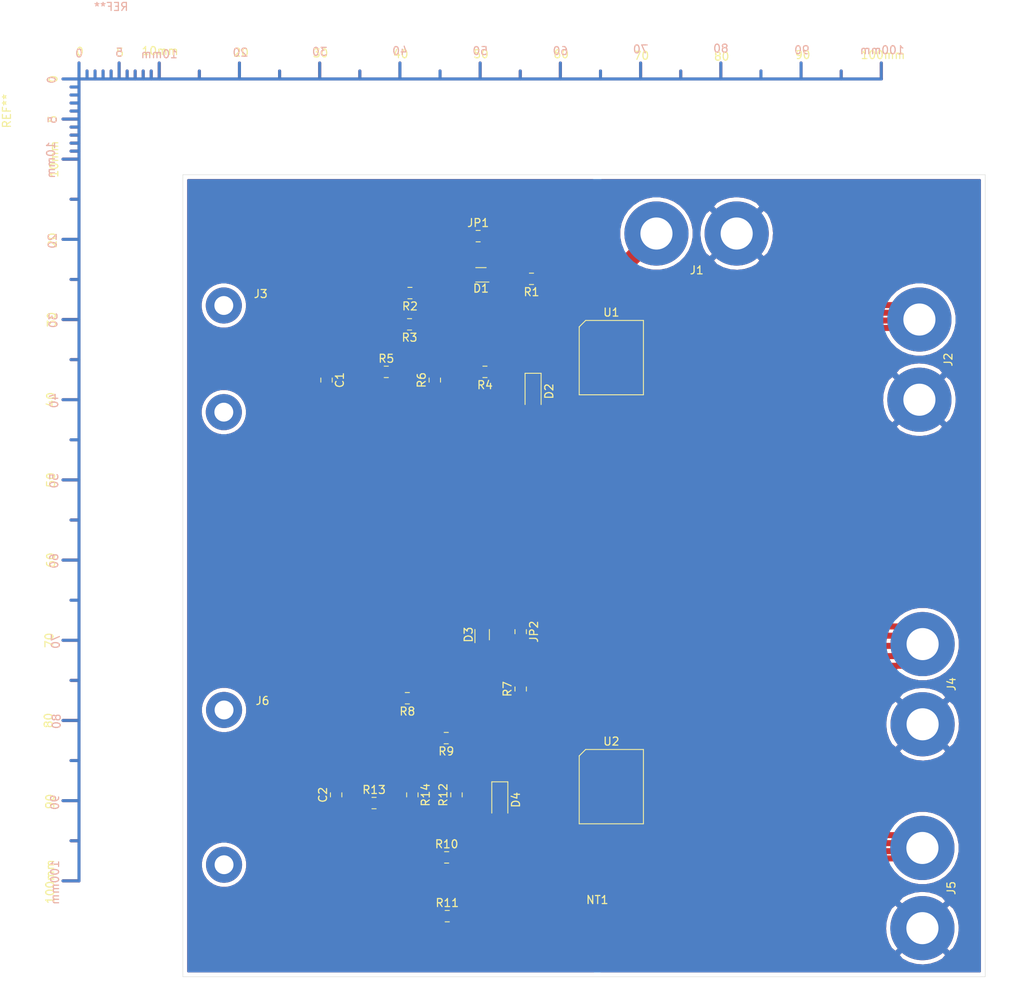
<source format=kicad_pcb>
(kicad_pcb (version 20171130) (host pcbnew "(5.1.6)-1")

  (general
    (thickness 1.6)
    (drawings 6)
    (tracks 103)
    (zones 0)
    (modules 33)
    (nets 40)
  )

  (page A4)
  (layers
    (0 F.Cu signal)
    (31 B.Cu signal)
    (32 B.Adhes user)
    (33 F.Adhes user)
    (34 B.Paste user)
    (35 F.Paste user)
    (36 B.SilkS user)
    (37 F.SilkS user)
    (38 B.Mask user)
    (39 F.Mask user)
    (40 Dwgs.User user)
    (41 Cmts.User user)
    (42 Eco1.User user)
    (43 Eco2.User user)
    (44 Edge.Cuts user)
    (45 Margin user)
    (46 B.CrtYd user)
    (47 F.CrtYd user)
    (48 B.Fab user)
    (49 F.Fab user)
  )

  (setup
    (last_trace_width 0.75)
    (user_trace_width 0.25)
    (user_trace_width 0.4)
    (user_trace_width 0.5)
    (user_trace_width 0.75)
    (user_trace_width 1)
    (user_trace_width 1.5)
    (user_trace_width 2)
    (trace_clearance 0.5)
    (zone_clearance 0.508)
    (zone_45_only no)
    (trace_min 0.2)
    (via_size 0.8)
    (via_drill 0.4)
    (via_min_size 0.4)
    (via_min_drill 0.3)
    (uvia_size 0.3)
    (uvia_drill 0.1)
    (uvias_allowed no)
    (uvia_min_size 0.2)
    (uvia_min_drill 0.1)
    (edge_width 0.05)
    (segment_width 0.2)
    (pcb_text_width 0.3)
    (pcb_text_size 1.5 1.5)
    (mod_edge_width 0.12)
    (mod_text_size 1 1)
    (mod_text_width 0.15)
    (pad_size 1.524 1.524)
    (pad_drill 0.762)
    (pad_to_mask_clearance 0.05)
    (aux_axis_origin 0 0)
    (visible_elements 7FFFFFFF)
    (pcbplotparams
      (layerselection 0x00000_fffffffe)
      (usegerberextensions false)
      (usegerberattributes true)
      (usegerberadvancedattributes true)
      (creategerberjobfile true)
      (excludeedgelayer true)
      (linewidth 0.100000)
      (plotframeref false)
      (viasonmask false)
      (mode 1)
      (useauxorigin false)
      (hpglpennumber 1)
      (hpglpenspeed 20)
      (hpglpendiameter 15.000000)
      (psnegative false)
      (psa4output false)
      (plotreference true)
      (plotvalue true)
      (plotinvisibletext false)
      (padsonsilk false)
      (subtractmaskfromsilk false)
      (outputformat 4)
      (mirror true)
      (drillshape 2)
      (scaleselection 1)
      (outputdirectory "C:/VIKINGS/master-controller/Test-PCB/SmartFET-Test/fabrication/"))
  )

  (net 0 "")
  (net 1 GND)
  (net 2 "Net-(C1-Pad1)")
  (net 3 "Net-(C2-Pad1)")
  (net 4 "Net-(D1-Pad1)")
  (net 5 "Net-(D1-Pad2)")
  (net 6 "Net-(D2-Pad1)")
  (net 7 "Net-(D3-Pad2)")
  (net 8 "Net-(D3-Pad1)")
  (net 9 /IS_6030)
  (net 10 GNDPWR)
  (net 11 +24V)
  (net 12 "Net-(J3-Pad1)")
  (net 13 "Net-(J3-Pad2)")
  (net 14 /DSEL_6030)
  (net 15 /DEN_6030)
  (net 16 /IN1_6030)
  (net 17 /IN0_6030)
  (net 18 "Net-(R1-Pad1)")
  (net 19 "Net-(R2-Pad1)")
  (net 20 "Net-(R3-Pad1)")
  (net 21 "Net-(R4-Pad2)")
  (net 22 "Net-(R7-Pad1)")
  (net 23 "Net-(R8-Pad1)")
  (net 24 "Net-(R9-Pad1)")
  (net 25 "Net-(R10-Pad2)")
  (net 26 "Net-(R11-Pad2)")
  (net 27 "Net-(R12-Pad1)")
  (net 28 "Net-(U1-Pad14)")
  (net 29 "Net-(U1-Pad1)")
  (net 30 "Net-(U1-Pad13)")
  (net 31 "Net-(U1-Pad2)")
  (net 32 "Net-(U1-Pad9)")
  (net 33 "Net-(U1-Pad8)")
  (net 34 "Net-(U1-Pad7)")
  (net 35 "Net-(U2-Pad11)")
  (net 36 "Net-(U2-Pad7)")
  (net 37 /BTT6010_OUT)
  (net 38 /BTT6030_OUT0)
  (net 39 /BTT6030_OUT1)

  (net_class Default "This is the default net class."
    (clearance 0.5)
    (trace_width 0.25)
    (via_dia 0.8)
    (via_drill 0.4)
    (uvia_dia 0.3)
    (uvia_drill 0.1)
    (add_net +24V)
    (add_net /BTT6010_OUT)
    (add_net /BTT6030_OUT0)
    (add_net /BTT6030_OUT1)
    (add_net /DEN_6030)
    (add_net /DSEL_6030)
    (add_net /IN0_6030)
    (add_net /IN1_6030)
    (add_net /IS_6030)
    (add_net GND)
    (add_net GNDPWR)
    (add_net "Net-(C1-Pad1)")
    (add_net "Net-(C2-Pad1)")
    (add_net "Net-(D1-Pad1)")
    (add_net "Net-(D1-Pad2)")
    (add_net "Net-(D2-Pad1)")
    (add_net "Net-(D3-Pad1)")
    (add_net "Net-(D3-Pad2)")
    (add_net "Net-(J3-Pad1)")
    (add_net "Net-(J3-Pad2)")
    (add_net "Net-(R1-Pad1)")
    (add_net "Net-(R10-Pad2)")
    (add_net "Net-(R11-Pad2)")
    (add_net "Net-(R12-Pad1)")
    (add_net "Net-(R2-Pad1)")
    (add_net "Net-(R3-Pad1)")
    (add_net "Net-(R4-Pad2)")
    (add_net "Net-(R7-Pad1)")
    (add_net "Net-(R8-Pad1)")
    (add_net "Net-(R9-Pad1)")
    (add_net "Net-(U1-Pad1)")
    (add_net "Net-(U1-Pad13)")
    (add_net "Net-(U1-Pad14)")
    (add_net "Net-(U1-Pad2)")
    (add_net "Net-(U1-Pad7)")
    (add_net "Net-(U1-Pad8)")
    (add_net "Net-(U1-Pad9)")
    (add_net "Net-(U2-Pad11)")
    (add_net "Net-(U2-Pad7)")
  )

  (module Calibration_Scale:Gauge_100mm_Type2_CopperTop (layer B.Cu) (tedit 0) (tstamp 5F6909E8)
    (at 22.475 22.975)
    (descr "Gauge, Massstab, 100mm, CopperTop, Type 2,")
    (tags "Gauge Massstab 100mm  CopperTop Type 2")
    (attr virtual)
    (fp_text reference REF** (at 4.0005 -8.99922) (layer B.SilkS)
      (effects (font (size 1 1) (thickness 0.15)) (justify mirror))
    )
    (fp_text value Gauge_100mm_Type2_CopperTop (at 45.9994 -8.99922) (layer B.Fab)
      (effects (font (size 1 1) (thickness 0.15)) (justify mirror))
    )
    (fp_line (start 0 8.99922) (end -1.00076 8.99922) (layer B.Cu) (width 0.381))
    (fp_line (start 0 8.001) (end -1.00076 8.001) (layer B.Cu) (width 0.381))
    (fp_line (start 0 7.00024) (end -1.00076 7.00024) (layer B.Cu) (width 0.381))
    (fp_line (start 0 5.99948) (end -1.00076 5.99948) (layer B.Cu) (width 0.381))
    (fp_line (start 0 4.0005) (end -1.00076 4.0005) (layer B.Cu) (width 0.381))
    (fp_line (start 0 2.99974) (end -1.00076 2.99974) (layer B.Cu) (width 0.381))
    (fp_line (start 0 1.99898) (end -1.00076 1.99898) (layer B.Cu) (width 0.381))
    (fp_line (start 0 1.00076) (end -1.00076 1.00076) (layer B.Cu) (width 0.381))
    (fp_line (start 0 0) (end -1.99898 0) (layer B.Cu) (width 0.381))
    (fp_line (start 0 5.00126) (end -1.99898 5.00126) (layer B.Cu) (width 0.381))
    (fp_line (start 0 9.99998) (end -1.99898 9.99998) (layer B.Cu) (width 0.381))
    (fp_line (start 0 15.00124) (end -1.00076 15.00124) (layer B.Cu) (width 0.381))
    (fp_line (start 0 19.99996) (end -1.99898 19.99996) (layer B.Cu) (width 0.381))
    (fp_line (start 0 25.00122) (end -1.00076 25.00122) (layer B.Cu) (width 0.381))
    (fp_line (start 0 29.99994) (end -1.99898 29.99994) (layer B.Cu) (width 0.381))
    (fp_line (start 0 35.0012) (end -1.00076 35.0012) (layer B.Cu) (width 0.381))
    (fp_line (start 0 39.99992) (end -1.99898 39.99992) (layer B.Cu) (width 0.381))
    (fp_line (start 0 45.00118) (end -1.00076 45.00118) (layer B.Cu) (width 0.381))
    (fp_line (start 0 49.9999) (end -1.99898 49.9999) (layer B.Cu) (width 0.381))
    (fp_line (start 0 55.00116) (end -1.00076 55.00116) (layer B.Cu) (width 0.381))
    (fp_line (start 0 59.99988) (end -1.99898 59.99988) (layer B.Cu) (width 0.381))
    (fp_line (start 0 65.00114) (end -1.00076 65.00114) (layer B.Cu) (width 0.381))
    (fp_line (start 0 69.99986) (end -1.99898 69.99986) (layer B.Cu) (width 0.381))
    (fp_line (start 0 75.00112) (end -1.00076 75.00112) (layer B.Cu) (width 0.381))
    (fp_line (start 0 79.99984) (end -1.99898 79.99984) (layer B.Cu) (width 0.381))
    (fp_line (start 0 85.0011) (end -1.00076 85.0011) (layer B.Cu) (width 0.381))
    (fp_line (start 0 89.99982) (end -1.99898 89.99982) (layer B.Cu) (width 0.381))
    (fp_line (start 0 95.00108) (end -1.00076 95.00108) (layer B.Cu) (width 0.381))
    (fp_line (start 0 0) (end 0 99.9998) (layer B.Cu) (width 0.381))
    (fp_line (start 0 99.9998) (end -1.99898 99.9998) (layer B.Cu) (width 0.381))
    (fp_line (start 95.00108 0) (end 95.00108 -1.00076) (layer B.Cu) (width 0.381))
    (fp_line (start 89.99982 0) (end 89.99982 -1.99898) (layer B.Cu) (width 0.381))
    (fp_line (start 85.0011 0) (end 85.0011 -1.00076) (layer B.Cu) (width 0.381))
    (fp_line (start 79.99984 0) (end 79.99984 -1.99898) (layer B.Cu) (width 0.381))
    (fp_line (start 75.00112 0) (end 75.00112 -1.00076) (layer B.Cu) (width 0.381))
    (fp_line (start 69.99986 0) (end 69.99986 -1.99898) (layer B.Cu) (width 0.381))
    (fp_line (start 65.00114 0) (end 65.00114 -1.00076) (layer B.Cu) (width 0.381))
    (fp_line (start 59.99988 0) (end 59.99988 -1.99898) (layer B.Cu) (width 0.381))
    (fp_line (start 55.00116 0) (end 55.00116 -1.00076) (layer B.Cu) (width 0.381))
    (fp_line (start 49.9999 0) (end 49.9999 -1.99898) (layer B.Cu) (width 0.381))
    (fp_line (start 45.00118 0) (end 45.00118 -1.00076) (layer B.Cu) (width 0.381))
    (fp_line (start 39.99992 0) (end 39.99992 -1.99898) (layer B.Cu) (width 0.381))
    (fp_line (start 35.0012 0) (end 35.0012 -1.00076) (layer B.Cu) (width 0.381))
    (fp_line (start 29.99994 0) (end 29.99994 -1.99898) (layer B.Cu) (width 0.381))
    (fp_line (start 25.00122 0) (end 25.00122 -1.00076) (layer B.Cu) (width 0.381))
    (fp_line (start 19.99996 0) (end 19.99996 -1.99898) (layer B.Cu) (width 0.381))
    (fp_line (start 15.00124 0) (end 15.00124 -1.00076) (layer B.Cu) (width 0.381))
    (fp_line (start 9.99998 0) (end 99.9998 0) (layer B.Cu) (width 0.381))
    (fp_line (start 99.9998 0) (end 99.9998 -1.99898) (layer B.Cu) (width 0.381))
    (fp_line (start 8.99922 0) (end 8.99922 -1.00076) (layer B.Cu) (width 0.381))
    (fp_line (start 8.001 0) (end 8.001 -1.00076) (layer B.Cu) (width 0.381))
    (fp_line (start 7.00024 0) (end 7.00024 -1.00076) (layer B.Cu) (width 0.381))
    (fp_line (start 5.99948 0) (end 5.99948 -1.00076) (layer B.Cu) (width 0.381))
    (fp_line (start 4.0005 0) (end 4.0005 -1.00076) (layer B.Cu) (width 0.381))
    (fp_line (start 2.99974 0) (end 2.99974 -1.00076) (layer B.Cu) (width 0.381))
    (fp_line (start 1.99898 0) (end 1.99898 -1.00076) (layer B.Cu) (width 0.381))
    (fp_line (start 1.00076 0) (end 1.00076 -1.00076) (layer B.Cu) (width 0.381))
    (fp_line (start 5.00126 0) (end 5.00126 -1.99898) (layer B.Cu) (width 0.381))
    (fp_line (start 0 0) (end 0 -1.99898) (layer B.Cu) (width 0.381))
    (fp_line (start 0 0) (end 9.99998 0) (layer B.Cu) (width 0.381))
    (fp_line (start 9.99998 0) (end 9.99998 -1.99898) (layer B.Cu) (width 0.381))
    (fp_text user %R (at 4.0005 -8.99922) (layer B.Fab)
      (effects (font (size 1 1) (thickness 0.15)) (justify mirror))
    )
    (fp_text user 10mm (at 10.00506 -3.0988) (layer B.SilkS)
      (effects (font (size 1 1) (thickness 0.15)) (justify mirror))
    )
    (fp_text user 0 (at 0.00508 -3.19786) (layer B.SilkS)
      (effects (font (size 1 1) (thickness 0.15)) (justify mirror))
    )
    (fp_text user 5 (at 5.0038 -3.29946) (layer B.SilkS)
      (effects (font (size 1 1) (thickness 0.15)) (justify mirror))
    )
    (fp_text user 20 (at 20.1041 -3.29946) (layer B.SilkS)
      (effects (font (size 1 1) (thickness 0.15)) (justify mirror))
    )
    (fp_text user 30 (at 30.00502 -3.39852) (layer B.SilkS)
      (effects (font (size 1 1) (thickness 0.15)) (justify mirror))
    )
    (fp_text user 40 (at 40.005 -3.50012) (layer B.SilkS)
      (effects (font (size 1 1) (thickness 0.15)) (justify mirror))
    )
    (fp_text user 50 (at 50.00498 -3.50012) (layer B.SilkS)
      (effects (font (size 1 1) (thickness 0.15)) (justify mirror))
    )
    (fp_text user 60 (at 60.00496 -3.50012) (layer B.SilkS)
      (effects (font (size 1 1) (thickness 0.15)) (justify mirror))
    )
    (fp_text user 70 (at 70.00494 -3.70078) (layer B.SilkS)
      (effects (font (size 1 1) (thickness 0.15)) (justify mirror))
    )
    (fp_text user 80 (at 80.00492 -3.79984) (layer B.SilkS)
      (effects (font (size 1 1) (thickness 0.15)) (justify mirror))
    )
    (fp_text user 90 (at 90.1065 -3.60172) (layer B.SilkS)
      (effects (font (size 1 1) (thickness 0.15)) (justify mirror))
    )
    (fp_text user 100mm (at 100.10648 -3.60172) (layer B.SilkS)
      (effects (font (size 1 1) (thickness 0.15)) (justify mirror))
    )
    (fp_text user 100mm (at -2.99974 100.20554 270) (layer B.SilkS)
      (effects (font (size 1 1) (thickness 0.15)) (justify mirror))
    )
    (fp_text user 90 (at -2.99974 90.20556 270) (layer B.SilkS)
      (effects (font (size 1 1) (thickness 0.15)) (justify mirror))
    )
    (fp_text user 80 (at -2.80162 80.10398 270) (layer B.SilkS)
      (effects (font (size 1 1) (thickness 0.15)) (justify mirror))
    )
    (fp_text user 70 (at -2.90068 70.104 270) (layer B.SilkS)
      (effects (font (size 1 1) (thickness 0.15)) (justify mirror))
    )
    (fp_text user 60 (at -3.10134 60.10402 270) (layer B.SilkS)
      (effects (font (size 1 1) (thickness 0.15)) (justify mirror))
    )
    (fp_text user 50 (at -3.10134 50.10404 270) (layer B.SilkS)
      (effects (font (size 1 1) (thickness 0.15)) (justify mirror))
    )
    (fp_text user 40 (at -3.10134 40.10406 270) (layer B.SilkS)
      (effects (font (size 1 1) (thickness 0.15)) (justify mirror))
    )
    (fp_text user 30 (at -3.20294 30.10408 270) (layer B.SilkS)
      (effects (font (size 1 1) (thickness 0.15)) (justify mirror))
    )
    (fp_text user 20 (at -3.302 20.20316 270) (layer B.SilkS)
      (effects (font (size 1 1) (thickness 0.15)) (justify mirror))
    )
    (fp_text user 5 (at -3.302 5.10286 270) (layer B.SilkS)
      (effects (font (size 1 1) (thickness 0.15)) (justify mirror))
    )
    (fp_text user 0 (at -3.4036 0.10414 270) (layer B.SilkS)
      (effects (font (size 1 1) (thickness 0.15)) (justify mirror))
    )
    (fp_text user 10mm (at -3.50266 10.10412 270) (layer B.SilkS)
      (effects (font (size 1 1) (thickness 0.15)) (justify mirror))
    )
  )

  (module Calibration_Scale:Gauge_100mm_Type2_CopperTop (layer F.Cu) (tedit 0) (tstamp 5F6909E6)
    (at 22.475 22.975 270)
    (descr "Gauge, Massstab, 100mm, CopperTop, Type 2,")
    (tags "Gauge Massstab 100mm  CopperTop Type 2")
    (attr virtual)
    (fp_text reference REF** (at 4.0005 8.99922 90) (layer F.SilkS)
      (effects (font (size 1 1) (thickness 0.15)))
    )
    (fp_text value Gauge_100mm_Type2_CopperTop (at 45.9994 8.99922 90) (layer F.Fab)
      (effects (font (size 1 1) (thickness 0.15)))
    )
    (fp_text user 10mm (at -3.50266 -10.10412) (layer F.SilkS)
      (effects (font (size 1 1) (thickness 0.15)))
    )
    (fp_text user 0 (at -3.4036 -0.10414) (layer F.SilkS)
      (effects (font (size 1 1) (thickness 0.15)))
    )
    (fp_text user 5 (at -3.302 -5.10286) (layer F.SilkS)
      (effects (font (size 1 1) (thickness 0.15)))
    )
    (fp_text user 20 (at -3.302 -20.20316) (layer F.SilkS)
      (effects (font (size 1 1) (thickness 0.15)))
    )
    (fp_text user 30 (at -3.20294 -30.10408) (layer F.SilkS)
      (effects (font (size 1 1) (thickness 0.15)))
    )
    (fp_text user 40 (at -3.10134 -40.10406) (layer F.SilkS)
      (effects (font (size 1 1) (thickness 0.15)))
    )
    (fp_text user 50 (at -3.10134 -50.10404) (layer F.SilkS)
      (effects (font (size 1 1) (thickness 0.15)))
    )
    (fp_text user 60 (at -3.10134 -60.10402) (layer F.SilkS)
      (effects (font (size 1 1) (thickness 0.15)))
    )
    (fp_text user 70 (at -2.90068 -70.104) (layer F.SilkS)
      (effects (font (size 1 1) (thickness 0.15)))
    )
    (fp_text user 80 (at -2.80162 -80.10398) (layer F.SilkS)
      (effects (font (size 1 1) (thickness 0.15)))
    )
    (fp_text user 90 (at -2.99974 -90.20556) (layer F.SilkS)
      (effects (font (size 1 1) (thickness 0.15)))
    )
    (fp_text user 100mm (at -2.99974 -100.20554) (layer F.SilkS)
      (effects (font (size 1 1) (thickness 0.15)))
    )
    (fp_text user 100mm (at 100.10648 3.60172 90) (layer F.SilkS)
      (effects (font (size 1 1) (thickness 0.15)))
    )
    (fp_text user 90 (at 90.1065 3.60172 90) (layer F.SilkS)
      (effects (font (size 1 1) (thickness 0.15)))
    )
    (fp_text user 80 (at 80.00492 3.79984 90) (layer F.SilkS)
      (effects (font (size 1 1) (thickness 0.15)))
    )
    (fp_text user 70 (at 70.00494 3.70078 90) (layer F.SilkS)
      (effects (font (size 1 1) (thickness 0.15)))
    )
    (fp_text user 60 (at 60.00496 3.50012 90) (layer F.SilkS)
      (effects (font (size 1 1) (thickness 0.15)))
    )
    (fp_text user 50 (at 50.00498 3.50012 90) (layer F.SilkS)
      (effects (font (size 1 1) (thickness 0.15)))
    )
    (fp_text user 40 (at 40.005 3.50012 90) (layer F.SilkS)
      (effects (font (size 1 1) (thickness 0.15)))
    )
    (fp_text user 30 (at 30.00502 3.39852 90) (layer F.SilkS)
      (effects (font (size 1 1) (thickness 0.15)))
    )
    (fp_text user 20 (at 20.1041 3.29946 90) (layer F.SilkS)
      (effects (font (size 1 1) (thickness 0.15)))
    )
    (fp_text user 5 (at 5.0038 3.29946 90) (layer F.SilkS)
      (effects (font (size 1 1) (thickness 0.15)))
    )
    (fp_text user 0 (at 0.00508 3.19786 90) (layer F.SilkS)
      (effects (font (size 1 1) (thickness 0.15)))
    )
    (fp_text user 10mm (at 10.00506 3.0988 90) (layer F.SilkS)
      (effects (font (size 1 1) (thickness 0.15)))
    )
    (fp_text user %R (at 4.0005 8.99922 90) (layer F.Fab)
      (effects (font (size 1 1) (thickness 0.15)))
    )
    (fp_line (start 0 -8.99922) (end -1.00076 -8.99922) (layer F.Cu) (width 0.381))
    (fp_line (start 0 -8.001) (end -1.00076 -8.001) (layer F.Cu) (width 0.381))
    (fp_line (start 0 -7.00024) (end -1.00076 -7.00024) (layer F.Cu) (width 0.381))
    (fp_line (start 0 -5.99948) (end -1.00076 -5.99948) (layer F.Cu) (width 0.381))
    (fp_line (start 0 -4.0005) (end -1.00076 -4.0005) (layer F.Cu) (width 0.381))
    (fp_line (start 0 -2.99974) (end -1.00076 -2.99974) (layer F.Cu) (width 0.381))
    (fp_line (start 0 -1.99898) (end -1.00076 -1.99898) (layer F.Cu) (width 0.381))
    (fp_line (start 0 -1.00076) (end -1.00076 -1.00076) (layer F.Cu) (width 0.381))
    (fp_line (start 0 0) (end -1.99898 0) (layer F.Cu) (width 0.381))
    (fp_line (start 0 -5.00126) (end -1.99898 -5.00126) (layer F.Cu) (width 0.381))
    (fp_line (start 0 -9.99998) (end -1.99898 -9.99998) (layer F.Cu) (width 0.381))
    (fp_line (start 0 -15.00124) (end -1.00076 -15.00124) (layer F.Cu) (width 0.381))
    (fp_line (start 0 -19.99996) (end -1.99898 -19.99996) (layer F.Cu) (width 0.381))
    (fp_line (start 0 -25.00122) (end -1.00076 -25.00122) (layer F.Cu) (width 0.381))
    (fp_line (start 0 -29.99994) (end -1.99898 -29.99994) (layer F.Cu) (width 0.381))
    (fp_line (start 0 -35.0012) (end -1.00076 -35.0012) (layer F.Cu) (width 0.381))
    (fp_line (start 0 -39.99992) (end -1.99898 -39.99992) (layer F.Cu) (width 0.381))
    (fp_line (start 0 -45.00118) (end -1.00076 -45.00118) (layer F.Cu) (width 0.381))
    (fp_line (start 0 -49.9999) (end -1.99898 -49.9999) (layer F.Cu) (width 0.381))
    (fp_line (start 0 -55.00116) (end -1.00076 -55.00116) (layer F.Cu) (width 0.381))
    (fp_line (start 0 -59.99988) (end -1.99898 -59.99988) (layer F.Cu) (width 0.381))
    (fp_line (start 0 -65.00114) (end -1.00076 -65.00114) (layer F.Cu) (width 0.381))
    (fp_line (start 0 -69.99986) (end -1.99898 -69.99986) (layer F.Cu) (width 0.381))
    (fp_line (start 0 -75.00112) (end -1.00076 -75.00112) (layer F.Cu) (width 0.381))
    (fp_line (start 0 -79.99984) (end -1.99898 -79.99984) (layer F.Cu) (width 0.381))
    (fp_line (start 0 -85.0011) (end -1.00076 -85.0011) (layer F.Cu) (width 0.381))
    (fp_line (start 0 -89.99982) (end -1.99898 -89.99982) (layer F.Cu) (width 0.381))
    (fp_line (start 0 -95.00108) (end -1.00076 -95.00108) (layer F.Cu) (width 0.381))
    (fp_line (start 0 0) (end 0 -99.9998) (layer F.Cu) (width 0.381))
    (fp_line (start 0 -99.9998) (end -1.99898 -99.9998) (layer F.Cu) (width 0.381))
    (fp_line (start 95.00108 0) (end 95.00108 1.00076) (layer F.Cu) (width 0.381))
    (fp_line (start 89.99982 0) (end 89.99982 1.99898) (layer F.Cu) (width 0.381))
    (fp_line (start 85.0011 0) (end 85.0011 1.00076) (layer F.Cu) (width 0.381))
    (fp_line (start 79.99984 0) (end 79.99984 1.99898) (layer F.Cu) (width 0.381))
    (fp_line (start 75.00112 0) (end 75.00112 1.00076) (layer F.Cu) (width 0.381))
    (fp_line (start 69.99986 0) (end 69.99986 1.99898) (layer F.Cu) (width 0.381))
    (fp_line (start 65.00114 0) (end 65.00114 1.00076) (layer F.Cu) (width 0.381))
    (fp_line (start 59.99988 0) (end 59.99988 1.99898) (layer F.Cu) (width 0.381))
    (fp_line (start 55.00116 0) (end 55.00116 1.00076) (layer F.Cu) (width 0.381))
    (fp_line (start 49.9999 0) (end 49.9999 1.99898) (layer F.Cu) (width 0.381))
    (fp_line (start 45.00118 0) (end 45.00118 1.00076) (layer F.Cu) (width 0.381))
    (fp_line (start 39.99992 0) (end 39.99992 1.99898) (layer F.Cu) (width 0.381))
    (fp_line (start 35.0012 0) (end 35.0012 1.00076) (layer F.Cu) (width 0.381))
    (fp_line (start 29.99994 0) (end 29.99994 1.99898) (layer F.Cu) (width 0.381))
    (fp_line (start 25.00122 0) (end 25.00122 1.00076) (layer F.Cu) (width 0.381))
    (fp_line (start 19.99996 0) (end 19.99996 1.99898) (layer F.Cu) (width 0.381))
    (fp_line (start 15.00124 0) (end 15.00124 1.00076) (layer F.Cu) (width 0.381))
    (fp_line (start 9.99998 0) (end 99.9998 0) (layer F.Cu) (width 0.381))
    (fp_line (start 99.9998 0) (end 99.9998 1.99898) (layer F.Cu) (width 0.381))
    (fp_line (start 8.99922 0) (end 8.99922 1.00076) (layer F.Cu) (width 0.381))
    (fp_line (start 8.001 0) (end 8.001 1.00076) (layer F.Cu) (width 0.381))
    (fp_line (start 7.00024 0) (end 7.00024 1.00076) (layer F.Cu) (width 0.381))
    (fp_line (start 5.99948 0) (end 5.99948 1.00076) (layer F.Cu) (width 0.381))
    (fp_line (start 4.0005 0) (end 4.0005 1.00076) (layer F.Cu) (width 0.381))
    (fp_line (start 2.99974 0) (end 2.99974 1.00076) (layer F.Cu) (width 0.381))
    (fp_line (start 1.99898 0) (end 1.99898 1.00076) (layer F.Cu) (width 0.381))
    (fp_line (start 1.00076 0) (end 1.00076 1.00076) (layer F.Cu) (width 0.381))
    (fp_line (start 5.00126 0) (end 5.00126 1.99898) (layer F.Cu) (width 0.381))
    (fp_line (start 0 0) (end 0 1.99898) (layer F.Cu) (width 0.381))
    (fp_line (start 0 0) (end 9.99998 0) (layer F.Cu) (width 0.381))
    (fp_line (start 9.99998 0) (end 9.99998 1.99898) (layer F.Cu) (width 0.381))
  )

  (module NetTie:NetTie-2_SMD_Pad2.0mm (layer F.Cu) (tedit 5A1CF73E) (tstamp 5F68AE26)
    (at 87.075 127.35)
    (descr "Net tie, 2 pin, 2.0mm square SMD pads")
    (tags "net tie")
    (path /5F68BFCD)
    (attr virtual)
    (fp_text reference NT1 (at 0 -2) (layer F.SilkS)
      (effects (font (size 1 1) (thickness 0.15)))
    )
    (fp_text value Net-Tie_2 (at 0 2) (layer F.Fab)
      (effects (font (size 1 1) (thickness 0.15)))
    )
    (fp_poly (pts (xy -2 -1) (xy 2 -1) (xy 2 1) (xy -2 1)) (layer F.Cu) (width 0))
    (fp_line (start -3.25 1.25) (end -3.25 -1.25) (layer F.CrtYd) (width 0.05))
    (fp_line (start 3.25 1.25) (end -3.25 1.25) (layer F.CrtYd) (width 0.05))
    (fp_line (start 3.25 -1.25) (end 3.25 1.25) (layer F.CrtYd) (width 0.05))
    (fp_line (start -3.25 -1.25) (end 3.25 -1.25) (layer F.CrtYd) (width 0.05))
    (pad 2 smd circle (at 2 0) (size 2 2) (layers F.Cu)
      (net 10 GNDPWR))
    (pad 1 smd circle (at -2 0) (size 2 2) (layers F.Cu)
      (net 1 GND))
  )

  (module Capacitor_SMD:C_0805_2012Metric_Pad1.15x1.40mm_HandSolder (layer F.Cu) (tedit 5B36C52B) (tstamp 5F5C0149)
    (at 53.325 60.525 270)
    (descr "Capacitor SMD 0805 (2012 Metric), square (rectangular) end terminal, IPC_7351 nominal with elongated pad for handsoldering. (Body size source: https://docs.google.com/spreadsheets/d/1BsfQQcO9C6DZCsRaXUlFlo91Tg2WpOkGARC1WS5S8t0/edit?usp=sharing), generated with kicad-footprint-generator")
    (tags "capacitor handsolder")
    (path /5F606F64)
    (attr smd)
    (fp_text reference C1 (at 0 -1.65 90) (layer F.SilkS)
      (effects (font (size 1 1) (thickness 0.15)))
    )
    (fp_text value 10nF (at 0 1.65 90) (layer F.Fab)
      (effects (font (size 1 1) (thickness 0.15)))
    )
    (fp_text user %R (at 0 0 90) (layer F.Fab)
      (effects (font (size 0.5 0.5) (thickness 0.08)))
    )
    (fp_line (start -1 0.6) (end -1 -0.6) (layer F.Fab) (width 0.1))
    (fp_line (start -1 -0.6) (end 1 -0.6) (layer F.Fab) (width 0.1))
    (fp_line (start 1 -0.6) (end 1 0.6) (layer F.Fab) (width 0.1))
    (fp_line (start 1 0.6) (end -1 0.6) (layer F.Fab) (width 0.1))
    (fp_line (start -0.261252 -0.71) (end 0.261252 -0.71) (layer F.SilkS) (width 0.12))
    (fp_line (start -0.261252 0.71) (end 0.261252 0.71) (layer F.SilkS) (width 0.12))
    (fp_line (start -1.85 0.95) (end -1.85 -0.95) (layer F.CrtYd) (width 0.05))
    (fp_line (start -1.85 -0.95) (end 1.85 -0.95) (layer F.CrtYd) (width 0.05))
    (fp_line (start 1.85 -0.95) (end 1.85 0.95) (layer F.CrtYd) (width 0.05))
    (fp_line (start 1.85 0.95) (end -1.85 0.95) (layer F.CrtYd) (width 0.05))
    (pad 2 smd roundrect (at 1.025 0 270) (size 1.15 1.4) (layers F.Cu F.Paste F.Mask) (roundrect_rratio 0.217391)
      (net 1 GND))
    (pad 1 smd roundrect (at -1.025 0 270) (size 1.15 1.4) (layers F.Cu F.Paste F.Mask) (roundrect_rratio 0.217391)
      (net 2 "Net-(C1-Pad1)"))
    (model ${KISYS3DMOD}/Capacitor_SMD.3dshapes/C_0805_2012Metric.wrl
      (at (xyz 0 0 0))
      (scale (xyz 1 1 1))
      (rotate (xyz 0 0 0))
    )
  )

  (module Capacitor_SMD:C_0805_2012Metric_Pad1.15x1.40mm_HandSolder (layer F.Cu) (tedit 5B36C52B) (tstamp 5F5BDE7C)
    (at 54.525 112.25 90)
    (descr "Capacitor SMD 0805 (2012 Metric), square (rectangular) end terminal, IPC_7351 nominal with elongated pad for handsoldering. (Body size source: https://docs.google.com/spreadsheets/d/1BsfQQcO9C6DZCsRaXUlFlo91Tg2WpOkGARC1WS5S8t0/edit?usp=sharing), generated with kicad-footprint-generator")
    (tags "capacitor handsolder")
    (path /5F5E0820)
    (attr smd)
    (fp_text reference C2 (at 0 -1.65 90) (layer F.SilkS)
      (effects (font (size 1 1) (thickness 0.15)))
    )
    (fp_text value 10n (at 0 1.65 90) (layer F.Fab)
      (effects (font (size 1 1) (thickness 0.15)))
    )
    (fp_text user %R (at 0 0 90) (layer F.Fab)
      (effects (font (size 0.5 0.5) (thickness 0.08)))
    )
    (fp_line (start -1 0.6) (end -1 -0.6) (layer F.Fab) (width 0.1))
    (fp_line (start -1 -0.6) (end 1 -0.6) (layer F.Fab) (width 0.1))
    (fp_line (start 1 -0.6) (end 1 0.6) (layer F.Fab) (width 0.1))
    (fp_line (start 1 0.6) (end -1 0.6) (layer F.Fab) (width 0.1))
    (fp_line (start -0.261252 -0.71) (end 0.261252 -0.71) (layer F.SilkS) (width 0.12))
    (fp_line (start -0.261252 0.71) (end 0.261252 0.71) (layer F.SilkS) (width 0.12))
    (fp_line (start -1.85 0.95) (end -1.85 -0.95) (layer F.CrtYd) (width 0.05))
    (fp_line (start -1.85 -0.95) (end 1.85 -0.95) (layer F.CrtYd) (width 0.05))
    (fp_line (start 1.85 -0.95) (end 1.85 0.95) (layer F.CrtYd) (width 0.05))
    (fp_line (start 1.85 0.95) (end -1.85 0.95) (layer F.CrtYd) (width 0.05))
    (pad 2 smd roundrect (at 1.025 0 90) (size 1.15 1.4) (layers F.Cu F.Paste F.Mask) (roundrect_rratio 0.217391)
      (net 1 GND))
    (pad 1 smd roundrect (at -1.025 0 90) (size 1.15 1.4) (layers F.Cu F.Paste F.Mask) (roundrect_rratio 0.217391)
      (net 3 "Net-(C2-Pad1)"))
    (model ${KISYS3DMOD}/Capacitor_SMD.3dshapes/C_0805_2012Metric.wrl
      (at (xyz 0 0 0))
      (scale (xyz 1 1 1))
      (rotate (xyz 0 0 0))
    )
  )

  (module Package_TO_SOT_SMD:SOT-523 (layer F.Cu) (tedit 5E27725A) (tstamp 5F5BC140)
    (at 72.575 47.4 180)
    (descr "SOT523, https://www.diodes.com/assets/Package-Files/SOT523.pdf")
    (tags SOT-523)
    (path /5F6BA54F)
    (attr smd)
    (fp_text reference D1 (at 0 -1.7) (layer F.SilkS)
      (effects (font (size 1 1) (thickness 0.15)))
    )
    (fp_text value BAS21T-7-F (at 0 1.75) (layer F.Fab)
      (effects (font (size 1 1) (thickness 0.15)))
    )
    (fp_text user %R (at 0 0 270) (layer F.Fab)
      (effects (font (size 0.4 0.4) (thickness 0.0625)))
    )
    (fp_line (start 1.15 1.05) (end -1.15 1.05) (layer F.CrtYd) (width 0.05))
    (fp_line (start 1.15 1.05) (end 1.15 -1.05) (layer F.CrtYd) (width 0.05))
    (fp_line (start -1.15 -1.05) (end -1.15 1.05) (layer F.CrtYd) (width 0.05))
    (fp_line (start -1.15 -1.05) (end 1.15 -1.05) (layer F.CrtYd) (width 0.05))
    (fp_line (start -0.4 0.8) (end 0.4 0.8) (layer F.Fab) (width 0.1))
    (fp_line (start -0.4 -0.45) (end -0.4 0.8) (layer F.Fab) (width 0.1))
    (fp_line (start 0.4 -0.8) (end -0.05 -0.8) (layer F.Fab) (width 0.1))
    (fp_line (start 0.4 0.8) (end 0.4 -0.8) (layer F.Fab) (width 0.1))
    (fp_line (start 0.65 0.9) (end -0.65 0.9) (layer F.SilkS) (width 0.12))
    (fp_line (start -1 -0.9) (end 0.65 -0.9) (layer F.SilkS) (width 0.12))
    (fp_line (start -0.4 -0.45) (end -0.05 -0.8) (layer F.Fab) (width 0.1))
    (pad 2 smd rect (at -0.645 0.5) (size 0.51 0.4) (layers F.Cu F.Paste F.Mask)
      (net 5 "Net-(D1-Pad2)"))
    (pad 3 smd rect (at 0.645 0) (size 0.51 0.4) (layers F.Cu F.Paste F.Mask)
      (net 1 GND))
    (pad 1 smd rect (at -0.645 -0.5) (size 0.51 0.4) (layers F.Cu F.Paste F.Mask)
      (net 4 "Net-(D1-Pad1)"))
    (model ${KISYS3DMOD}/Package_TO_SOT_SMD.3dshapes/SOT-523.wrl
      (at (xyz 0 0 0))
      (scale (xyz 1 1 1))
      (rotate (xyz 0 0 0))
    )
  )

  (module Diode_SMD:D_SOD-123 (layer F.Cu) (tedit 58645DC7) (tstamp 5F5BB819)
    (at 79.075 61.925 270)
    (descr SOD-123)
    (tags SOD-123)
    (path /5F5C8B35)
    (attr smd)
    (fp_text reference D2 (at 0 -2 90) (layer F.SilkS)
      (effects (font (size 1 1) (thickness 0.15)))
    )
    (fp_text value D_Zener_ALT (at 0 2.1 90) (layer F.Fab)
      (effects (font (size 1 1) (thickness 0.15)))
    )
    (fp_text user %R (at 0 -2 90) (layer F.Fab)
      (effects (font (size 1 1) (thickness 0.15)))
    )
    (fp_line (start -2.25 -1) (end -2.25 1) (layer F.SilkS) (width 0.12))
    (fp_line (start 0.25 0) (end 0.75 0) (layer F.Fab) (width 0.1))
    (fp_line (start 0.25 0.4) (end -0.35 0) (layer F.Fab) (width 0.1))
    (fp_line (start 0.25 -0.4) (end 0.25 0.4) (layer F.Fab) (width 0.1))
    (fp_line (start -0.35 0) (end 0.25 -0.4) (layer F.Fab) (width 0.1))
    (fp_line (start -0.35 0) (end -0.35 0.55) (layer F.Fab) (width 0.1))
    (fp_line (start -0.35 0) (end -0.35 -0.55) (layer F.Fab) (width 0.1))
    (fp_line (start -0.75 0) (end -0.35 0) (layer F.Fab) (width 0.1))
    (fp_line (start -1.4 0.9) (end -1.4 -0.9) (layer F.Fab) (width 0.1))
    (fp_line (start 1.4 0.9) (end -1.4 0.9) (layer F.Fab) (width 0.1))
    (fp_line (start 1.4 -0.9) (end 1.4 0.9) (layer F.Fab) (width 0.1))
    (fp_line (start -1.4 -0.9) (end 1.4 -0.9) (layer F.Fab) (width 0.1))
    (fp_line (start -2.35 -1.15) (end 2.35 -1.15) (layer F.CrtYd) (width 0.05))
    (fp_line (start 2.35 -1.15) (end 2.35 1.15) (layer F.CrtYd) (width 0.05))
    (fp_line (start 2.35 1.15) (end -2.35 1.15) (layer F.CrtYd) (width 0.05))
    (fp_line (start -2.35 -1.15) (end -2.35 1.15) (layer F.CrtYd) (width 0.05))
    (fp_line (start -2.25 1) (end 1.65 1) (layer F.SilkS) (width 0.12))
    (fp_line (start -2.25 -1) (end 1.65 -1) (layer F.SilkS) (width 0.12))
    (pad 2 smd rect (at 1.65 0 270) (size 0.9 1.2) (layers F.Cu F.Paste F.Mask)
      (net 1 GND))
    (pad 1 smd rect (at -1.65 0 270) (size 0.9 1.2) (layers F.Cu F.Paste F.Mask)
      (net 6 "Net-(D2-Pad1)"))
    (model ${KISYS3DMOD}/Diode_SMD.3dshapes/D_SOD-123.wrl
      (at (xyz 0 0 0))
      (scale (xyz 1 1 1))
      (rotate (xyz 0 0 0))
    )
  )

  (module Package_TO_SOT_SMD:SOT-523 (layer F.Cu) (tedit 5E27725A) (tstamp 5F5BAE0E)
    (at 72.725 92.275 90)
    (descr "SOT523, https://www.diodes.com/assets/Package-Files/SOT523.pdf")
    (tags SOT-523)
    (path /5F6F2C11)
    (attr smd)
    (fp_text reference D3 (at 0 -1.7 90) (layer F.SilkS)
      (effects (font (size 1 1) (thickness 0.15)))
    )
    (fp_text value BAS21T-7-F (at 0 1.75 90) (layer F.Fab)
      (effects (font (size 1 1) (thickness 0.15)))
    )
    (fp_text user %R (at 0 0 180) (layer F.Fab)
      (effects (font (size 0.4 0.4) (thickness 0.0625)))
    )
    (fp_line (start 1.15 1.05) (end -1.15 1.05) (layer F.CrtYd) (width 0.05))
    (fp_line (start 1.15 1.05) (end 1.15 -1.05) (layer F.CrtYd) (width 0.05))
    (fp_line (start -1.15 -1.05) (end -1.15 1.05) (layer F.CrtYd) (width 0.05))
    (fp_line (start -1.15 -1.05) (end 1.15 -1.05) (layer F.CrtYd) (width 0.05))
    (fp_line (start -0.4 0.8) (end 0.4 0.8) (layer F.Fab) (width 0.1))
    (fp_line (start -0.4 -0.45) (end -0.4 0.8) (layer F.Fab) (width 0.1))
    (fp_line (start 0.4 -0.8) (end -0.05 -0.8) (layer F.Fab) (width 0.1))
    (fp_line (start 0.4 0.8) (end 0.4 -0.8) (layer F.Fab) (width 0.1))
    (fp_line (start 0.65 0.9) (end -0.65 0.9) (layer F.SilkS) (width 0.12))
    (fp_line (start -1 -0.9) (end 0.65 -0.9) (layer F.SilkS) (width 0.12))
    (fp_line (start -0.4 -0.45) (end -0.05 -0.8) (layer F.Fab) (width 0.1))
    (pad 2 smd rect (at -0.645 0.5 270) (size 0.51 0.4) (layers F.Cu F.Paste F.Mask)
      (net 7 "Net-(D3-Pad2)"))
    (pad 3 smd rect (at 0.645 0 270) (size 0.51 0.4) (layers F.Cu F.Paste F.Mask)
      (net 1 GND))
    (pad 1 smd rect (at -0.645 -0.5 270) (size 0.51 0.4) (layers F.Cu F.Paste F.Mask)
      (net 8 "Net-(D3-Pad1)"))
    (model ${KISYS3DMOD}/Package_TO_SOT_SMD.3dshapes/SOT-523.wrl
      (at (xyz 0 0 0))
      (scale (xyz 1 1 1))
      (rotate (xyz 0 0 0))
    )
  )

  (module Diode_SMD:D_SOD-123 (layer F.Cu) (tedit 58645DC7) (tstamp 5F5BB7D1)
    (at 74.925 112.875 270)
    (descr SOD-123)
    (tags SOD-123)
    (path /5F609965)
    (attr smd)
    (fp_text reference D4 (at 0 -2 90) (layer F.SilkS)
      (effects (font (size 1 1) (thickness 0.15)))
    )
    (fp_text value D_Zener_ALT (at 0 2.1 90) (layer F.Fab)
      (effects (font (size 1 1) (thickness 0.15)))
    )
    (fp_text user %R (at 0 -2 90) (layer F.Fab)
      (effects (font (size 1 1) (thickness 0.15)))
    )
    (fp_line (start -2.25 -1) (end -2.25 1) (layer F.SilkS) (width 0.12))
    (fp_line (start 0.25 0) (end 0.75 0) (layer F.Fab) (width 0.1))
    (fp_line (start 0.25 0.4) (end -0.35 0) (layer F.Fab) (width 0.1))
    (fp_line (start 0.25 -0.4) (end 0.25 0.4) (layer F.Fab) (width 0.1))
    (fp_line (start -0.35 0) (end 0.25 -0.4) (layer F.Fab) (width 0.1))
    (fp_line (start -0.35 0) (end -0.35 0.55) (layer F.Fab) (width 0.1))
    (fp_line (start -0.35 0) (end -0.35 -0.55) (layer F.Fab) (width 0.1))
    (fp_line (start -0.75 0) (end -0.35 0) (layer F.Fab) (width 0.1))
    (fp_line (start -1.4 0.9) (end -1.4 -0.9) (layer F.Fab) (width 0.1))
    (fp_line (start 1.4 0.9) (end -1.4 0.9) (layer F.Fab) (width 0.1))
    (fp_line (start 1.4 -0.9) (end 1.4 0.9) (layer F.Fab) (width 0.1))
    (fp_line (start -1.4 -0.9) (end 1.4 -0.9) (layer F.Fab) (width 0.1))
    (fp_line (start -2.35 -1.15) (end 2.35 -1.15) (layer F.CrtYd) (width 0.05))
    (fp_line (start 2.35 -1.15) (end 2.35 1.15) (layer F.CrtYd) (width 0.05))
    (fp_line (start 2.35 1.15) (end -2.35 1.15) (layer F.CrtYd) (width 0.05))
    (fp_line (start -2.35 -1.15) (end -2.35 1.15) (layer F.CrtYd) (width 0.05))
    (fp_line (start -2.25 1) (end 1.65 1) (layer F.SilkS) (width 0.12))
    (fp_line (start -2.25 -1) (end 1.65 -1) (layer F.SilkS) (width 0.12))
    (pad 2 smd rect (at 1.65 0 270) (size 0.9 1.2) (layers F.Cu F.Paste F.Mask)
      (net 1 GND))
    (pad 1 smd rect (at -1.65 0 270) (size 0.9 1.2) (layers F.Cu F.Paste F.Mask)
      (net 9 /IS_6030))
    (model ${KISYS3DMOD}/Diode_SMD.3dshapes/D_SOD-123.wrl
      (at (xyz 0 0 0))
      (scale (xyz 1 1 1))
      (rotate (xyz 0 0 0))
    )
  )

  (module Vikings_connectors:Conn_01x02_THT_4mm (layer F.Cu) (tedit 5F5A281F) (tstamp 5F5BAE2D)
    (at 99.45 42.25)
    (path /5F71B80D)
    (fp_text reference J1 (at 0.025 4.575) (layer F.SilkS)
      (effects (font (size 1 1) (thickness 0.15)))
    )
    (fp_text value Conn_01x02 (at 0 -4.6) (layer F.Fab)
      (effects (font (size 1 1) (thickness 0.15)))
    )
    (pad 1 thru_hole circle (at -5 0) (size 8 8) (drill 4) (layers *.Cu *.Mask)
      (net 11 +24V))
    (pad 2 thru_hole circle (at 5 0) (size 8 8) (drill 4) (layers *.Cu *.Mask)
      (net 10 GNDPWR))
  )

  (module Vikings_connectors:Conn_01x02_THT_4mm (layer F.Cu) (tedit 5F5A281F) (tstamp 5F5BB440)
    (at 127.225 57.975 270)
    (path /5F5D23FE)
    (fp_text reference J2 (at 0 -3.6 90) (layer F.SilkS)
      (effects (font (size 1 1) (thickness 0.15)))
    )
    (fp_text value Conn_01x02 (at 0 -4.6 90) (layer F.Fab)
      (effects (font (size 1 1) (thickness 0.15)))
    )
    (pad 1 thru_hole circle (at -5 0 270) (size 8 8) (drill 4) (layers *.Cu *.Mask)
      (net 37 /BTT6010_OUT))
    (pad 2 thru_hole circle (at 5 0 270) (size 8 8) (drill 4) (layers *.Cu *.Mask)
      (net 10 GNDPWR))
  )

  (module Vikings_connectors:Wurth_WR-MPC3_662105130822_1x04_P3.00mm_Horizontal (layer F.Cu) (tedit 5F5A3A8D) (tstamp 5F5BBB92)
    (at 45.995 53.485 270)
    (path /5F5B1E85)
    (fp_text reference J3 (at -3.71 0.87 180) (layer F.SilkS)
      (effects (font (size 1 1) (thickness 0.15)))
    )
    (fp_text value Conn_01x04 (at 0 -5.8 90) (layer F.Fab)
      (effects (font (size 1 1) (thickness 0.15)))
    )
    (fp_line (start 11.5 3) (end 11.5 0) (layer F.CrtYd) (width 0.12))
    (fp_line (start 11.4 10.5) (end 11.4 8) (layer F.CrtYd) (width 0.12))
    (fp_line (start -2.5 10.5) (end 11.4 10.5) (layer F.CrtYd) (width 0.12))
    (fp_line (start -2.5 8) (end -2.5 10.5) (layer F.CrtYd) (width 0.12))
    (fp_line (start 11.5 0) (end 10 0) (layer F.CrtYd) (width 0.12))
    (fp_line (start -2.5 0) (end -2.5 3) (layer F.CrtYd) (width 0.12))
    (fp_line (start -1 0) (end -2.5 0) (layer F.CrtYd) (width 0.12))
    (pad MP thru_hole circle (at -2.26 5.47 270) (size 4.5 4.5) (drill 2.35) (layers *.Cu *.Mask))
    (pad MP thru_hole circle (at 11.04 5.47 270) (size 4.5 4.5) (drill 2.35) (layers *.Cu *.Mask))
    (pad 2 smd rect (at 3 0 270) (size 1.27 2.92) (layers F.Cu F.Paste F.Mask)
      (net 13 "Net-(J3-Pad2)"))
    (pad 3 smd rect (at 6 0 270) (size 1.27 2.92) (layers F.Cu F.Paste F.Mask)
      (net 2 "Net-(C1-Pad1)"))
    (pad 4 smd rect (at 9 0 270) (size 1.27 2.92) (layers F.Cu F.Paste F.Mask)
      (net 1 GND))
    (pad 1 smd rect (at 0 0 270) (size 1.27 2.92) (layers F.Cu F.Paste F.Mask)
      (net 12 "Net-(J3-Pad1)"))
    (model ${VIKINGSX}/3D/Wurth/662104130822_Downloads_STP_662104130822_rev1.stp
      (offset (xyz 4.5 -5 2.2))
      (scale (xyz 1 1 1))
      (rotate (xyz 0 0 0))
    )
    (model ${VIKINGSX}/3D/Wurth/662004013322_Download_STP_662004013322_rev1.stp
      (offset (xyz 4.5 -13.5 2.4))
      (scale (xyz 1 1 1))
      (rotate (xyz 0 0 0))
    )
  )

  (module Vikings_connectors:Conn_01x02_THT_4mm (layer F.Cu) (tedit 5F5A281F) (tstamp 5F5C0BB7)
    (at 127.625 98.45 270)
    (path /5F70DC32)
    (fp_text reference J4 (at 0 -3.6 90) (layer F.SilkS)
      (effects (font (size 1 1) (thickness 0.15)))
    )
    (fp_text value Conn_01x02 (at 0 -4.6 90) (layer F.Fab)
      (effects (font (size 1 1) (thickness 0.15)))
    )
    (pad 1 thru_hole circle (at -5 0 270) (size 8 8) (drill 4) (layers *.Cu *.Mask)
      (net 38 /BTT6030_OUT0))
    (pad 2 thru_hole circle (at 5 0 270) (size 8 8) (drill 4) (layers *.Cu *.Mask)
      (net 10 GNDPWR))
  )

  (module Vikings_connectors:Conn_01x02_THT_4mm (layer F.Cu) (tedit 5F5A281F) (tstamp 5F5BB44F)
    (at 127.6 123.875 270)
    (path /5F714EEE)
    (fp_text reference J5 (at 0 -3.6 90) (layer F.SilkS)
      (effects (font (size 1 1) (thickness 0.15)))
    )
    (fp_text value Conn_01x02 (at 0 -4.6 90) (layer F.Fab)
      (effects (font (size 1 1) (thickness 0.15)))
    )
    (pad 1 thru_hole circle (at -5 0 270) (size 8 8) (drill 4) (layers *.Cu *.Mask)
      (net 39 /BTT6030_OUT1))
    (pad 2 thru_hole circle (at 5 0 270) (size 8 8) (drill 4) (layers *.Cu *.Mask)
      (net 10 GNDPWR))
  )

  (module Vikings_connectors:Wurth_WR-MPC3_662106130822_1x06_P3.00mm_Horizontal (layer F.Cu) (tedit 5F5A38DA) (tstamp 5F5BBC3C)
    (at 46.025 103.825 270)
    (path /5F5D9E56)
    (fp_text reference J6 (at -3.3 0.675 180) (layer F.SilkS)
      (effects (font (size 1 1) (thickness 0.15)))
    )
    (fp_text value Conn_01x06 (at 0.2 -5.2 90) (layer F.Fab)
      (effects (font (size 1 1) (thickness 0.15)))
    )
    (fp_line (start 17.4 10.5) (end 17.4 8) (layer F.CrtYd) (width 0.12))
    (fp_line (start -1 0) (end -2.5 0) (layer F.CrtYd) (width 0.12))
    (fp_line (start -2.5 8) (end -2.5 10.5) (layer F.CrtYd) (width 0.12))
    (fp_line (start -2.5 0) (end -2.5 3) (layer F.CrtYd) (width 0.12))
    (fp_line (start 17.3 3) (end 17.3 0) (layer F.CrtYd) (width 0.12))
    (fp_line (start -2.5 10.5) (end 17.4 10.5) (layer F.CrtYd) (width 0.12))
    (fp_line (start 17.3 0) (end 15.8 0) (layer F.CrtYd) (width 0.12))
    (pad 6 smd rect (at 15 0 270) (size 1.27 2.92) (layers F.Cu F.Paste F.Mask)
      (net 16 /IN1_6030))
    (pad 3 smd rect (at 6 0 270) (size 1.27 2.92) (layers F.Cu F.Paste F.Mask)
      (net 15 /DEN_6030))
    (pad MP thru_hole circle (at 17.14 5.47 270) (size 4.5 4.5) (drill 2.35) (layers *.Cu *.Mask))
    (pad 5 smd rect (at 12 0 270) (size 1.27 2.92) (layers F.Cu F.Paste F.Mask)
      (net 14 /DSEL_6030))
    (pad 2 smd rect (at 3 0 270) (size 1.27 2.92) (layers F.Cu F.Paste F.Mask)
      (net 17 /IN0_6030))
    (pad 1 smd rect (at 0 0 270) (size 1.27 2.92) (layers F.Cu F.Paste F.Mask)
      (net 1 GND))
    (pad MP thru_hole circle (at -2.16 5.47 270) (size 4.5 4.5) (drill 2.35) (layers *.Cu *.Mask))
    (pad 4 smd rect (at 9 0 270) (size 1.27 2.92) (layers F.Cu F.Paste F.Mask)
      (net 3 "Net-(C2-Pad1)"))
    (model ${VIKINGSX}/3D/Wurth/662106130822_Downloads_STP_662106130822_rev1.stp
      (offset (xyz 10 -5 2.2))
      (scale (xyz 1 1 1))
      (rotate (xyz 0 0 0))
    )
    (model ${VIKINGSX}/3D/Wurth/662006013322_Download_STP_662006013322_rev1.stp
      (offset (xyz 10 -13.5 2.2))
      (scale (xyz 1 1 1))
      (rotate (xyz 0 0 0))
    )
  )

  (module Resistor_SMD:R_0805_2012Metric_Pad1.15x1.40mm_HandSolder (layer F.Cu) (tedit 5B36C52B) (tstamp 5F5BB8B9)
    (at 72.225 42.575)
    (descr "Resistor SMD 0805 (2012 Metric), square (rectangular) end terminal, IPC_7351 nominal with elongated pad for handsoldering. (Body size source: https://docs.google.com/spreadsheets/d/1BsfQQcO9C6DZCsRaXUlFlo91Tg2WpOkGARC1WS5S8t0/edit?usp=sharing), generated with kicad-footprint-generator")
    (tags "resistor handsolder")
    (path /5F6E95D6)
    (attr smd)
    (fp_text reference JP1 (at 0 -1.65) (layer F.SilkS)
      (effects (font (size 1 1) (thickness 0.15)))
    )
    (fp_text value Jumper_NO_Small (at 0 1.65) (layer F.Fab)
      (effects (font (size 1 1) (thickness 0.15)))
    )
    (fp_text user %R (at 0 0) (layer F.Fab)
      (effects (font (size 0.5 0.5) (thickness 0.08)))
    )
    (fp_line (start -1 0.6) (end -1 -0.6) (layer F.Fab) (width 0.1))
    (fp_line (start -1 -0.6) (end 1 -0.6) (layer F.Fab) (width 0.1))
    (fp_line (start 1 -0.6) (end 1 0.6) (layer F.Fab) (width 0.1))
    (fp_line (start 1 0.6) (end -1 0.6) (layer F.Fab) (width 0.1))
    (fp_line (start -0.261252 -0.71) (end 0.261252 -0.71) (layer F.SilkS) (width 0.12))
    (fp_line (start -0.261252 0.71) (end 0.261252 0.71) (layer F.SilkS) (width 0.12))
    (fp_line (start -1.85 0.95) (end -1.85 -0.95) (layer F.CrtYd) (width 0.05))
    (fp_line (start -1.85 -0.95) (end 1.85 -0.95) (layer F.CrtYd) (width 0.05))
    (fp_line (start 1.85 -0.95) (end 1.85 0.95) (layer F.CrtYd) (width 0.05))
    (fp_line (start 1.85 0.95) (end -1.85 0.95) (layer F.CrtYd) (width 0.05))
    (pad 2 smd roundrect (at 1.025 0) (size 1.15 1.4) (layers F.Cu F.Paste F.Mask) (roundrect_rratio 0.217391)
      (net 4 "Net-(D1-Pad1)"))
    (pad 1 smd roundrect (at -1.025 0) (size 1.15 1.4) (layers F.Cu F.Paste F.Mask) (roundrect_rratio 0.217391)
      (net 1 GND))
    (model ${KISYS3DMOD}/Resistor_SMD.3dshapes/R_0805_2012Metric.wrl
      (at (xyz 0 0 0))
      (scale (xyz 1 1 1))
      (rotate (xyz 0 0 0))
    )
  )

  (module Resistor_SMD:R_0805_2012Metric_Pad1.15x1.40mm_HandSolder (layer F.Cu) (tedit 5B36C52B) (tstamp 5F5BB889)
    (at 77.525 91.9 270)
    (descr "Resistor SMD 0805 (2012 Metric), square (rectangular) end terminal, IPC_7351 nominal with elongated pad for handsoldering. (Body size source: https://docs.google.com/spreadsheets/d/1BsfQQcO9C6DZCsRaXUlFlo91Tg2WpOkGARC1WS5S8t0/edit?usp=sharing), generated with kicad-footprint-generator")
    (tags "resistor handsolder")
    (path /5F6F2C28)
    (attr smd)
    (fp_text reference JP2 (at 0 -1.65 90) (layer F.SilkS)
      (effects (font (size 1 1) (thickness 0.15)))
    )
    (fp_text value Jumper_NO_Small (at 0 1.65 90) (layer F.Fab)
      (effects (font (size 1 1) (thickness 0.15)))
    )
    (fp_text user %R (at 0 0 90) (layer F.Fab)
      (effects (font (size 0.5 0.5) (thickness 0.08)))
    )
    (fp_line (start -1 0.6) (end -1 -0.6) (layer F.Fab) (width 0.1))
    (fp_line (start -1 -0.6) (end 1 -0.6) (layer F.Fab) (width 0.1))
    (fp_line (start 1 -0.6) (end 1 0.6) (layer F.Fab) (width 0.1))
    (fp_line (start 1 0.6) (end -1 0.6) (layer F.Fab) (width 0.1))
    (fp_line (start -0.261252 -0.71) (end 0.261252 -0.71) (layer F.SilkS) (width 0.12))
    (fp_line (start -0.261252 0.71) (end 0.261252 0.71) (layer F.SilkS) (width 0.12))
    (fp_line (start -1.85 0.95) (end -1.85 -0.95) (layer F.CrtYd) (width 0.05))
    (fp_line (start -1.85 -0.95) (end 1.85 -0.95) (layer F.CrtYd) (width 0.05))
    (fp_line (start 1.85 -0.95) (end 1.85 0.95) (layer F.CrtYd) (width 0.05))
    (fp_line (start 1.85 0.95) (end -1.85 0.95) (layer F.CrtYd) (width 0.05))
    (pad 2 smd roundrect (at 1.025 0 270) (size 1.15 1.4) (layers F.Cu F.Paste F.Mask) (roundrect_rratio 0.217391)
      (net 8 "Net-(D3-Pad1)"))
    (pad 1 smd roundrect (at -1.025 0 270) (size 1.15 1.4) (layers F.Cu F.Paste F.Mask) (roundrect_rratio 0.217391)
      (net 1 GND))
    (model ${KISYS3DMOD}/Resistor_SMD.3dshapes/R_0805_2012Metric.wrl
      (at (xyz 0 0 0))
      (scale (xyz 1 1 1))
      (rotate (xyz 0 0 0))
    )
  )

  (module Resistor_SMD:R_0805_2012Metric_Pad1.15x1.40mm_HandSolder (layer F.Cu) (tedit 5B36C52B) (tstamp 5F5BAE96)
    (at 78.875 47.9 180)
    (descr "Resistor SMD 0805 (2012 Metric), square (rectangular) end terminal, IPC_7351 nominal with elongated pad for handsoldering. (Body size source: https://docs.google.com/spreadsheets/d/1BsfQQcO9C6DZCsRaXUlFlo91Tg2WpOkGARC1WS5S8t0/edit?usp=sharing), generated with kicad-footprint-generator")
    (tags "resistor handsolder")
    (path /5F6BB996)
    (attr smd)
    (fp_text reference R1 (at 0 -1.65) (layer F.SilkS)
      (effects (font (size 1 1) (thickness 0.15)))
    )
    (fp_text value 33 (at 0 1.65) (layer F.Fab)
      (effects (font (size 1 1) (thickness 0.15)))
    )
    (fp_text user %R (at 0 0) (layer F.Fab)
      (effects (font (size 0.5 0.5) (thickness 0.08)))
    )
    (fp_line (start -1 0.6) (end -1 -0.6) (layer F.Fab) (width 0.1))
    (fp_line (start -1 -0.6) (end 1 -0.6) (layer F.Fab) (width 0.1))
    (fp_line (start 1 -0.6) (end 1 0.6) (layer F.Fab) (width 0.1))
    (fp_line (start 1 0.6) (end -1 0.6) (layer F.Fab) (width 0.1))
    (fp_line (start -0.261252 -0.71) (end 0.261252 -0.71) (layer F.SilkS) (width 0.12))
    (fp_line (start -0.261252 0.71) (end 0.261252 0.71) (layer F.SilkS) (width 0.12))
    (fp_line (start -1.85 0.95) (end -1.85 -0.95) (layer F.CrtYd) (width 0.05))
    (fp_line (start -1.85 -0.95) (end 1.85 -0.95) (layer F.CrtYd) (width 0.05))
    (fp_line (start 1.85 -0.95) (end 1.85 0.95) (layer F.CrtYd) (width 0.05))
    (fp_line (start 1.85 0.95) (end -1.85 0.95) (layer F.CrtYd) (width 0.05))
    (pad 2 smd roundrect (at 1.025 0 180) (size 1.15 1.4) (layers F.Cu F.Paste F.Mask) (roundrect_rratio 0.217391)
      (net 4 "Net-(D1-Pad1)"))
    (pad 1 smd roundrect (at -1.025 0 180) (size 1.15 1.4) (layers F.Cu F.Paste F.Mask) (roundrect_rratio 0.217391)
      (net 18 "Net-(R1-Pad1)"))
    (model ${KISYS3DMOD}/Resistor_SMD.3dshapes/R_0805_2012Metric.wrl
      (at (xyz 0 0 0))
      (scale (xyz 1 1 1))
      (rotate (xyz 0 0 0))
    )
  )

  (module Resistor_SMD:R_0805_2012Metric_Pad1.15x1.40mm_HandSolder (layer F.Cu) (tedit 5B36C52B) (tstamp 5F5BF5AA)
    (at 63.725 49.675 180)
    (descr "Resistor SMD 0805 (2012 Metric), square (rectangular) end terminal, IPC_7351 nominal with elongated pad for handsoldering. (Body size source: https://docs.google.com/spreadsheets/d/1BsfQQcO9C6DZCsRaXUlFlo91Tg2WpOkGARC1WS5S8t0/edit?usp=sharing), generated with kicad-footprint-generator")
    (tags "resistor handsolder")
    (path /5F5B627E)
    (attr smd)
    (fp_text reference R2 (at 0 -1.65) (layer F.SilkS)
      (effects (font (size 1 1) (thickness 0.15)))
    )
    (fp_text value 4k7 (at 0 1.65) (layer F.Fab)
      (effects (font (size 1 1) (thickness 0.15)))
    )
    (fp_text user %R (at 0 0) (layer F.Fab)
      (effects (font (size 0.5 0.5) (thickness 0.08)))
    )
    (fp_line (start -1 0.6) (end -1 -0.6) (layer F.Fab) (width 0.1))
    (fp_line (start -1 -0.6) (end 1 -0.6) (layer F.Fab) (width 0.1))
    (fp_line (start 1 -0.6) (end 1 0.6) (layer F.Fab) (width 0.1))
    (fp_line (start 1 0.6) (end -1 0.6) (layer F.Fab) (width 0.1))
    (fp_line (start -0.261252 -0.71) (end 0.261252 -0.71) (layer F.SilkS) (width 0.12))
    (fp_line (start -0.261252 0.71) (end 0.261252 0.71) (layer F.SilkS) (width 0.12))
    (fp_line (start -1.85 0.95) (end -1.85 -0.95) (layer F.CrtYd) (width 0.05))
    (fp_line (start -1.85 -0.95) (end 1.85 -0.95) (layer F.CrtYd) (width 0.05))
    (fp_line (start 1.85 -0.95) (end 1.85 0.95) (layer F.CrtYd) (width 0.05))
    (fp_line (start 1.85 0.95) (end -1.85 0.95) (layer F.CrtYd) (width 0.05))
    (pad 2 smd roundrect (at 1.025 0 180) (size 1.15 1.4) (layers F.Cu F.Paste F.Mask) (roundrect_rratio 0.217391)
      (net 12 "Net-(J3-Pad1)"))
    (pad 1 smd roundrect (at -1.025 0 180) (size 1.15 1.4) (layers F.Cu F.Paste F.Mask) (roundrect_rratio 0.217391)
      (net 19 "Net-(R2-Pad1)"))
    (model ${KISYS3DMOD}/Resistor_SMD.3dshapes/R_0805_2012Metric.wrl
      (at (xyz 0 0 0))
      (scale (xyz 1 1 1))
      (rotate (xyz 0 0 0))
    )
  )

  (module Resistor_SMD:R_0805_2012Metric_Pad1.15x1.40mm_HandSolder (layer F.Cu) (tedit 5B36C52B) (tstamp 5F5BAEB8)
    (at 63.675 53.575 180)
    (descr "Resistor SMD 0805 (2012 Metric), square (rectangular) end terminal, IPC_7351 nominal with elongated pad for handsoldering. (Body size source: https://docs.google.com/spreadsheets/d/1BsfQQcO9C6DZCsRaXUlFlo91Tg2WpOkGARC1WS5S8t0/edit?usp=sharing), generated with kicad-footprint-generator")
    (tags "resistor handsolder")
    (path /5F5BE42E)
    (attr smd)
    (fp_text reference R3 (at 0 -1.65) (layer F.SilkS)
      (effects (font (size 1 1) (thickness 0.15)))
    )
    (fp_text value 4k7 (at 0 1.65) (layer F.Fab)
      (effects (font (size 1 1) (thickness 0.15)))
    )
    (fp_text user %R (at 0 0) (layer F.Fab)
      (effects (font (size 0.5 0.5) (thickness 0.08)))
    )
    (fp_line (start -1 0.6) (end -1 -0.6) (layer F.Fab) (width 0.1))
    (fp_line (start -1 -0.6) (end 1 -0.6) (layer F.Fab) (width 0.1))
    (fp_line (start 1 -0.6) (end 1 0.6) (layer F.Fab) (width 0.1))
    (fp_line (start 1 0.6) (end -1 0.6) (layer F.Fab) (width 0.1))
    (fp_line (start -0.261252 -0.71) (end 0.261252 -0.71) (layer F.SilkS) (width 0.12))
    (fp_line (start -0.261252 0.71) (end 0.261252 0.71) (layer F.SilkS) (width 0.12))
    (fp_line (start -1.85 0.95) (end -1.85 -0.95) (layer F.CrtYd) (width 0.05))
    (fp_line (start -1.85 -0.95) (end 1.85 -0.95) (layer F.CrtYd) (width 0.05))
    (fp_line (start 1.85 -0.95) (end 1.85 0.95) (layer F.CrtYd) (width 0.05))
    (fp_line (start 1.85 0.95) (end -1.85 0.95) (layer F.CrtYd) (width 0.05))
    (pad 2 smd roundrect (at 1.025 0 180) (size 1.15 1.4) (layers F.Cu F.Paste F.Mask) (roundrect_rratio 0.217391)
      (net 13 "Net-(J3-Pad2)"))
    (pad 1 smd roundrect (at -1.025 0 180) (size 1.15 1.4) (layers F.Cu F.Paste F.Mask) (roundrect_rratio 0.217391)
      (net 20 "Net-(R3-Pad1)"))
    (model ${KISYS3DMOD}/Resistor_SMD.3dshapes/R_0805_2012Metric.wrl
      (at (xyz 0 0 0))
      (scale (xyz 1 1 1))
      (rotate (xyz 0 0 0))
    )
  )

  (module Resistor_SMD:R_0805_2012Metric_Pad1.15x1.40mm_HandSolder (layer F.Cu) (tedit 5B36C52B) (tstamp 5F5BFFEE)
    (at 73.075 59.5 180)
    (descr "Resistor SMD 0805 (2012 Metric), square (rectangular) end terminal, IPC_7351 nominal with elongated pad for handsoldering. (Body size source: https://docs.google.com/spreadsheets/d/1BsfQQcO9C6DZCsRaXUlFlo91Tg2WpOkGARC1WS5S8t0/edit?usp=sharing), generated with kicad-footprint-generator")
    (tags "resistor handsolder")
    (path /5F5C7B4C)
    (attr smd)
    (fp_text reference R4 (at 0 -1.65) (layer F.SilkS)
      (effects (font (size 1 1) (thickness 0.15)))
    )
    (fp_text value 1k5 (at 0 1.65) (layer F.Fab)
      (effects (font (size 1 1) (thickness 0.15)))
    )
    (fp_text user %R (at 0 0) (layer F.Fab)
      (effects (font (size 0.5 0.5) (thickness 0.08)))
    )
    (fp_line (start -1 0.6) (end -1 -0.6) (layer F.Fab) (width 0.1))
    (fp_line (start -1 -0.6) (end 1 -0.6) (layer F.Fab) (width 0.1))
    (fp_line (start 1 -0.6) (end 1 0.6) (layer F.Fab) (width 0.1))
    (fp_line (start 1 0.6) (end -1 0.6) (layer F.Fab) (width 0.1))
    (fp_line (start -0.261252 -0.71) (end 0.261252 -0.71) (layer F.SilkS) (width 0.12))
    (fp_line (start -0.261252 0.71) (end 0.261252 0.71) (layer F.SilkS) (width 0.12))
    (fp_line (start -1.85 0.95) (end -1.85 -0.95) (layer F.CrtYd) (width 0.05))
    (fp_line (start -1.85 -0.95) (end 1.85 -0.95) (layer F.CrtYd) (width 0.05))
    (fp_line (start 1.85 -0.95) (end 1.85 0.95) (layer F.CrtYd) (width 0.05))
    (fp_line (start 1.85 0.95) (end -1.85 0.95) (layer F.CrtYd) (width 0.05))
    (pad 2 smd roundrect (at 1.025 0 180) (size 1.15 1.4) (layers F.Cu F.Paste F.Mask) (roundrect_rratio 0.217391)
      (net 21 "Net-(R4-Pad2)"))
    (pad 1 smd roundrect (at -1.025 0 180) (size 1.15 1.4) (layers F.Cu F.Paste F.Mask) (roundrect_rratio 0.217391)
      (net 6 "Net-(D2-Pad1)"))
    (model ${KISYS3DMOD}/Resistor_SMD.3dshapes/R_0805_2012Metric.wrl
      (at (xyz 0 0 0))
      (scale (xyz 1 1 1))
      (rotate (xyz 0 0 0))
    )
  )

  (module Resistor_SMD:R_0805_2012Metric_Pad1.15x1.40mm_HandSolder (layer F.Cu) (tedit 5B36C52B) (tstamp 5F5C0119)
    (at 60.775 59.5)
    (descr "Resistor SMD 0805 (2012 Metric), square (rectangular) end terminal, IPC_7351 nominal with elongated pad for handsoldering. (Body size source: https://docs.google.com/spreadsheets/d/1BsfQQcO9C6DZCsRaXUlFlo91Tg2WpOkGARC1WS5S8t0/edit?usp=sharing), generated with kicad-footprint-generator")
    (tags "resistor handsolder")
    (path /5F5C5AC3)
    (attr smd)
    (fp_text reference R5 (at 0 -1.65) (layer F.SilkS)
      (effects (font (size 1 1) (thickness 0.15)))
    )
    (fp_text value 10k (at 0 1.65) (layer F.Fab)
      (effects (font (size 1 1) (thickness 0.15)))
    )
    (fp_text user %R (at 0 0) (layer F.Fab)
      (effects (font (size 0.5 0.5) (thickness 0.08)))
    )
    (fp_line (start -1 0.6) (end -1 -0.6) (layer F.Fab) (width 0.1))
    (fp_line (start -1 -0.6) (end 1 -0.6) (layer F.Fab) (width 0.1))
    (fp_line (start 1 -0.6) (end 1 0.6) (layer F.Fab) (width 0.1))
    (fp_line (start 1 0.6) (end -1 0.6) (layer F.Fab) (width 0.1))
    (fp_line (start -0.261252 -0.71) (end 0.261252 -0.71) (layer F.SilkS) (width 0.12))
    (fp_line (start -0.261252 0.71) (end 0.261252 0.71) (layer F.SilkS) (width 0.12))
    (fp_line (start -1.85 0.95) (end -1.85 -0.95) (layer F.CrtYd) (width 0.05))
    (fp_line (start -1.85 -0.95) (end 1.85 -0.95) (layer F.CrtYd) (width 0.05))
    (fp_line (start 1.85 -0.95) (end 1.85 0.95) (layer F.CrtYd) (width 0.05))
    (fp_line (start 1.85 0.95) (end -1.85 0.95) (layer F.CrtYd) (width 0.05))
    (pad 2 smd roundrect (at 1.025 0) (size 1.15 1.4) (layers F.Cu F.Paste F.Mask) (roundrect_rratio 0.217391)
      (net 21 "Net-(R4-Pad2)"))
    (pad 1 smd roundrect (at -1.025 0) (size 1.15 1.4) (layers F.Cu F.Paste F.Mask) (roundrect_rratio 0.217391)
      (net 2 "Net-(C1-Pad1)"))
    (model ${KISYS3DMOD}/Resistor_SMD.3dshapes/R_0805_2012Metric.wrl
      (at (xyz 0 0 0))
      (scale (xyz 1 1 1))
      (rotate (xyz 0 0 0))
    )
  )

  (module Resistor_SMD:R_0805_2012Metric_Pad1.15x1.40mm_HandSolder (layer F.Cu) (tedit 5B36C52B) (tstamp 5F5C008F)
    (at 66.825 60.525 90)
    (descr "Resistor SMD 0805 (2012 Metric), square (rectangular) end terminal, IPC_7351 nominal with elongated pad for handsoldering. (Body size source: https://docs.google.com/spreadsheets/d/1BsfQQcO9C6DZCsRaXUlFlo91Tg2WpOkGARC1WS5S8t0/edit?usp=sharing), generated with kicad-footprint-generator")
    (tags "resistor handsolder")
    (path /5F5C386F)
    (attr smd)
    (fp_text reference R6 (at 0 -1.65 90) (layer F.SilkS)
      (effects (font (size 1 1) (thickness 0.15)))
    )
    (fp_text value 330 (at 0 1.65 90) (layer F.Fab)
      (effects (font (size 1 1) (thickness 0.15)))
    )
    (fp_text user %R (at 0 0 90) (layer F.Fab)
      (effects (font (size 0.5 0.5) (thickness 0.08)))
    )
    (fp_line (start -1 0.6) (end -1 -0.6) (layer F.Fab) (width 0.1))
    (fp_line (start -1 -0.6) (end 1 -0.6) (layer F.Fab) (width 0.1))
    (fp_line (start 1 -0.6) (end 1 0.6) (layer F.Fab) (width 0.1))
    (fp_line (start 1 0.6) (end -1 0.6) (layer F.Fab) (width 0.1))
    (fp_line (start -0.261252 -0.71) (end 0.261252 -0.71) (layer F.SilkS) (width 0.12))
    (fp_line (start -0.261252 0.71) (end 0.261252 0.71) (layer F.SilkS) (width 0.12))
    (fp_line (start -1.85 0.95) (end -1.85 -0.95) (layer F.CrtYd) (width 0.05))
    (fp_line (start -1.85 -0.95) (end 1.85 -0.95) (layer F.CrtYd) (width 0.05))
    (fp_line (start 1.85 -0.95) (end 1.85 0.95) (layer F.CrtYd) (width 0.05))
    (fp_line (start 1.85 0.95) (end -1.85 0.95) (layer F.CrtYd) (width 0.05))
    (pad 2 smd roundrect (at 1.025 0 90) (size 1.15 1.4) (layers F.Cu F.Paste F.Mask) (roundrect_rratio 0.217391)
      (net 21 "Net-(R4-Pad2)"))
    (pad 1 smd roundrect (at -1.025 0 90) (size 1.15 1.4) (layers F.Cu F.Paste F.Mask) (roundrect_rratio 0.217391)
      (net 1 GND))
    (model ${KISYS3DMOD}/Resistor_SMD.3dshapes/R_0805_2012Metric.wrl
      (at (xyz 0 0 0))
      (scale (xyz 1 1 1))
      (rotate (xyz 0 0 0))
    )
  )

  (module Resistor_SMD:R_0805_2012Metric_Pad1.15x1.40mm_HandSolder (layer F.Cu) (tedit 5B36C52B) (tstamp 5F5BE1F2)
    (at 77.525 99.05 90)
    (descr "Resistor SMD 0805 (2012 Metric), square (rectangular) end terminal, IPC_7351 nominal with elongated pad for handsoldering. (Body size source: https://docs.google.com/spreadsheets/d/1BsfQQcO9C6DZCsRaXUlFlo91Tg2WpOkGARC1WS5S8t0/edit?usp=sharing), generated with kicad-footprint-generator")
    (tags "resistor handsolder")
    (path /5F6F2C17)
    (attr smd)
    (fp_text reference R7 (at 0 -1.65 90) (layer F.SilkS)
      (effects (font (size 1 1) (thickness 0.15)))
    )
    (fp_text value 33 (at 0 1.65 90) (layer F.Fab)
      (effects (font (size 1 1) (thickness 0.15)))
    )
    (fp_text user %R (at 0 0 90) (layer F.Fab)
      (effects (font (size 0.5 0.5) (thickness 0.08)))
    )
    (fp_line (start -1 0.6) (end -1 -0.6) (layer F.Fab) (width 0.1))
    (fp_line (start -1 -0.6) (end 1 -0.6) (layer F.Fab) (width 0.1))
    (fp_line (start 1 -0.6) (end 1 0.6) (layer F.Fab) (width 0.1))
    (fp_line (start 1 0.6) (end -1 0.6) (layer F.Fab) (width 0.1))
    (fp_line (start -0.261252 -0.71) (end 0.261252 -0.71) (layer F.SilkS) (width 0.12))
    (fp_line (start -0.261252 0.71) (end 0.261252 0.71) (layer F.SilkS) (width 0.12))
    (fp_line (start -1.85 0.95) (end -1.85 -0.95) (layer F.CrtYd) (width 0.05))
    (fp_line (start -1.85 -0.95) (end 1.85 -0.95) (layer F.CrtYd) (width 0.05))
    (fp_line (start 1.85 -0.95) (end 1.85 0.95) (layer F.CrtYd) (width 0.05))
    (fp_line (start 1.85 0.95) (end -1.85 0.95) (layer F.CrtYd) (width 0.05))
    (pad 2 smd roundrect (at 1.025 0 90) (size 1.15 1.4) (layers F.Cu F.Paste F.Mask) (roundrect_rratio 0.217391)
      (net 8 "Net-(D3-Pad1)"))
    (pad 1 smd roundrect (at -1.025 0 90) (size 1.15 1.4) (layers F.Cu F.Paste F.Mask) (roundrect_rratio 0.217391)
      (net 22 "Net-(R7-Pad1)"))
    (model ${KISYS3DMOD}/Resistor_SMD.3dshapes/R_0805_2012Metric.wrl
      (at (xyz 0 0 0))
      (scale (xyz 1 1 1))
      (rotate (xyz 0 0 0))
    )
  )

  (module Resistor_SMD:R_0805_2012Metric_Pad1.15x1.40mm_HandSolder (layer F.Cu) (tedit 5B36C52B) (tstamp 5F5BDDE2)
    (at 63.4 100.2 180)
    (descr "Resistor SMD 0805 (2012 Metric), square (rectangular) end terminal, IPC_7351 nominal with elongated pad for handsoldering. (Body size source: https://docs.google.com/spreadsheets/d/1BsfQQcO9C6DZCsRaXUlFlo91Tg2WpOkGARC1WS5S8t0/edit?usp=sharing), generated with kicad-footprint-generator")
    (tags "resistor handsolder")
    (path /5F5E06F2)
    (attr smd)
    (fp_text reference R8 (at 0 -1.65) (layer F.SilkS)
      (effects (font (size 1 1) (thickness 0.15)))
    )
    (fp_text value 4k7 (at 0 1.65) (layer F.Fab)
      (effects (font (size 1 1) (thickness 0.15)))
    )
    (fp_text user %R (at 0 0) (layer F.Fab)
      (effects (font (size 0.5 0.5) (thickness 0.08)))
    )
    (fp_line (start -1 0.6) (end -1 -0.6) (layer F.Fab) (width 0.1))
    (fp_line (start -1 -0.6) (end 1 -0.6) (layer F.Fab) (width 0.1))
    (fp_line (start 1 -0.6) (end 1 0.6) (layer F.Fab) (width 0.1))
    (fp_line (start 1 0.6) (end -1 0.6) (layer F.Fab) (width 0.1))
    (fp_line (start -0.261252 -0.71) (end 0.261252 -0.71) (layer F.SilkS) (width 0.12))
    (fp_line (start -0.261252 0.71) (end 0.261252 0.71) (layer F.SilkS) (width 0.12))
    (fp_line (start -1.85 0.95) (end -1.85 -0.95) (layer F.CrtYd) (width 0.05))
    (fp_line (start -1.85 -0.95) (end 1.85 -0.95) (layer F.CrtYd) (width 0.05))
    (fp_line (start 1.85 -0.95) (end 1.85 0.95) (layer F.CrtYd) (width 0.05))
    (fp_line (start 1.85 0.95) (end -1.85 0.95) (layer F.CrtYd) (width 0.05))
    (pad 2 smd roundrect (at 1.025 0 180) (size 1.15 1.4) (layers F.Cu F.Paste F.Mask) (roundrect_rratio 0.217391)
      (net 17 /IN0_6030))
    (pad 1 smd roundrect (at -1.025 0 180) (size 1.15 1.4) (layers F.Cu F.Paste F.Mask) (roundrect_rratio 0.217391)
      (net 23 "Net-(R8-Pad1)"))
    (model ${KISYS3DMOD}/Resistor_SMD.3dshapes/R_0805_2012Metric.wrl
      (at (xyz 0 0 0))
      (scale (xyz 1 1 1))
      (rotate (xyz 0 0 0))
    )
  )

  (module Resistor_SMD:R_0805_2012Metric_Pad1.15x1.40mm_HandSolder (layer F.Cu) (tedit 5B36C52B) (tstamp 5F5BDE12)
    (at 68.25 105.175 180)
    (descr "Resistor SMD 0805 (2012 Metric), square (rectangular) end terminal, IPC_7351 nominal with elongated pad for handsoldering. (Body size source: https://docs.google.com/spreadsheets/d/1BsfQQcO9C6DZCsRaXUlFlo91Tg2WpOkGARC1WS5S8t0/edit?usp=sharing), generated with kicad-footprint-generator")
    (tags "resistor handsolder")
    (path /5F5E3C70)
    (attr smd)
    (fp_text reference R9 (at 0 -1.65) (layer F.SilkS)
      (effects (font (size 1 1) (thickness 0.15)))
    )
    (fp_text value 4k7 (at 0 1.65) (layer F.Fab)
      (effects (font (size 1 1) (thickness 0.15)))
    )
    (fp_text user %R (at 0 0) (layer F.Fab)
      (effects (font (size 0.5 0.5) (thickness 0.08)))
    )
    (fp_line (start -1 0.6) (end -1 -0.6) (layer F.Fab) (width 0.1))
    (fp_line (start -1 -0.6) (end 1 -0.6) (layer F.Fab) (width 0.1))
    (fp_line (start 1 -0.6) (end 1 0.6) (layer F.Fab) (width 0.1))
    (fp_line (start 1 0.6) (end -1 0.6) (layer F.Fab) (width 0.1))
    (fp_line (start -0.261252 -0.71) (end 0.261252 -0.71) (layer F.SilkS) (width 0.12))
    (fp_line (start -0.261252 0.71) (end 0.261252 0.71) (layer F.SilkS) (width 0.12))
    (fp_line (start -1.85 0.95) (end -1.85 -0.95) (layer F.CrtYd) (width 0.05))
    (fp_line (start -1.85 -0.95) (end 1.85 -0.95) (layer F.CrtYd) (width 0.05))
    (fp_line (start 1.85 -0.95) (end 1.85 0.95) (layer F.CrtYd) (width 0.05))
    (fp_line (start 1.85 0.95) (end -1.85 0.95) (layer F.CrtYd) (width 0.05))
    (pad 2 smd roundrect (at 1.025 0 180) (size 1.15 1.4) (layers F.Cu F.Paste F.Mask) (roundrect_rratio 0.217391)
      (net 15 /DEN_6030))
    (pad 1 smd roundrect (at -1.025 0 180) (size 1.15 1.4) (layers F.Cu F.Paste F.Mask) (roundrect_rratio 0.217391)
      (net 24 "Net-(R9-Pad1)"))
    (model ${KISYS3DMOD}/Resistor_SMD.3dshapes/R_0805_2012Metric.wrl
      (at (xyz 0 0 0))
      (scale (xyz 1 1 1))
      (rotate (xyz 0 0 0))
    )
  )

  (module Resistor_SMD:R_0805_2012Metric_Pad1.15x1.40mm_HandSolder (layer F.Cu) (tedit 5B36C52B) (tstamp 5F5BEFFD)
    (at 68.3 120.05)
    (descr "Resistor SMD 0805 (2012 Metric), square (rectangular) end terminal, IPC_7351 nominal with elongated pad for handsoldering. (Body size source: https://docs.google.com/spreadsheets/d/1BsfQQcO9C6DZCsRaXUlFlo91Tg2WpOkGARC1WS5S8t0/edit?usp=sharing), generated with kicad-footprint-generator")
    (tags "resistor handsolder")
    (path /5F5F06BA)
    (attr smd)
    (fp_text reference R10 (at 0 -1.65) (layer F.SilkS)
      (effects (font (size 1 1) (thickness 0.15)))
    )
    (fp_text value 4k7 (at 0 1.65) (layer F.Fab)
      (effects (font (size 1 1) (thickness 0.15)))
    )
    (fp_text user %R (at 0 0) (layer F.Fab)
      (effects (font (size 0.5 0.5) (thickness 0.08)))
    )
    (fp_line (start -1 0.6) (end -1 -0.6) (layer F.Fab) (width 0.1))
    (fp_line (start -1 -0.6) (end 1 -0.6) (layer F.Fab) (width 0.1))
    (fp_line (start 1 -0.6) (end 1 0.6) (layer F.Fab) (width 0.1))
    (fp_line (start 1 0.6) (end -1 0.6) (layer F.Fab) (width 0.1))
    (fp_line (start -0.261252 -0.71) (end 0.261252 -0.71) (layer F.SilkS) (width 0.12))
    (fp_line (start -0.261252 0.71) (end 0.261252 0.71) (layer F.SilkS) (width 0.12))
    (fp_line (start -1.85 0.95) (end -1.85 -0.95) (layer F.CrtYd) (width 0.05))
    (fp_line (start -1.85 -0.95) (end 1.85 -0.95) (layer F.CrtYd) (width 0.05))
    (fp_line (start 1.85 -0.95) (end 1.85 0.95) (layer F.CrtYd) (width 0.05))
    (fp_line (start 1.85 0.95) (end -1.85 0.95) (layer F.CrtYd) (width 0.05))
    (pad 2 smd roundrect (at 1.025 0) (size 1.15 1.4) (layers F.Cu F.Paste F.Mask) (roundrect_rratio 0.217391)
      (net 25 "Net-(R10-Pad2)"))
    (pad 1 smd roundrect (at -1.025 0) (size 1.15 1.4) (layers F.Cu F.Paste F.Mask) (roundrect_rratio 0.217391)
      (net 14 /DSEL_6030))
    (model ${KISYS3DMOD}/Resistor_SMD.3dshapes/R_0805_2012Metric.wrl
      (at (xyz 0 0 0))
      (scale (xyz 1 1 1))
      (rotate (xyz 0 0 0))
    )
  )

  (module Resistor_SMD:R_0805_2012Metric_Pad1.15x1.40mm_HandSolder (layer F.Cu) (tedit 5B36C52B) (tstamp 5F5BF0B0)
    (at 68.375 127.375)
    (descr "Resistor SMD 0805 (2012 Metric), square (rectangular) end terminal, IPC_7351 nominal with elongated pad for handsoldering. (Body size source: https://docs.google.com/spreadsheets/d/1BsfQQcO9C6DZCsRaXUlFlo91Tg2WpOkGARC1WS5S8t0/edit?usp=sharing), generated with kicad-footprint-generator")
    (tags "resistor handsolder")
    (path /5F5E6FC3)
    (attr smd)
    (fp_text reference R11 (at 0 -1.65) (layer F.SilkS)
      (effects (font (size 1 1) (thickness 0.15)))
    )
    (fp_text value 4k7 (at 0 1.65) (layer F.Fab)
      (effects (font (size 1 1) (thickness 0.15)))
    )
    (fp_text user %R (at 0 0) (layer F.Fab)
      (effects (font (size 0.5 0.5) (thickness 0.08)))
    )
    (fp_line (start -1 0.6) (end -1 -0.6) (layer F.Fab) (width 0.1))
    (fp_line (start -1 -0.6) (end 1 -0.6) (layer F.Fab) (width 0.1))
    (fp_line (start 1 -0.6) (end 1 0.6) (layer F.Fab) (width 0.1))
    (fp_line (start 1 0.6) (end -1 0.6) (layer F.Fab) (width 0.1))
    (fp_line (start -0.261252 -0.71) (end 0.261252 -0.71) (layer F.SilkS) (width 0.12))
    (fp_line (start -0.261252 0.71) (end 0.261252 0.71) (layer F.SilkS) (width 0.12))
    (fp_line (start -1.85 0.95) (end -1.85 -0.95) (layer F.CrtYd) (width 0.05))
    (fp_line (start -1.85 -0.95) (end 1.85 -0.95) (layer F.CrtYd) (width 0.05))
    (fp_line (start 1.85 -0.95) (end 1.85 0.95) (layer F.CrtYd) (width 0.05))
    (fp_line (start 1.85 0.95) (end -1.85 0.95) (layer F.CrtYd) (width 0.05))
    (pad 2 smd roundrect (at 1.025 0) (size 1.15 1.4) (layers F.Cu F.Paste F.Mask) (roundrect_rratio 0.217391)
      (net 26 "Net-(R11-Pad2)"))
    (pad 1 smd roundrect (at -1.025 0) (size 1.15 1.4) (layers F.Cu F.Paste F.Mask) (roundrect_rratio 0.217391)
      (net 16 /IN1_6030))
    (model ${KISYS3DMOD}/Resistor_SMD.3dshapes/R_0805_2012Metric.wrl
      (at (xyz 0 0 0))
      (scale (xyz 1 1 1))
      (rotate (xyz 0 0 0))
    )
  )

  (module Resistor_SMD:R_0805_2012Metric_Pad1.15x1.40mm_HandSolder (layer F.Cu) (tedit 5B36C52B) (tstamp 5F5BEDAC)
    (at 69.525 112.25 90)
    (descr "Resistor SMD 0805 (2012 Metric), square (rectangular) end terminal, IPC_7351 nominal with elongated pad for handsoldering. (Body size source: https://docs.google.com/spreadsheets/d/1BsfQQcO9C6DZCsRaXUlFlo91Tg2WpOkGARC1WS5S8t0/edit?usp=sharing), generated with kicad-footprint-generator")
    (tags "resistor handsolder")
    (path /5F5B999A)
    (attr smd)
    (fp_text reference R12 (at 0 -1.65 90) (layer F.SilkS)
      (effects (font (size 1 1) (thickness 0.15)))
    )
    (fp_text value 1k5 (at 0 1.65 90) (layer F.Fab)
      (effects (font (size 1 1) (thickness 0.15)))
    )
    (fp_text user %R (at 0 0 90) (layer F.Fab)
      (effects (font (size 0.5 0.5) (thickness 0.08)))
    )
    (fp_line (start -1 0.6) (end -1 -0.6) (layer F.Fab) (width 0.1))
    (fp_line (start -1 -0.6) (end 1 -0.6) (layer F.Fab) (width 0.1))
    (fp_line (start 1 -0.6) (end 1 0.6) (layer F.Fab) (width 0.1))
    (fp_line (start 1 0.6) (end -1 0.6) (layer F.Fab) (width 0.1))
    (fp_line (start -0.261252 -0.71) (end 0.261252 -0.71) (layer F.SilkS) (width 0.12))
    (fp_line (start -0.261252 0.71) (end 0.261252 0.71) (layer F.SilkS) (width 0.12))
    (fp_line (start -1.85 0.95) (end -1.85 -0.95) (layer F.CrtYd) (width 0.05))
    (fp_line (start -1.85 -0.95) (end 1.85 -0.95) (layer F.CrtYd) (width 0.05))
    (fp_line (start 1.85 -0.95) (end 1.85 0.95) (layer F.CrtYd) (width 0.05))
    (fp_line (start 1.85 0.95) (end -1.85 0.95) (layer F.CrtYd) (width 0.05))
    (pad 2 smd roundrect (at 1.025 0 90) (size 1.15 1.4) (layers F.Cu F.Paste F.Mask) (roundrect_rratio 0.217391)
      (net 9 /IS_6030))
    (pad 1 smd roundrect (at -1.025 0 90) (size 1.15 1.4) (layers F.Cu F.Paste F.Mask) (roundrect_rratio 0.217391)
      (net 27 "Net-(R12-Pad1)"))
    (model ${KISYS3DMOD}/Resistor_SMD.3dshapes/R_0805_2012Metric.wrl
      (at (xyz 0 0 0))
      (scale (xyz 1 1 1))
      (rotate (xyz 0 0 0))
    )
  )

  (module Resistor_SMD:R_0805_2012Metric_Pad1.15x1.40mm_HandSolder (layer F.Cu) (tedit 5B36C52B) (tstamp 5F5BAF62)
    (at 59.25 113.275)
    (descr "Resistor SMD 0805 (2012 Metric), square (rectangular) end terminal, IPC_7351 nominal with elongated pad for handsoldering. (Body size source: https://docs.google.com/spreadsheets/d/1BsfQQcO9C6DZCsRaXUlFlo91Tg2WpOkGARC1WS5S8t0/edit?usp=sharing), generated with kicad-footprint-generator")
    (tags "resistor handsolder")
    (path /5F606C31)
    (attr smd)
    (fp_text reference R13 (at 0 -1.65) (layer F.SilkS)
      (effects (font (size 1 1) (thickness 0.15)))
    )
    (fp_text value 10k (at 0 1.65) (layer F.Fab)
      (effects (font (size 1 1) (thickness 0.15)))
    )
    (fp_text user %R (at 0 0) (layer F.Fab)
      (effects (font (size 0.5 0.5) (thickness 0.08)))
    )
    (fp_line (start -1 0.6) (end -1 -0.6) (layer F.Fab) (width 0.1))
    (fp_line (start -1 -0.6) (end 1 -0.6) (layer F.Fab) (width 0.1))
    (fp_line (start 1 -0.6) (end 1 0.6) (layer F.Fab) (width 0.1))
    (fp_line (start 1 0.6) (end -1 0.6) (layer F.Fab) (width 0.1))
    (fp_line (start -0.261252 -0.71) (end 0.261252 -0.71) (layer F.SilkS) (width 0.12))
    (fp_line (start -0.261252 0.71) (end 0.261252 0.71) (layer F.SilkS) (width 0.12))
    (fp_line (start -1.85 0.95) (end -1.85 -0.95) (layer F.CrtYd) (width 0.05))
    (fp_line (start -1.85 -0.95) (end 1.85 -0.95) (layer F.CrtYd) (width 0.05))
    (fp_line (start 1.85 -0.95) (end 1.85 0.95) (layer F.CrtYd) (width 0.05))
    (fp_line (start 1.85 0.95) (end -1.85 0.95) (layer F.CrtYd) (width 0.05))
    (pad 2 smd roundrect (at 1.025 0) (size 1.15 1.4) (layers F.Cu F.Paste F.Mask) (roundrect_rratio 0.217391)
      (net 27 "Net-(R12-Pad1)"))
    (pad 1 smd roundrect (at -1.025 0) (size 1.15 1.4) (layers F.Cu F.Paste F.Mask) (roundrect_rratio 0.217391)
      (net 3 "Net-(C2-Pad1)"))
    (model ${KISYS3DMOD}/Resistor_SMD.3dshapes/R_0805_2012Metric.wrl
      (at (xyz 0 0 0))
      (scale (xyz 1 1 1))
      (rotate (xyz 0 0 0))
    )
  )

  (module Resistor_SMD:R_0805_2012Metric_Pad1.15x1.40mm_HandSolder (layer F.Cu) (tedit 5B36C52B) (tstamp 5F5BB637)
    (at 64.025 112.25 270)
    (descr "Resistor SMD 0805 (2012 Metric), square (rectangular) end terminal, IPC_7351 nominal with elongated pad for handsoldering. (Body size source: https://docs.google.com/spreadsheets/d/1BsfQQcO9C6DZCsRaXUlFlo91Tg2WpOkGARC1WS5S8t0/edit?usp=sharing), generated with kicad-footprint-generator")
    (tags "resistor handsolder")
    (path /5F5FD7BA)
    (attr smd)
    (fp_text reference R14 (at 0 -1.65 90) (layer F.SilkS)
      (effects (font (size 1 1) (thickness 0.15)))
    )
    (fp_text value 330 (at 0 1.65 90) (layer F.Fab)
      (effects (font (size 1 1) (thickness 0.15)))
    )
    (fp_text user %R (at 0 0 90) (layer F.Fab)
      (effects (font (size 0.5 0.5) (thickness 0.08)))
    )
    (fp_line (start -1 0.6) (end -1 -0.6) (layer F.Fab) (width 0.1))
    (fp_line (start -1 -0.6) (end 1 -0.6) (layer F.Fab) (width 0.1))
    (fp_line (start 1 -0.6) (end 1 0.6) (layer F.Fab) (width 0.1))
    (fp_line (start 1 0.6) (end -1 0.6) (layer F.Fab) (width 0.1))
    (fp_line (start -0.261252 -0.71) (end 0.261252 -0.71) (layer F.SilkS) (width 0.12))
    (fp_line (start -0.261252 0.71) (end 0.261252 0.71) (layer F.SilkS) (width 0.12))
    (fp_line (start -1.85 0.95) (end -1.85 -0.95) (layer F.CrtYd) (width 0.05))
    (fp_line (start -1.85 -0.95) (end 1.85 -0.95) (layer F.CrtYd) (width 0.05))
    (fp_line (start 1.85 -0.95) (end 1.85 0.95) (layer F.CrtYd) (width 0.05))
    (fp_line (start 1.85 0.95) (end -1.85 0.95) (layer F.CrtYd) (width 0.05))
    (pad 2 smd roundrect (at 1.025 0 270) (size 1.15 1.4) (layers F.Cu F.Paste F.Mask) (roundrect_rratio 0.217391)
      (net 27 "Net-(R12-Pad1)"))
    (pad 1 smd roundrect (at -1.025 0 270) (size 1.15 1.4) (layers F.Cu F.Paste F.Mask) (roundrect_rratio 0.217391)
      (net 1 GND))
    (model ${KISYS3DMOD}/Resistor_SMD.3dshapes/R_0805_2012Metric.wrl
      (at (xyz 0 0 0))
      (scale (xyz 1 1 1))
      (rotate (xyz 0 0 0))
    )
  )

  (module Vikings_devices:PG-DSO-14-47 (layer F.Cu) (tedit 5F588DE9) (tstamp 5F5BB6C3)
    (at 88.825 57.725 270)
    (path /5F5A02B1)
    (attr smd)
    (fp_text reference U1 (at -5.635 0) (layer F.SilkS)
      (effects (font (size 1 1) (thickness 0.15)))
    )
    (fp_text value BTT6010-1EKB (at 0 4.8 90) (layer F.Fab)
      (effects (font (size 1 1) (thickness 0.15)))
    )
    (fp_line (start -3.835 4) (end -4.635 3.2) (layer F.SilkS) (width 0.12))
    (fp_line (start -4.635 3.2) (end -4.635 -4) (layer F.SilkS) (width 0.12))
    (fp_line (start -4.635 -4) (end 4.635 -4) (layer F.SilkS) (width 0.12))
    (fp_line (start 4.635 -4) (end 4.635 4) (layer F.SilkS) (width 0.12))
    (fp_line (start 4.635 4) (end -3.835 4) (layer F.SilkS) (width 0.12))
    (fp_line (start -4.39 -3.75) (end 4.39 -3.75) (layer F.CrtYd) (width 0.05))
    (fp_line (start 4.39 -3.75) (end 4.39 3.75) (layer F.CrtYd) (width 0.05))
    (fp_line (start 4.39 3.75) (end -4.39 3.75) (layer F.CrtYd) (width 0.05))
    (fp_line (start -4.39 3.75) (end -4.39 -3.75) (layer F.CrtYd) (width 0.05))
    (pad Cool.Tab smd rect (at 0 0 270) (size 6.4 2.65) (layers F.Cu F.Paste F.Mask)
      (net 11 +24V))
    (pad 7 smd rect (at 3.81 2.845 270) (size 0.65 1.31) (layers F.Cu F.Paste F.Mask)
      (net 34 "Net-(U1-Pad7)"))
    (pad 8 smd rect (at 3.81 -2.845 270) (size 0.65 1.31) (layers F.Cu F.Paste F.Mask)
      (net 33 "Net-(U1-Pad8)"))
    (pad 6 smd rect (at 2.54 2.845 270) (size 0.65 1.31) (layers F.Cu F.Paste F.Mask)
      (net 6 "Net-(D2-Pad1)"))
    (pad 9 smd rect (at 2.54 -2.845 270) (size 0.65 1.31) (layers F.Cu F.Paste F.Mask)
      (net 32 "Net-(U1-Pad9)"))
    (pad 5 smd rect (at 1.27 2.845 270) (size 0.65 1.31) (layers F.Cu F.Paste F.Mask)
      (net 20 "Net-(R3-Pad1)"))
    (pad 10 smd rect (at 1.27 -2.845 270) (size 0.65 1.31) (layers F.Cu F.Paste F.Mask)
      (net 37 /BTT6010_OUT))
    (pad 4 smd rect (at 0 2.845 270) (size 0.65 1.31) (layers F.Cu F.Paste F.Mask)
      (net 19 "Net-(R2-Pad1)"))
    (pad 11 smd rect (at 0 -2.845 270) (size 0.65 1.31) (layers F.Cu F.Paste F.Mask)
      (net 37 /BTT6010_OUT))
    (pad 3 smd rect (at -1.27 2.845 270) (size 0.65 1.31) (layers F.Cu F.Paste F.Mask)
      (net 18 "Net-(R1-Pad1)"))
    (pad 12 smd rect (at -1.27 -2.845 270) (size 0.65 1.31) (layers F.Cu F.Paste F.Mask)
      (net 37 /BTT6010_OUT))
    (pad 2 smd rect (at -2.54 2.845 270) (size 0.65 1.31) (layers F.Cu F.Paste F.Mask)
      (net 31 "Net-(U1-Pad2)"))
    (pad 13 smd rect (at -2.54 -2.845 270) (size 0.65 1.31) (layers F.Cu F.Paste F.Mask)
      (net 30 "Net-(U1-Pad13)"))
    (pad 1 smd rect (at -3.81 2.845 270) (size 0.65 1.31) (layers F.Cu F.Paste F.Mask)
      (net 29 "Net-(U1-Pad1)"))
    (pad 14 smd rect (at -3.81 -2.845 270) (size 0.65 1.31) (layers F.Cu F.Paste F.Mask)
      (net 28 "Net-(U1-Pad14)"))
  )

  (module Vikings_devices:PG-DSO-14-40 (layer F.Cu) (tedit 5F588E80) (tstamp 5F5BB672)
    (at 88.825 111.225 270)
    (path /5F5A5682)
    (attr smd)
    (fp_text reference U2 (at -5.635 0) (layer F.SilkS)
      (effects (font (size 1 1) (thickness 0.15)))
    )
    (fp_text value BTT6030-2EKA (at 0 5 90) (layer F.Fab)
      (effects (font (size 1 1) (thickness 0.15)))
    )
    (fp_line (start -3.835 4) (end -4.635 3.2) (layer F.SilkS) (width 0.12))
    (fp_line (start -4.635 3.2) (end -4.635 -4) (layer F.SilkS) (width 0.12))
    (fp_line (start -4.635 -4) (end 4.635 -4) (layer F.SilkS) (width 0.12))
    (fp_line (start 4.635 -4) (end 4.635 4) (layer F.SilkS) (width 0.12))
    (fp_line (start 4.635 4) (end -3.835 4) (layer F.SilkS) (width 0.12))
    (fp_line (start -4.39 -3.75) (end 4.39 -3.75) (layer F.CrtYd) (width 0.05))
    (fp_line (start 4.39 -3.75) (end 4.39 3.75) (layer F.CrtYd) (width 0.05))
    (fp_line (start 4.39 3.75) (end -4.39 3.75) (layer F.CrtYd) (width 0.05))
    (fp_line (start -4.39 3.75) (end -4.39 -3.75) (layer F.CrtYd) (width 0.05))
    (pad Cool.Tab smd rect (at 0 0 270) (size 6.4 2.65) (layers F.Cu F.Paste F.Mask)
      (net 11 +24V))
    (pad 7 smd rect (at 3.81 2.845 270) (size 0.65 1.31) (layers F.Cu F.Paste F.Mask)
      (net 36 "Net-(U2-Pad7)"))
    (pad 8 smd rect (at 3.81 -2.845 270) (size 0.65 1.31) (layers F.Cu F.Paste F.Mask)
      (net 39 /BTT6030_OUT1))
    (pad 6 smd rect (at 2.54 2.845 270) (size 0.65 1.31) (layers F.Cu F.Paste F.Mask)
      (net 26 "Net-(R11-Pad2)"))
    (pad 9 smd rect (at 2.54 -2.845 270) (size 0.65 1.31) (layers F.Cu F.Paste F.Mask)
      (net 39 /BTT6030_OUT1))
    (pad 5 smd rect (at 1.27 2.845 270) (size 0.65 1.31) (layers F.Cu F.Paste F.Mask)
      (net 25 "Net-(R10-Pad2)"))
    (pad 10 smd rect (at 1.27 -2.845 270) (size 0.65 1.31) (layers F.Cu F.Paste F.Mask)
      (net 39 /BTT6030_OUT1))
    (pad 4 smd rect (at 0 2.845 270) (size 0.65 1.31) (layers F.Cu F.Paste F.Mask)
      (net 9 /IS_6030))
    (pad 11 smd rect (at 0 -2.845 270) (size 0.65 1.31) (layers F.Cu F.Paste F.Mask)
      (net 35 "Net-(U2-Pad11)"))
    (pad 3 smd rect (at -1.27 2.845 270) (size 0.65 1.31) (layers F.Cu F.Paste F.Mask)
      (net 24 "Net-(R9-Pad1)"))
    (pad 12 smd rect (at -1.27 -2.845 270) (size 0.65 1.31) (layers F.Cu F.Paste F.Mask)
      (net 38 /BTT6030_OUT0))
    (pad 2 smd rect (at -2.54 2.845 270) (size 0.65 1.31) (layers F.Cu F.Paste F.Mask)
      (net 23 "Net-(R8-Pad1)"))
    (pad 13 smd rect (at -2.54 -2.845 270) (size 0.65 1.31) (layers F.Cu F.Paste F.Mask)
      (net 38 /BTT6030_OUT0))
    (pad 1 smd rect (at -3.81 2.845 270) (size 0.65 1.31) (layers F.Cu F.Paste F.Mask)
      (net 22 "Net-(R7-Pad1)"))
    (pad 14 smd rect (at -3.81 -2.845 270) (size 0.65 1.31) (layers F.Cu F.Paste F.Mask)
      (net 38 /BTT6030_OUT0))
  )

  (dimension 100 (width 0.15) (layer Dwgs.User) (tstamp 5F68B297)
    (gr_text "100,000 mm" (at 85.425 138.6) (layer Dwgs.User) (tstamp 5F68B298)
      (effects (font (size 1 1) (thickness 0.15)))
    )
    (feature1 (pts (xy 35.425 134.925) (xy 35.425 137.886421)))
    (feature2 (pts (xy 135.425 134.925) (xy 135.425 137.886421)))
    (crossbar (pts (xy 135.425 137.3) (xy 35.425 137.3)))
    (arrow1a (pts (xy 35.425 137.3) (xy 36.551504 136.713579)))
    (arrow1b (pts (xy 35.425 137.3) (xy 36.551504 137.886421)))
    (arrow2a (pts (xy 135.425 137.3) (xy 134.298496 136.713579)))
    (arrow2b (pts (xy 135.425 137.3) (xy 134.298496 137.886421)))
  )
  (dimension 100 (width 0.15) (layer Dwgs.User)
    (gr_text "100,000 mm" (at 138.9 84.925 90) (layer Dwgs.User)
      (effects (font (size 1 1) (thickness 0.15)))
    )
    (feature1 (pts (xy 135.425 34.925) (xy 138.186421 34.925)))
    (feature2 (pts (xy 135.425 134.925) (xy 138.186421 134.925)))
    (crossbar (pts (xy 137.6 134.925) (xy 137.6 34.925)))
    (arrow1a (pts (xy 137.6 34.925) (xy 138.186421 36.051504)))
    (arrow1b (pts (xy 137.6 34.925) (xy 137.013579 36.051504)))
    (arrow2a (pts (xy 137.6 134.925) (xy 138.186421 133.798496)))
    (arrow2b (pts (xy 137.6 134.925) (xy 137.013579 133.798496)))
  )
  (gr_line (start 135.425 34.925) (end 35.425 34.925) (layer Edge.Cuts) (width 0.05) (tstamp 5F5BB519))
  (gr_line (start 135.425 134.925) (end 135.425 34.925) (layer Edge.Cuts) (width 0.05))
  (gr_line (start 35.425 134.925) (end 135.425 134.925) (layer Edge.Cuts) (width 0.05))
  (gr_line (start 35.425 34.925) (end 35.425 134.925) (layer Edge.Cuts) (width 0.05))

  (segment (start 85.075 127.35) (end 83.225 127.35) (width 2) (layer F.Cu) (net 1))
  (segment (start 59.75 59.5) (end 53.325 59.5) (width 0.5) (layer F.Cu) (net 2))
  (segment (start 46.01 59.5) (end 45.995 59.485) (width 0.5) (layer F.Cu) (net 2))
  (segment (start 53.325 59.5) (end 46.01 59.5) (width 0.5) (layer F.Cu) (net 2))
  (segment (start 58.225 113.275) (end 54.525 113.275) (width 0.5) (layer F.Cu) (net 3))
  (segment (start 54.525 113.275) (end 51.475 113.275) (width 0.5) (layer F.Cu) (net 3))
  (segment (start 51.025 112.825) (end 46.025 112.825) (width 0.5) (layer F.Cu) (net 3))
  (segment (start 51.475 113.275) (end 51.025 112.825) (width 0.5) (layer F.Cu) (net 3))
  (segment (start 77.85 47.9) (end 73.22 47.9) (width 0.5) (layer F.Cu) (net 4))
  (segment (start 77.85 47.9) (end 77.85 44.3) (width 0.5) (layer F.Cu) (net 4))
  (segment (start 76.125 42.575) (end 73.25 42.575) (width 0.5) (layer F.Cu) (net 4))
  (segment (start 77.85 44.3) (end 76.125 42.575) (width 0.5) (layer F.Cu) (net 4))
  (segment (start 79.085 60.265) (end 79.075 60.275) (width 0.5) (layer F.Cu) (net 6))
  (segment (start 85.98 60.265) (end 79.085 60.265) (width 0.5) (layer F.Cu) (net 6))
  (segment (start 79.075 60.275) (end 77.15 60.275) (width 0.5) (layer F.Cu) (net 6))
  (segment (start 76.375 59.5) (end 74.1 59.5) (width 0.5) (layer F.Cu) (net 6))
  (segment (start 77.15 60.275) (end 76.375 59.5) (width 0.5) (layer F.Cu) (net 6))
  (segment (start 77.525 98.025) (end 77.525 92.925) (width 0.5) (layer F.Cu) (net 8))
  (segment (start 77.525 98.025) (end 74.825 98.025) (width 0.5) (layer F.Cu) (net 8))
  (segment (start 72.225 95.425) (end 72.225 92.92) (width 0.5) (layer F.Cu) (net 8))
  (segment (start 74.825 98.025) (end 72.225 95.425) (width 0.5) (layer F.Cu) (net 8))
  (segment (start 85.98 111.225) (end 74.925 111.225) (width 0.5) (layer F.Cu) (net 9))
  (segment (start 74.925 111.225) (end 69.525 111.225) (width 0.5) (layer F.Cu) (net 9))
  (segment (start 89.075 127.35) (end 90.95 127.35) (width 2) (layer F.Cu) (net 10))
  (segment (start 88.825 57.725) (end 88.825 111.225) (width 2) (layer F.Cu) (net 11))
  (segment (start 88.825 47.875) (end 94.45 42.25) (width 2) (layer F.Cu) (net 11))
  (segment (start 88.825 57.725) (end 88.825 47.875) (width 2) (layer F.Cu) (net 11))
  (segment (start 62.7 49.675) (end 47.375 49.675) (width 0.5) (layer F.Cu) (net 12))
  (segment (start 45.995 51.055) (end 45.995 53.485) (width 0.5) (layer F.Cu) (net 12))
  (segment (start 47.375 49.675) (end 45.995 51.055) (width 0.5) (layer F.Cu) (net 12))
  (segment (start 45.995 56.485) (end 51.465 56.485) (width 0.5) (layer F.Cu) (net 13))
  (segment (start 54.375 53.575) (end 62.65 53.575) (width 0.5) (layer F.Cu) (net 13))
  (segment (start 51.465 56.485) (end 54.375 53.575) (width 0.5) (layer F.Cu) (net 13))
  (segment (start 128.325 93.5) (end 127.225 93.5) (width 0.5) (layer F.Cu) (net 38))
  (segment (start 128.325 93.5) (end 127.725 93.5) (width 0.5) (layer F.Cu) (net 38))
  (segment (start 46.025 115.825) (end 48.075 115.825) (width 0.5) (layer F.Cu) (net 14))
  (segment (start 52.3 120.05) (end 67.275 120.05) (width 0.5) (layer F.Cu) (net 14))
  (segment (start 48.075 115.825) (end 52.3 120.05) (width 0.5) (layer F.Cu) (net 14))
  (segment (start 46.025 109.825) (end 49.75 109.825) (width 0.5) (layer F.Cu) (net 15))
  (segment (start 54.4 105.175) (end 67.225 105.175) (width 0.5) (layer F.Cu) (net 15))
  (segment (start 49.75 109.825) (end 54.4 105.175) (width 0.5) (layer F.Cu) (net 15))
  (segment (start 67.35 127.375) (end 51.5 127.375) (width 0.5) (layer F.Cu) (net 16))
  (segment (start 46.025 121.9) (end 46.025 118.825) (width 0.5) (layer F.Cu) (net 16))
  (segment (start 51.5 127.375) (end 46.025 121.9) (width 0.5) (layer F.Cu) (net 16))
  (segment (start 54.61 100.2) (end 62.375 100.2) (width 0.5) (layer F.Cu) (net 17))
  (segment (start 47.985 106.825) (end 54.61 100.2) (width 0.5) (layer F.Cu) (net 17))
  (segment (start 46.025 106.825) (end 47.985 106.825) (width 0.5) (layer F.Cu) (net 17))
  (segment (start 79.9 51.53) (end 79.9 47.9) (width 0.5) (layer F.Cu) (net 18))
  (segment (start 84.825 56.455) (end 79.9 51.53) (width 0.5) (layer F.Cu) (net 18))
  (segment (start 85.98 56.455) (end 84.825 56.455) (width 0.5) (layer F.Cu) (net 18))
  (segment (start 85.98 57.725) (end 84.35 57.725) (width 0.5) (layer F.Cu) (net 19))
  (segment (start 76.3 49.675) (end 64.75 49.675) (width 0.5) (layer F.Cu) (net 19))
  (segment (start 84.35 57.725) (end 76.3 49.675) (width 0.5) (layer F.Cu) (net 19))
  (segment (start 64.7 53.575) (end 78.05 53.575) (width 0.5) (layer F.Cu) (net 20))
  (segment (start 83.47 58.995) (end 85.98 58.995) (width 0.5) (layer F.Cu) (net 20))
  (segment (start 78.05 53.575) (end 83.47 58.995) (width 0.5) (layer F.Cu) (net 20))
  (segment (start 72.05 59.5) (end 66.825 59.5) (width 0.5) (layer F.Cu) (net 21))
  (segment (start 66.825 59.5) (end 61.8 59.5) (width 0.5) (layer F.Cu) (net 21))
  (segment (start 77.525 100.075) (end 84.075 100.075) (width 0.5) (layer F.Cu) (net 22))
  (segment (start 85.98 101.98) (end 85.98 107.415) (width 0.5) (layer F.Cu) (net 22))
  (segment (start 84.075 100.075) (end 85.98 101.98) (width 0.5) (layer F.Cu) (net 22))
  (segment (start 85.515001 108.490001) (end 79.240001 108.490001) (width 0.5) (layer F.Cu) (net 23))
  (segment (start 85.98 108.685) (end 85.71 108.685) (width 0.5) (layer F.Cu) (net 23))
  (segment (start 85.71 108.685) (end 85.515001 108.490001) (width 0.5) (layer F.Cu) (net 23))
  (segment (start 70.95 100.2) (end 64.425 100.2) (width 0.5) (layer F.Cu) (net 23))
  (segment (start 79.240001 108.490001) (end 70.95 100.2) (width 0.5) (layer F.Cu) (net 23))
  (segment (start 85.98 109.955) (end 78.555 109.955) (width 0.5) (layer F.Cu) (net 24))
  (segment (start 73.775 105.175) (end 69.275 105.175) (width 0.5) (layer F.Cu) (net 24))
  (segment (start 78.555 109.955) (end 73.775 105.175) (width 0.5) (layer F.Cu) (net 24))
  (segment (start 85.98 112.495) (end 82.055 112.495) (width 0.5) (layer F.Cu) (net 25))
  (segment (start 74.5 120.05) (end 69.325 120.05) (width 0.5) (layer F.Cu) (net 25))
  (segment (start 82.055 112.495) (end 74.5 120.05) (width 0.5) (layer F.Cu) (net 25))
  (segment (start 69.4 127.375) (end 71.075 127.375) (width 0.5) (layer F.Cu) (net 26))
  (segment (start 84.685 113.765) (end 85.98 113.765) (width 0.5) (layer F.Cu) (net 26))
  (segment (start 71.075 127.375) (end 84.685 113.765) (width 0.5) (layer F.Cu) (net 26))
  (segment (start 69.525 113.275) (end 64.025 113.275) (width 0.5) (layer F.Cu) (net 27))
  (segment (start 64.025 113.275) (end 60.275 113.275) (width 0.5) (layer F.Cu) (net 27))
  (segment (start 127.225 52.975) (end 125.425 51.175) (width 0.75) (layer F.Cu) (net 37))
  (segment (start 125.425 51.175) (end 122.15 51.175) (width 0.75) (layer F.Cu) (net 37))
  (segment (start 127.225 52.975) (end 126.175 54.025) (width 0.75) (layer F.Cu) (net 37))
  (segment (start 126.175 54.025) (end 121.525 54.025) (width 0.75) (layer F.Cu) (net 37))
  (segment (start 127.225 52.975) (end 127.1 53.1) (width 0.75) (layer F.Cu) (net 37))
  (segment (start 127.1 53.1) (end 122.35 53.1) (width 0.75) (layer F.Cu) (net 37))
  (segment (start 127.225 52.975) (end 126.375 52.125) (width 0.75) (layer F.Cu) (net 37))
  (segment (start 126.375 52.125) (end 122.55 52.125) (width 0.75) (layer F.Cu) (net 37))
  (segment (start 127.625 93.45) (end 124.925 96.15) (width 0.75) (layer F.Cu) (net 38))
  (segment (start 124.925 96.15) (end 122.975 96.15) (width 0.75) (layer F.Cu) (net 38))
  (segment (start 127.625 93.45) (end 126.125 94.95) (width 0.75) (layer F.Cu) (net 38))
  (segment (start 126.125 94.95) (end 122.975 94.95) (width 0.75) (layer F.Cu) (net 38))
  (segment (start 127.625 93.45) (end 125.425 91.25) (width 0.75) (layer F.Cu) (net 38))
  (segment (start 125.425 91.25) (end 123.25 91.25) (width 0.75) (layer F.Cu) (net 38))
  (segment (start 127.625 93.45) (end 126.575 92.4) (width 0.75) (layer F.Cu) (net 38))
  (segment (start 126.575 92.4) (end 122.875 92.4) (width 0.75) (layer F.Cu) (net 38))
  (segment (start 127.625 93.45) (end 127.4 93.675) (width 0.75) (layer F.Cu) (net 38))
  (segment (start 127.4 93.675) (end 122.8 93.675) (width 0.75) (layer F.Cu) (net 38))
  (segment (start 126 117.275) (end 127.6 118.875) (width 0.75) (layer F.Cu) (net 39))
  (segment (start 122.5 117.275) (end 126 117.275) (width 0.75) (layer F.Cu) (net 39))
  (segment (start 127 118.275) (end 127.6 118.875) (width 0.75) (layer F.Cu) (net 39))
  (segment (start 122.8 118.275) (end 127 118.275) (width 0.75) (layer F.Cu) (net 39))
  (segment (start 127.2 119.275) (end 127.6 118.875) (width 0.75) (layer F.Cu) (net 39))
  (segment (start 122.9 119.275) (end 127.2 119.275) (width 0.75) (layer F.Cu) (net 39))
  (segment (start 126.3 120.175) (end 127.6 118.875) (width 0.75) (layer F.Cu) (net 39))
  (segment (start 122.975 120.175) (end 126.3 120.175) (width 0.75) (layer F.Cu) (net 39))

  (zone (net 10) (net_name GNDPWR) (layer F.Cu) (tstamp 5F691EC7) (hatch edge 0.508)
    (connect_pads (clearance 0.508))
    (min_thickness 0.254)
    (fill yes (arc_segments 32) (thermal_gap 0.508) (thermal_bridge_width 0.762))
    (polygon
      (pts
        (xy 135.425 134.925) (xy 87.425 134.925) (xy 87.525 34.925) (xy 135.325 34.925)
      )
    )
    (filled_polygon
      (pts
        (xy 134.765 134.265) (xy 87.55266 134.265) (xy 87.554694 132.230576) (xy 124.603634 132.230576) (xy 125.071998 132.786628)
        (xy 125.883693 133.204656) (xy 126.761345 133.456297) (xy 127.671227 133.531882) (xy 128.578371 133.428506) (xy 129.447918 133.150141)
        (xy 130.128002 132.786628) (xy 130.596366 132.230576) (xy 127.6 129.23421) (xy 124.603634 132.230576) (xy 87.554694 132.230576)
        (xy 87.55794 128.985) (xy 88.928626 128.985) (xy 88.943064 128.987606) (xy 89.265079 128.981879) (xy 89.429022 128.946227)
        (xy 122.943118 128.946227) (xy 123.046494 129.853371) (xy 123.324859 130.722918) (xy 123.688372 131.403002) (xy 124.244424 131.871366)
        (xy 127.24079 128.875) (xy 127.95921 128.875) (xy 130.955576 131.871366) (xy 131.511628 131.403002) (xy 131.929656 130.591307)
        (xy 132.181297 129.713655) (xy 132.256882 128.803773) (xy 132.153506 127.896629) (xy 131.875141 127.027082) (xy 131.511628 126.346998)
        (xy 130.955576 125.878634) (xy 127.95921 128.875) (xy 127.24079 128.875) (xy 124.244424 125.878634) (xy 123.688372 126.346998)
        (xy 123.270344 127.158693) (xy 123.018703 128.036345) (xy 122.943118 128.946227) (xy 89.429022 128.946227) (xy 89.579791 128.91344)
        (xy 89.823578 128.81246) (xy 89.929372 128.563583) (xy 89.71 128.344211) (xy 89.71 127.62579) (xy 90.288583 128.204372)
        (xy 90.53746 128.098578) (xy 90.6554 127.798882) (xy 90.712606 127.481936) (xy 90.706879 127.159921) (xy 90.63844 126.845209)
        (xy 90.53746 126.601422) (xy 90.288583 126.495628) (xy 89.71 127.07421) (xy 89.71 126.355789) (xy 89.929372 126.136417)
        (xy 89.823578 125.88754) (xy 89.523882 125.7696) (xy 89.206936 125.712394) (xy 89.060407 125.715) (xy 87.56121 125.715)
        (xy 87.561405 125.519424) (xy 124.603634 125.519424) (xy 127.6 128.51579) (xy 130.596366 125.519424) (xy 130.128002 124.963372)
        (xy 129.316307 124.545344) (xy 128.438655 124.293703) (xy 127.528773 124.218118) (xy 126.621629 124.321494) (xy 125.752082 124.599859)
        (xy 125.071998 124.963372) (xy 124.603634 125.519424) (xy 87.561405 125.519424) (xy 87.571862 115.063072) (xy 90.15 115.063072)
        (xy 90.274482 115.050812) (xy 90.376928 115.019735) (xy 90.376928 115.36) (xy 90.389188 115.484482) (xy 90.425498 115.60418)
        (xy 90.484463 115.714494) (xy 90.563815 115.811185) (xy 90.660506 115.890537) (xy 90.77082 115.949502) (xy 90.890518 115.985812)
        (xy 91.015 115.998072) (xy 92.325 115.998072) (xy 92.449482 115.985812) (xy 92.534573 115.96) (xy 107.453512 115.96)
        (xy 114.205072 121.32225) (xy 114.355487 121.411036) (xy 114.474515 121.447478) (xy 114.598366 121.459998) (xy 123.768545 121.483602)
        (xy 123.99976 121.82964) (xy 124.64536 122.47524) (xy 125.404504 122.982484) (xy 126.24802 123.33188) (xy 127.143492 123.51)
        (xy 128.056508 123.51) (xy 128.95198 123.33188) (xy 129.795496 122.982484) (xy 130.55464 122.47524) (xy 131.20024 121.82964)
        (xy 131.707484 121.070496) (xy 132.05688 120.22698) (xy 132.235 119.331508) (xy 132.235 118.418492) (xy 132.05688 117.52302)
        (xy 131.707484 116.679504) (xy 131.20024 115.92036) (xy 130.55464 115.27476) (xy 129.795496 114.767516) (xy 128.95198 114.41812)
        (xy 128.056508 114.24) (xy 127.143492 114.24) (xy 126.24802 114.41812) (xy 125.404504 114.767516) (xy 124.64536 115.27476)
        (xy 123.99976 115.92036) (xy 123.870617 116.113636) (xy 116.820544 116.090634) (xy 110.180796 111.59904) (xy 110.179216 111.598189)
        (xy 110.177787 111.597017) (xy 110.068004 111.538336) (xy 109.948882 111.502201) (xy 109.825 111.49) (xy 92.963072 111.49)
        (xy 92.963072 110.952232) (xy 109.727547 110.884995) (xy 109.846583 110.873252) (xy 109.965838 110.837556) (xy 110.075836 110.779281)
        (xy 110.172353 110.700667) (xy 114.096296 106.805576) (xy 124.628634 106.805576) (xy 125.096998 107.361628) (xy 125.908693 107.779656)
        (xy 126.786345 108.031297) (xy 127.696227 108.106882) (xy 128.603371 108.003506) (xy 129.472918 107.725141) (xy 130.153002 107.361628)
        (xy 130.621366 106.805576) (xy 127.625 103.80921) (xy 124.628634 106.805576) (xy 114.096296 106.805576) (xy 117.404974 103.521227)
        (xy 122.968118 103.521227) (xy 123.071494 104.428371) (xy 123.349859 105.297918) (xy 123.713372 105.978002) (xy 124.269424 106.446366)
        (xy 127.26579 103.45) (xy 127.98421 103.45) (xy 130.980576 106.446366) (xy 131.536628 105.978002) (xy 131.954656 105.166307)
        (xy 132.206297 104.288655) (xy 132.281882 103.378773) (xy 132.178506 102.471629) (xy 131.900141 101.602082) (xy 131.536628 100.921998)
        (xy 130.980576 100.453634) (xy 127.98421 103.45) (xy 127.26579 103.45) (xy 124.269424 100.453634) (xy 123.713372 100.921998)
        (xy 123.295344 101.733693) (xy 123.043703 102.611345) (xy 122.968118 103.521227) (xy 117.404974 103.521227) (xy 120.85716 100.094424)
        (xy 124.628634 100.094424) (xy 127.625 103.09079) (xy 130.621366 100.094424) (xy 130.153002 99.538372) (xy 129.341307 99.120344)
        (xy 128.463655 98.868703) (xy 127.553773 98.793118) (xy 126.646629 98.896494) (xy 125.777082 99.174859) (xy 125.096998 99.538372)
        (xy 124.628634 100.094424) (xy 120.85716 100.094424) (xy 123.581545 97.390072) (xy 125.226486 97.421832) (xy 125.429504 97.557484)
        (xy 126.27302 97.90688) (xy 127.168492 98.085) (xy 128.081508 98.085) (xy 128.97698 97.90688) (xy 129.820496 97.557484)
        (xy 130.57964 97.05024) (xy 131.22524 96.40464) (xy 131.732484 95.645496) (xy 132.08188 94.80198) (xy 132.26 93.906508)
        (xy 132.26 92.993492) (xy 132.08188 92.09802) (xy 131.732484 91.254504) (xy 131.22524 90.49536) (xy 130.57964 89.84976)
        (xy 129.820496 89.342516) (xy 128.97698 88.99312) (xy 128.081508 88.815) (xy 127.168492 88.815) (xy 126.27302 88.99312)
        (xy 125.429504 89.342516) (xy 124.67036 89.84976) (xy 124.28012 90.24) (xy 123.15 90.24) (xy 123.026118 90.252201)
        (xy 122.906996 90.288336) (xy 122.862582 90.312076) (xy 122.86162 90.312368) (xy 122.68616 90.406153) (xy 122.532367 90.532367)
        (xy 122.406153 90.68616) (xy 122.366353 90.760621) (xy 106.587806 106.539168) (xy 92.55045 106.494816) (xy 92.449482 106.464188)
        (xy 92.325 106.451928) (xy 91.015 106.451928) (xy 90.890518 106.464188) (xy 90.77082 106.500498) (xy 90.660506 106.559463)
        (xy 90.563815 106.638815) (xy 90.484463 106.735506) (xy 90.46 106.781272) (xy 90.46 66.330576) (xy 124.228634 66.330576)
        (xy 124.696998 66.886628) (xy 125.508693 67.304656) (xy 126.386345 67.556297) (xy 127.296227 67.631882) (xy 128.203371 67.528506)
        (xy 129.072918 67.250141) (xy 129.753002 66.886628) (xy 130.221366 66.330576) (xy 127.225 63.33421) (xy 124.228634 66.330576)
        (xy 90.46 66.330576) (xy 90.46 63.046227) (xy 122.568118 63.046227) (xy 122.671494 63.953371) (xy 122.949859 64.822918)
        (xy 123.313372 65.503002) (xy 123.869424 65.971366) (xy 126.86579 62.975) (xy 127.58421 62.975) (xy 130.580576 65.971366)
        (xy 131.136628 65.503002) (xy 131.554656 64.691307) (xy 131.806297 63.813655) (xy 131.881882 62.903773) (xy 131.778506 61.996629)
        (xy 131.500141 61.127082) (xy 131.136628 60.446998) (xy 130.580576 59.978634) (xy 127.58421 62.975) (xy 126.86579 62.975)
        (xy 123.869424 59.978634) (xy 123.313372 60.446998) (xy 122.895344 61.258693) (xy 122.643703 62.136345) (xy 122.568118 63.046227)
        (xy 90.46 63.046227) (xy 90.46 62.168728) (xy 90.484463 62.214494) (xy 90.563815 62.311185) (xy 90.660506 62.390537)
        (xy 90.77082 62.449502) (xy 90.890518 62.485812) (xy 91.015 62.498072) (xy 92.325 62.498072) (xy 92.449482 62.485812)
        (xy 92.56918 62.449502) (xy 92.679494 62.390537) (xy 92.776185 62.311185) (xy 92.855537 62.214494) (xy 92.914502 62.10418)
        (xy 92.950812 61.984482) (xy 92.963072 61.86) (xy 92.963072 61.21) (xy 92.950812 61.085518) (xy 92.914502 60.96582)
        (xy 92.87932 60.9) (xy 92.914502 60.83418) (xy 92.950812 60.714482) (xy 92.963072 60.59) (xy 92.963072 59.96)
        (xy 115.575 59.96) (xy 115.708424 59.945825) (xy 115.826977 59.907866) (xy 115.935847 59.847508) (xy 116.030849 59.767071)
        (xy 116.174033 59.619424) (xy 124.228634 59.619424) (xy 127.225 62.61579) (xy 130.221366 59.619424) (xy 129.753002 59.063372)
        (xy 128.941307 58.645344) (xy 128.063655 58.393703) (xy 127.153773 58.318118) (xy 126.246629 58.421494) (xy 125.377082 58.699859)
        (xy 124.696998 59.063372) (xy 124.228634 59.619424) (xy 116.174033 59.619424) (xy 120.654523 54.999282) (xy 121.270895 55.003364)
        (xy 121.327006 55.020385) (xy 121.475392 55.035) (xy 123.061392 55.035) (xy 123.117516 55.170496) (xy 123.62476 55.92964)
        (xy 124.27036 56.57524) (xy 125.029504 57.082484) (xy 125.87302 57.43188) (xy 126.768492 57.61) (xy 127.681508 57.61)
        (xy 128.57698 57.43188) (xy 129.420496 57.082484) (xy 130.17964 56.57524) (xy 130.82524 55.92964) (xy 131.332484 55.170496)
        (xy 131.68188 54.32698) (xy 131.86 53.431508) (xy 131.86 52.518492) (xy 131.68188 51.62302) (xy 131.332484 50.779504)
        (xy 130.82524 50.02036) (xy 130.17964 49.37476) (xy 129.420496 48.867516) (xy 128.57698 48.51812) (xy 127.681508 48.34)
        (xy 126.768492 48.34) (xy 125.87302 48.51812) (xy 125.029504 48.867516) (xy 124.27036 49.37476) (xy 123.62476 50.02036)
        (xy 123.528115 50.165) (xy 118.4625 50.165) (xy 118.322772 50.180564) (xy 118.20461 50.219726) (xy 118.09636 50.281188)
        (xy 118.00218 50.362587) (xy 113.176857 55.440608) (xy 92.963072 55.485678) (xy 92.963072 54.86) (xy 92.950812 54.735518)
        (xy 92.914502 54.61582) (xy 92.87932 54.55) (xy 92.914502 54.48418) (xy 92.950812 54.364482) (xy 92.963072 54.24)
        (xy 92.963072 53.59) (xy 92.950812 53.465518) (xy 92.914502 53.34582) (xy 92.855537 53.235506) (xy 92.776185 53.138815)
        (xy 92.679494 53.059463) (xy 92.56918 53.000498) (xy 92.449482 52.964188) (xy 92.325 52.951928) (xy 91.015 52.951928)
        (xy 90.890518 52.964188) (xy 90.77082 53.000498) (xy 90.660506 53.059463) (xy 90.563815 53.138815) (xy 90.484463 53.235506)
        (xy 90.46 53.281272) (xy 90.46 48.552238) (xy 92.537524 46.474715) (xy 93.09802 46.70688) (xy 93.993492 46.885)
        (xy 94.906508 46.885) (xy 95.80198 46.70688) (xy 96.645496 46.357484) (xy 97.40464 45.85024) (xy 97.649304 45.605576)
        (xy 101.453634 45.605576) (xy 101.921998 46.161628) (xy 102.733693 46.579656) (xy 103.611345 46.831297) (xy 104.521227 46.906882)
        (xy 105.428371 46.803506) (xy 106.297918 46.525141) (xy 106.978002 46.161628) (xy 107.446366 45.605576) (xy 104.45 42.60921)
        (xy 101.453634 45.605576) (xy 97.649304 45.605576) (xy 98.05024 45.20464) (xy 98.557484 44.445496) (xy 98.90688 43.60198)
        (xy 99.085 42.706508) (xy 99.085 42.321227) (xy 99.793118 42.321227) (xy 99.896494 43.228371) (xy 100.174859 44.097918)
        (xy 100.538372 44.778002) (xy 101.094424 45.246366) (xy 104.09079 42.25) (xy 104.80921 42.25) (xy 107.805576 45.246366)
        (xy 108.361628 44.778002) (xy 108.779656 43.966307) (xy 109.031297 43.088655) (xy 109.106882 42.178773) (xy 109.003506 41.271629)
        (xy 108.725141 40.402082) (xy 108.361628 39.721998) (xy 107.805576 39.253634) (xy 104.80921 42.25) (xy 104.09079 42.25)
        (xy 101.094424 39.253634) (xy 100.538372 39.721998) (xy 100.120344 40.533693) (xy 99.868703 41.411345) (xy 99.793118 42.321227)
        (xy 99.085 42.321227) (xy 99.085 41.793492) (xy 98.90688 40.89802) (xy 98.557484 40.054504) (xy 98.05024 39.29536)
        (xy 97.649304 38.894424) (xy 101.453634 38.894424) (xy 104.45 41.89079) (xy 107.446366 38.894424) (xy 106.978002 38.338372)
        (xy 106.166307 37.920344) (xy 105.288655 37.668703) (xy 104.378773 37.593118) (xy 103.471629 37.696494) (xy 102.602082 37.974859)
        (xy 101.921998 38.338372) (xy 101.453634 38.894424) (xy 97.649304 38.894424) (xy 97.40464 38.64976) (xy 96.645496 38.142516)
        (xy 95.80198 37.79312) (xy 94.906508 37.615) (xy 93.993492 37.615) (xy 93.09802 37.79312) (xy 92.254504 38.142516)
        (xy 91.49536 38.64976) (xy 90.84976 39.29536) (xy 90.342516 40.054504) (xy 89.99312 40.89802) (xy 89.815 41.793492)
        (xy 89.815 42.706508) (xy 89.99312 43.60198) (xy 90.225285 44.162476) (xy 87.725682 46.66208) (xy 87.663287 46.713286)
        (xy 87.640184 46.741438) (xy 87.65134 35.585) (xy 134.765001 35.585)
      )
    )
  )
  (zone (net 1) (net_name GND) (layer F.Cu) (tstamp 5F691EC4) (hatch edge 0.508)
    (connect_pads (clearance 0.508))
    (min_thickness 0.254)
    (fill yes (arc_segments 32) (thermal_gap 0.508) (thermal_bridge_width 0.508))
    (polygon
      (pts
        (xy 86.725 134.925) (xy 35.425 134.925) (xy 35.425 34.925) (xy 86.625 34.925)
      )
    )
    (filled_polygon
      (pts
        (xy 86.516027 52.951928) (xy 85.325 52.951928) (xy 85.200518 52.964188) (xy 85.08082 53.000498) (xy 84.970506 53.059463)
        (xy 84.873815 53.138815) (xy 84.794463 53.235506) (xy 84.735498 53.34582) (xy 84.699188 53.465518) (xy 84.686928 53.59)
        (xy 84.686928 54.24) (xy 84.699188 54.364482) (xy 84.735498 54.48418) (xy 84.77068 54.55) (xy 84.735498 54.61582)
        (xy 84.699188 54.735518) (xy 84.686928 54.86) (xy 84.686928 55.065349) (xy 80.785 51.163422) (xy 80.785 49.033737)
        (xy 80.852962 48.977962) (xy 80.963405 48.843387) (xy 81.045472 48.689851) (xy 81.096008 48.523255) (xy 81.113072 48.350001)
        (xy 81.113072 47.449999) (xy 81.096008 47.276745) (xy 81.045472 47.110149) (xy 80.963405 46.956613) (xy 80.852962 46.822038)
        (xy 80.718387 46.711595) (xy 80.564851 46.629528) (xy 80.398255 46.578992) (xy 80.225001 46.561928) (xy 79.574999 46.561928)
        (xy 79.401745 46.578992) (xy 79.235149 46.629528) (xy 79.081613 46.711595) (xy 78.947038 46.822038) (xy 78.875 46.909816)
        (xy 78.802962 46.822038) (xy 78.735 46.766263) (xy 78.735 44.343465) (xy 78.739281 44.299999) (xy 78.735 44.256533)
        (xy 78.735 44.256523) (xy 78.722195 44.12651) (xy 78.671589 43.959687) (xy 78.589411 43.805941) (xy 78.544527 43.75125)
        (xy 78.506532 43.704953) (xy 78.50653 43.704951) (xy 78.478817 43.671183) (xy 78.445049 43.64347) (xy 76.781534 41.979956)
        (xy 76.753817 41.946183) (xy 76.619059 41.835589) (xy 76.465313 41.753411) (xy 76.29849 41.702805) (xy 76.168477 41.69)
        (xy 76.168469 41.69) (xy 76.125 41.685719) (xy 76.081531 41.69) (xy 74.344614 41.69) (xy 74.313405 41.631613)
        (xy 74.202962 41.497038) (xy 74.068387 41.386595) (xy 73.914851 41.304528) (xy 73.748255 41.253992) (xy 73.575001 41.236928)
        (xy 72.924999 41.236928) (xy 72.751745 41.253992) (xy 72.585149 41.304528) (xy 72.431613 41.386595) (xy 72.297038 41.497038)
        (xy 72.291658 41.503594) (xy 72.226185 41.423815) (xy 72.129494 41.344463) (xy 72.01918 41.285498) (xy 71.899482 41.249188)
        (xy 71.775 41.236928) (xy 71.48575 41.24) (xy 71.327 41.39875) (xy 71.327 42.448) (xy 71.347 42.448)
        (xy 71.347 42.702) (xy 71.327 42.702) (xy 71.327 43.75125) (xy 71.48575 43.91) (xy 71.775 43.913072)
        (xy 71.899482 43.900812) (xy 72.01918 43.864502) (xy 72.129494 43.805537) (xy 72.226185 43.726185) (xy 72.291658 43.646406)
        (xy 72.297038 43.652962) (xy 72.431613 43.763405) (xy 72.585149 43.845472) (xy 72.751745 43.896008) (xy 72.924999 43.913072)
        (xy 73.575001 43.913072) (xy 73.748255 43.896008) (xy 73.914851 43.845472) (xy 74.068387 43.763405) (xy 74.202962 43.652962)
        (xy 74.313405 43.518387) (xy 74.344614 43.46) (xy 75.758422 43.46) (xy 76.965001 44.66658) (xy 76.965 46.766263)
        (xy 76.897038 46.822038) (xy 76.786595 46.956613) (xy 76.755386 47.015) (xy 74.113072 47.015) (xy 74.113072 46.7)
        (xy 74.100812 46.575518) (xy 74.064502 46.45582) (xy 74.005537 46.345506) (xy 73.926185 46.248815) (xy 73.829494 46.169463)
        (xy 73.71918 46.110498) (xy 73.599482 46.074188) (xy 73.475 46.061928) (xy 72.965 46.061928) (xy 72.840518 46.074188)
        (xy 72.72082 46.110498) (xy 72.610506 46.169463) (xy 72.513815 46.248815) (xy 72.434463 46.345506) (xy 72.375498 46.45582)
        (xy 72.339188 46.575518) (xy 72.338389 46.583633) (xy 72.292087 46.570978) (xy 72.21575 46.565) (xy 72.057 46.72375)
        (xy 72.057 47.327) (xy 72.077 47.327) (xy 72.077 47.473) (xy 72.057 47.473) (xy 72.057 48.07625)
        (xy 72.21575 48.235) (xy 72.292087 48.229022) (xy 72.338389 48.216367) (xy 72.339188 48.224482) (xy 72.375498 48.34418)
        (xy 72.434463 48.454494) (xy 72.513815 48.551185) (xy 72.610506 48.630537) (xy 72.72082 48.689502) (xy 72.840518 48.725812)
        (xy 72.919131 48.733554) (xy 73.04651 48.772195) (xy 73.176523 48.785) (xy 76.755386 48.785) (xy 76.786595 48.843387)
        (xy 76.897038 48.977962) (xy 77.031613 49.088405) (xy 77.185149 49.170472) (xy 77.351745 49.221008) (xy 77.524999 49.238072)
        (xy 78.175001 49.238072) (xy 78.348255 49.221008) (xy 78.514851 49.170472) (xy 78.668387 49.088405) (xy 78.802962 48.977962)
        (xy 78.875 48.890184) (xy 78.947038 48.977962) (xy 79.015001 49.033738) (xy 79.015 51.138422) (xy 76.956534 49.079956)
        (xy 76.928817 49.046183) (xy 76.794059 48.935589) (xy 76.640313 48.853411) (xy 76.47349 48.802805) (xy 76.343477 48.79)
        (xy 76.343469 48.79) (xy 76.3 48.785719) (xy 76.256531 48.79) (xy 65.844614 48.79) (xy 65.813405 48.731613)
        (xy 65.702962 48.597038) (xy 65.568387 48.486595) (xy 65.414851 48.404528) (xy 65.248255 48.353992) (xy 65.075001 48.336928)
        (xy 64.424999 48.336928) (xy 64.251745 48.353992) (xy 64.085149 48.404528) (xy 63.931613 48.486595) (xy 63.797038 48.597038)
        (xy 63.725 48.684816) (xy 63.652962 48.597038) (xy 63.518387 48.486595) (xy 63.364851 48.404528) (xy 63.198255 48.353992)
        (xy 63.025001 48.336928) (xy 62.374999 48.336928) (xy 62.201745 48.353992) (xy 62.035149 48.404528) (xy 61.881613 48.486595)
        (xy 61.747038 48.597038) (xy 61.636595 48.731613) (xy 61.605386 48.79) (xy 47.418469 48.79) (xy 47.375 48.785719)
        (xy 47.331531 48.79) (xy 47.331523 48.79) (xy 47.20151 48.802805) (xy 47.034687 48.853411) (xy 46.975309 48.885149)
        (xy 46.880941 48.935589) (xy 46.779953 49.018468) (xy 46.779951 49.01847) (xy 46.746183 49.046183) (xy 46.71847 49.079951)
        (xy 45.399956 50.398466) (xy 45.366183 50.426183) (xy 45.255589 50.560942) (xy 45.173411 50.714688) (xy 45.122805 50.881511)
        (xy 45.11 51.011524) (xy 45.11 51.011531) (xy 45.105719 51.055) (xy 45.11 51.098469) (xy 45.11 52.211928)
        (xy 44.535 52.211928) (xy 44.410518 52.224188) (xy 44.29082 52.260498) (xy 44.180506 52.319463) (xy 44.083815 52.398815)
        (xy 44.004463 52.495506) (xy 43.945498 52.60582) (xy 43.909188 52.725518) (xy 43.896928 52.85) (xy 43.896928 54.12)
        (xy 43.909188 54.244482) (xy 43.945498 54.36418) (xy 44.004463 54.474494) (xy 44.083815 54.571185) (xy 44.180506 54.650537)
        (xy 44.29082 54.709502) (xy 44.410518 54.745812) (xy 44.535 54.758072) (xy 47.455 54.758072) (xy 47.579482 54.745812)
        (xy 47.69918 54.709502) (xy 47.809494 54.650537) (xy 47.906185 54.571185) (xy 47.985537 54.474494) (xy 48.044502 54.36418)
        (xy 48.080812 54.244482) (xy 48.093072 54.12) (xy 48.093072 52.85) (xy 48.080812 52.725518) (xy 48.044502 52.60582)
        (xy 47.985537 52.495506) (xy 47.906185 52.398815) (xy 47.809494 52.319463) (xy 47.69918 52.260498) (xy 47.579482 52.224188)
        (xy 47.455 52.211928) (xy 46.88 52.211928) (xy 46.88 51.421578) (xy 47.741579 50.56) (xy 61.605386 50.56)
        (xy 61.636595 50.618387) (xy 61.747038 50.752962) (xy 61.881613 50.863405) (xy 62.035149 50.945472) (xy 62.201745 50.996008)
        (xy 62.374999 51.013072) (xy 63.025001 51.013072) (xy 63.198255 50.996008) (xy 63.364851 50.945472) (xy 63.518387 50.863405)
        (xy 63.652962 50.752962) (xy 63.725 50.665184) (xy 63.797038 50.752962) (xy 63.931613 50.863405) (xy 64.085149 50.945472)
        (xy 64.251745 50.996008) (xy 64.424999 51.013072) (xy 65.075001 51.013072) (xy 65.248255 50.996008) (xy 65.414851 50.945472)
        (xy 65.568387 50.863405) (xy 65.702962 50.752962) (xy 65.813405 50.618387) (xy 65.844614 50.56) (xy 75.933422 50.56)
        (xy 78.060139 52.686718) (xy 78.05 52.685719) (xy 78.006531 52.69) (xy 65.794614 52.69) (xy 65.763405 52.631613)
        (xy 65.652962 52.497038) (xy 65.518387 52.386595) (xy 65.364851 52.304528) (xy 65.198255 52.253992) (xy 65.025001 52.236928)
        (xy 64.374999 52.236928) (xy 64.201745 52.253992) (xy 64.035149 52.304528) (xy 63.881613 52.386595) (xy 63.747038 52.497038)
        (xy 63.675 52.584816) (xy 63.602962 52.497038) (xy 63.468387 52.386595) (xy 63.314851 52.304528) (xy 63.148255 52.253992)
        (xy 62.975001 52.236928) (xy 62.324999 52.236928) (xy 62.151745 52.253992) (xy 61.985149 52.304528) (xy 61.831613 52.386595)
        (xy 61.697038 52.497038) (xy 61.586595 52.631613) (xy 61.555386 52.69) (xy 54.418465 52.69) (xy 54.374999 52.685719)
        (xy 54.331533 52.69) (xy 54.331523 52.69) (xy 54.20151 52.702805) (xy 54.034687 52.753411) (xy 53.880941 52.835589)
        (xy 53.880939 52.83559) (xy 53.88094 52.83559) (xy 53.779953 52.918468) (xy 53.779951 52.91847) (xy 53.746183 52.946183)
        (xy 53.71847 52.979951) (xy 51.098422 55.6) (xy 48.041391 55.6) (xy 47.985537 55.495506) (xy 47.906185 55.398815)
        (xy 47.809494 55.319463) (xy 47.69918 55.260498) (xy 47.579482 55.224188) (xy 47.455 55.211928) (xy 44.535 55.211928)
        (xy 44.410518 55.224188) (xy 44.29082 55.260498) (xy 44.180506 55.319463) (xy 44.083815 55.398815) (xy 44.004463 55.495506)
        (xy 43.945498 55.60582) (xy 43.909188 55.725518) (xy 43.896928 55.85) (xy 43.896928 57.12) (xy 43.909188 57.244482)
        (xy 43.945498 57.36418) (xy 44.004463 57.474494) (xy 44.083815 57.571185) (xy 44.180506 57.650537) (xy 44.29082 57.709502)
        (xy 44.410518 57.745812) (xy 44.535 57.758072) (xy 47.455 57.758072) (xy 47.579482 57.745812) (xy 47.69918 57.709502)
        (xy 47.809494 57.650537) (xy 47.906185 57.571185) (xy 47.985537 57.474494) (xy 48.041391 57.37) (xy 51.421531 57.37)
        (xy 51.465 57.374281) (xy 51.508469 57.37) (xy 51.508477 57.37) (xy 51.63849 57.357195) (xy 51.805313 57.306589)
        (xy 51.959059 57.224411) (xy 52.093817 57.113817) (xy 52.121534 57.080044) (xy 54.741579 54.46) (xy 61.555386 54.46)
        (xy 61.586595 54.518387) (xy 61.697038 54.652962) (xy 61.831613 54.763405) (xy 61.985149 54.845472) (xy 62.151745 54.896008)
        (xy 62.324999 54.913072) (xy 62.975001 54.913072) (xy 63.148255 54.896008) (xy 63.314851 54.845472) (xy 63.468387 54.763405)
        (xy 63.602962 54.652962) (xy 63.675 54.565184) (xy 63.747038 54.652962) (xy 63.881613 54.763405) (xy 64.035149 54.845472)
        (xy 64.201745 54.896008) (xy 64.374999 54.913072) (xy 65.025001 54.913072) (xy 65.198255 54.896008) (xy 65.364851 54.845472)
        (xy 65.518387 54.763405) (xy 65.652962 54.652962) (xy 65.763405 54.518387) (xy 65.794614 54.46) (xy 77.683422 54.46)
        (xy 82.603421 59.38) (xy 80.131261 59.38) (xy 80.126185 59.373815) (xy 80.029494 59.294463) (xy 79.91918 59.235498)
        (xy 79.799482 59.199188) (xy 79.675 59.186928) (xy 78.475 59.186928) (xy 78.350518 59.199188) (xy 78.23082 59.235498)
        (xy 78.120506 59.294463) (xy 78.023815 59.373815) (xy 78.010532 59.39) (xy 77.516579 59.39) (xy 77.031532 58.904954)
        (xy 77.003817 58.871183) (xy 76.869059 58.760589) (xy 76.715313 58.678411) (xy 76.54849 58.627805) (xy 76.418477 58.615)
        (xy 76.418469 58.615) (xy 76.375 58.610719) (xy 76.331531 58.615) (xy 75.194614 58.615) (xy 75.163405 58.556613)
        (xy 75.052962 58.422038) (xy 74.918387 58.311595) (xy 74.764851 58.229528) (xy 74.598255 58.178992) (xy 74.425001 58.161928)
        (xy 73.774999 58.161928) (xy 73.601745 58.178992) (xy 73.435149 58.229528) (xy 73.281613 58.311595) (xy 73.147038 58.422038)
        (xy 73.075 58.509816) (xy 73.002962 58.422038) (xy 72.868387 58.311595) (xy 72.714851 58.229528) (xy 72.548255 58.178992)
        (xy 72.375001 58.161928) (xy 71.724999 58.161928) (xy 71.551745 58.178992) (xy 71.385149 58.229528) (xy 71.231613 58.311595)
        (xy 71.097038 58.422038) (xy 70.986595 58.556613) (xy 70.955386 58.615) (xy 67.958737 58.615) (xy 67.902962 58.547038)
        (xy 67.768387 58.436595) (xy 67.614851 58.354528) (xy 67.448255 58.303992) (xy 67.275001 58.286928) (xy 66.374999 58.286928)
        (xy 66.201745 58.303992) (xy 66.035149 58.354528) (xy 65.881613 58.436595) (xy 65.747038 58.547038) (xy 65.691263 58.615)
        (xy 62.894614 58.615) (xy 62.863405 58.556613) (xy 62.752962 58.422038) (xy 62.618387 58.311595) (xy 62.464851 58.229528)
        (xy 62.298255 58.178992) (xy 62.125001 58.161928) (xy 61.474999 58.161928) (xy 61.301745 58.178992) (xy 61.135149 58.229528)
        (xy 60.981613 58.311595) (xy 60.847038 58.422038) (xy 60.775 58.509816) (xy 60.702962 58.422038) (xy 60.568387 58.311595)
        (xy 60.414851 58.229528) (xy 60.248255 58.178992) (xy 60.075001 58.161928) (xy 59.424999 58.161928) (xy 59.251745 58.178992)
        (xy 59.085149 58.229528) (xy 58.931613 58.311595) (xy 58.797038 58.422038) (xy 58.686595 58.556613) (xy 58.655386 58.615)
        (xy 54.458737 58.615) (xy 54.402962 58.547038) (xy 54.268387 58.436595) (xy 54.114851 58.354528) (xy 53.948255 58.303992)
        (xy 53.775001 58.286928) (xy 52.874999 58.286928) (xy 52.701745 58.303992) (xy 52.535149 58.354528) (xy 52.381613 58.436595)
        (xy 52.247038 58.547038) (xy 52.191263 58.615) (xy 48.047287 58.615) (xy 48.044502 58.60582) (xy 47.985537 58.495506)
        (xy 47.906185 58.398815) (xy 47.809494 58.319463) (xy 47.69918 58.260498) (xy 47.579482 58.224188) (xy 47.455 58.211928)
        (xy 44.535 58.211928) (xy 44.410518 58.224188) (xy 44.29082 58.260498) (xy 44.180506 58.319463) (xy 44.083815 58.398815)
        (xy 44.004463 58.495506) (xy 43.945498 58.60582) (xy 43.909188 58.725518) (xy 43.896928 58.85) (xy 43.896928 60.12)
        (xy 43.909188 60.244482) (xy 43.945498 60.36418) (xy 44.004463 60.474494) (xy 44.083815 60.571185) (xy 44.180506 60.650537)
        (xy 44.29082 60.709502) (xy 44.410518 60.745812) (xy 44.535 60.758072) (xy 47.455 60.758072) (xy 47.579482 60.745812)
        (xy 47.69918 60.709502) (xy 47.809494 60.650537) (xy 47.906185 60.571185) (xy 47.985537 60.474494) (xy 48.033373 60.385)
        (xy 52.191263 60.385) (xy 52.247038 60.452962) (xy 52.253594 60.458342) (xy 52.173815 60.523815) (xy 52.094463 60.620506)
        (xy 52.035498 60.73082) (xy 51.999188 60.850518) (xy 51.986928 60.975) (xy 51.99 61.26425) (xy 52.14875 61.423)
        (xy 53.198 61.423) (xy 53.198 61.403) (xy 53.452 61.403) (xy 53.452 61.423) (xy 54.50125 61.423)
        (xy 54.66 61.26425) (xy 54.663072 60.975) (xy 54.650812 60.850518) (xy 54.614502 60.73082) (xy 54.555537 60.620506)
        (xy 54.476185 60.523815) (xy 54.396406 60.458342) (xy 54.402962 60.452962) (xy 54.458737 60.385) (xy 58.655386 60.385)
        (xy 58.686595 60.443387) (xy 58.797038 60.577962) (xy 58.931613 60.688405) (xy 59.085149 60.770472) (xy 59.251745 60.821008)
        (xy 59.424999 60.838072) (xy 60.075001 60.838072) (xy 60.248255 60.821008) (xy 60.414851 60.770472) (xy 60.568387 60.688405)
        (xy 60.702962 60.577962) (xy 60.775 60.490184) (xy 60.847038 60.577962) (xy 60.981613 60.688405) (xy 61.135149 60.770472)
        (xy 61.301745 60.821008) (xy 61.474999 60.838072) (xy 62.125001 60.838072) (xy 62.298255 60.821008) (xy 62.464851 60.770472)
        (xy 62.618387 60.688405) (xy 62.752962 60.577962) (xy 62.863405 60.443387) (xy 62.894614 60.385) (xy 65.691263 60.385)
        (xy 65.747038 60.452962) (xy 65.753594 60.458342) (xy 65.673815 60.523815) (xy 65.594463 60.620506) (xy 65.535498 60.73082)
        (xy 65.499188 60.850518) (xy 65.486928 60.975) (xy 65.49 61.26425) (xy 65.64875 61.423) (xy 66.698 61.423)
        (xy 66.698 61.403) (xy 66.952 61.403) (xy 66.952 61.423) (xy 68.00125 61.423) (xy 68.16 61.26425)
        (xy 68.163072 60.975) (xy 68.150812 60.850518) (xy 68.114502 60.73082) (xy 68.055537 60.620506) (xy 67.976185 60.523815)
        (xy 67.896406 60.458342) (xy 67.902962 60.452962) (xy 67.958737 60.385) (xy 70.955386 60.385) (xy 70.986595 60.443387)
        (xy 71.097038 60.577962) (xy 71.231613 60.688405) (xy 71.385149 60.770472) (xy 71.551745 60.821008) (xy 71.724999 60.838072)
        (xy 72.375001 60.838072) (xy 72.548255 60.821008) (xy 72.714851 60.770472) (xy 72.868387 60.688405) (xy 73.002962 60.577962)
        (xy 73.075 60.490184) (xy 73.147038 60.577962) (xy 73.281613 60.688405) (xy 73.435149 60.770472) (xy 73.601745 60.821008)
        (xy 73.774999 60.838072) (xy 74.425001 60.838072) (xy 74.598255 60.821008) (xy 74.764851 60.770472) (xy 74.918387 60.688405)
        (xy 75.052962 60.577962) (xy 75.163405 60.443387) (xy 75.194614 60.385) (xy 76.008422 60.385) (xy 76.49347 60.870049)
        (xy 76.521183 60.903817) (xy 76.554951 60.93153) (xy 76.554953 60.931532) (xy 76.655941 61.014411) (xy 76.809686 61.096589)
        (xy 76.943545 61.137195) (xy 76.97651 61.147195) (xy 77.106523 61.16) (xy 77.106531 61.16) (xy 77.15 61.164281)
        (xy 77.193469 61.16) (xy 78.010532 61.16) (xy 78.023815 61.176185) (xy 78.120506 61.255537) (xy 78.23082 61.314502)
        (xy 78.350518 61.350812) (xy 78.475 61.363072) (xy 79.675 61.363072) (xy 79.799482 61.350812) (xy 79.91918 61.314502)
        (xy 80.029494 61.255537) (xy 80.126185 61.176185) (xy 80.147674 61.15) (xy 84.692837 61.15) (xy 84.686928 61.21)
        (xy 84.686928 61.86) (xy 84.699188 61.984482) (xy 84.735498 62.10418) (xy 84.794463 62.214494) (xy 84.873815 62.311185)
        (xy 84.970506 62.390537) (xy 85.08082 62.449502) (xy 85.200518 62.485812) (xy 85.325 62.498072) (xy 86.525573 62.498072)
        (xy 86.564388 101.312809) (xy 84.731534 99.479956) (xy 84.703817 99.446183) (xy 84.569059 99.335589) (xy 84.415313 99.253411)
        (xy 84.24849 99.202805) (xy 84.118477 99.19) (xy 84.118469 99.19) (xy 84.075 99.185719) (xy 84.031531 99.19)
        (xy 78.658737 99.19) (xy 78.602962 99.122038) (xy 78.515184 99.05) (xy 78.602962 98.977962) (xy 78.713405 98.843387)
        (xy 78.795472 98.689851) (xy 78.846008 98.523255) (xy 78.863072 98.350001) (xy 78.863072 97.699999) (xy 78.846008 97.526745)
        (xy 78.795472 97.360149) (xy 78.713405 97.206613) (xy 78.602962 97.072038) (xy 78.468387 96.961595) (xy 78.41 96.930386)
        (xy 78.41 94.019614) (xy 78.468387 93.988405) (xy 78.602962 93.877962) (xy 78.713405 93.743387) (xy 78.795472 93.589851)
        (xy 78.846008 93.423255) (xy 78.863072 93.250001) (xy 78.863072 92.599999) (xy 78.846008 92.426745) (xy 78.795472 92.260149)
        (xy 78.713405 92.106613) (xy 78.602962 91.972038) (xy 78.596406 91.966658) (xy 78.676185 91.901185) (xy 78.755537 91.804494)
        (xy 78.814502 91.69418) (xy 78.850812 91.574482) (xy 78.863072 91.45) (xy 78.86 91.16075) (xy 78.70125 91.002)
        (xy 77.652 91.002) (xy 77.652 91.022) (xy 77.398 91.022) (xy 77.398 91.002) (xy 76.34875 91.002)
        (xy 76.19 91.16075) (xy 76.186928 91.45) (xy 76.199188 91.574482) (xy 76.235498 91.69418) (xy 76.294463 91.804494)
        (xy 76.373815 91.901185) (xy 76.453594 91.966658) (xy 76.447038 91.972038) (xy 76.336595 92.106613) (xy 76.254528 92.260149)
        (xy 76.203992 92.426745) (xy 76.186928 92.599999) (xy 76.186928 93.250001) (xy 76.203992 93.423255) (xy 76.254528 93.589851)
        (xy 76.336595 93.743387) (xy 76.447038 93.877962) (xy 76.581613 93.988405) (xy 76.640001 94.019614) (xy 76.64 96.930386)
        (xy 76.581613 96.961595) (xy 76.447038 97.072038) (xy 76.391263 97.14) (xy 75.191579 97.14) (xy 73.11 95.058422)
        (xy 73.11 93.813072) (xy 73.425 93.813072) (xy 73.549482 93.800812) (xy 73.66918 93.764502) (xy 73.779494 93.705537)
        (xy 73.876185 93.626185) (xy 73.955537 93.529494) (xy 74.014502 93.41918) (xy 74.050812 93.299482) (xy 74.063072 93.175)
        (xy 74.063072 92.665) (xy 74.050812 92.540518) (xy 74.014502 92.42082) (xy 73.955537 92.310506) (xy 73.876185 92.213815)
        (xy 73.779494 92.134463) (xy 73.66918 92.075498) (xy 73.549482 92.039188) (xy 73.541367 92.038389) (xy 73.554022 91.992087)
        (xy 73.56 91.91575) (xy 73.40125 91.757) (xy 72.798 91.757) (xy 72.798 91.777) (xy 72.652 91.777)
        (xy 72.652 91.757) (xy 72.04875 91.757) (xy 71.89 91.91575) (xy 71.895978 91.992087) (xy 71.908633 92.038389)
        (xy 71.900518 92.039188) (xy 71.78082 92.075498) (xy 71.670506 92.134463) (xy 71.573815 92.213815) (xy 71.494463 92.310506)
        (xy 71.435498 92.42082) (xy 71.399188 92.540518) (xy 71.391445 92.619136) (xy 71.352806 92.74651) (xy 71.340001 92.876523)
        (xy 71.34 95.381531) (xy 71.335719 95.425) (xy 71.34 95.468469) (xy 71.34 95.468476) (xy 71.352805 95.598489)
        (xy 71.403411 95.765312) (xy 71.485589 95.919058) (xy 71.596183 96.053817) (xy 71.629956 96.081534) (xy 74.16847 98.620049)
        (xy 74.196183 98.653817) (xy 74.229951 98.68153) (xy 74.229953 98.681532) (xy 74.24009 98.689851) (xy 74.330941 98.764411)
        (xy 74.484687 98.846589) (xy 74.65151 98.897195) (xy 74.781523 98.91) (xy 74.781533 98.91) (xy 74.824999 98.914281)
        (xy 74.868465 98.91) (xy 76.391263 98.91) (xy 76.447038 98.977962) (xy 76.534816 99.05) (xy 76.447038 99.122038)
        (xy 76.336595 99.256613) (xy 76.254528 99.410149) (xy 76.203992 99.576745) (xy 76.186928 99.749999) (xy 76.186928 100.400001)
        (xy 76.203992 100.573255) (xy 76.254528 100.739851) (xy 76.336595 100.893387) (xy 76.447038 101.027962) (xy 76.581613 101.138405)
        (xy 76.735149 101.220472) (xy 76.901745 101.271008) (xy 77.074999 101.288072) (xy 77.975001 101.288072) (xy 78.148255 101.271008)
        (xy 78.314851 101.220472) (xy 78.468387 101.138405) (xy 78.602962 101.027962) (xy 78.658737 100.96) (xy 83.708422 100.96)
        (xy 85.095 102.346579) (xy 85.095001 106.496196) (xy 85.08082 106.500498) (xy 84.970506 106.559463) (xy 84.873815 106.638815)
        (xy 84.794463 106.735506) (xy 84.735498 106.84582) (xy 84.699188 106.965518) (xy 84.686928 107.09) (xy 84.686928 107.605001)
        (xy 79.60658 107.605001) (xy 71.606534 99.604956) (xy 71.578817 99.571183) (xy 71.444059 99.460589) (xy 71.290313 99.378411)
        (xy 71.12349 99.327805) (xy 70.993477 99.315) (xy 70.993469 99.315) (xy 70.95 99.310719) (xy 70.906531 99.315)
        (xy 65.519614 99.315) (xy 65.488405 99.256613) (xy 65.377962 99.122038) (xy 65.243387 99.011595) (xy 65.089851 98.929528)
        (xy 64.923255 98.878992) (xy 64.750001 98.861928) (xy 64.099999 98.861928) (xy 63.926745 98.878992) (xy 63.760149 98.929528)
        (xy 63.606613 99.011595) (xy 63.472038 99.122038) (xy 63.4 99.209816) (xy 63.327962 99.122038) (xy 63.193387 99.011595)
        (xy 63.039851 98.929528) (xy 62.873255 98.878992) (xy 62.700001 98.861928) (xy 62.049999 98.861928) (xy 61.876745 98.878992)
        (xy 61.710149 98.929528) (xy 61.556613 99.011595) (xy 61.422038 99.122038) (xy 61.311595 99.256613) (xy 61.280386 99.315)
        (xy 54.653469 99.315) (xy 54.61 99.310719) (xy 54.566531 99.315) (xy 54.566523 99.315) (xy 54.43651 99.327805)
        (xy 54.269687 99.378411) (xy 54.210309 99.410149) (xy 54.115941 99.460589) (xy 54.014953 99.543468) (xy 54.014951 99.54347)
        (xy 53.981183 99.571183) (xy 53.95347 99.604951) (xy 47.872155 105.686267) (xy 47.839494 105.659463) (xy 47.72918 105.600498)
        (xy 47.609482 105.564188) (xy 47.485 105.551928) (xy 44.565 105.551928) (xy 44.440518 105.564188) (xy 44.32082 105.600498)
        (xy 44.210506 105.659463) (xy 44.113815 105.738815) (xy 44.034463 105.835506) (xy 43.975498 105.94582) (xy 43.939188 106.065518)
        (xy 43.926928 106.19) (xy 43.926928 107.46) (xy 43.939188 107.584482) (xy 43.975498 107.70418) (xy 44.034463 107.814494)
        (xy 44.113815 107.911185) (xy 44.210506 107.990537) (xy 44.32082 108.049502) (xy 44.440518 108.085812) (xy 44.565 108.098072)
        (xy 47.485 108.098072) (xy 47.609482 108.085812) (xy 47.72918 108.049502) (xy 47.839494 107.990537) (xy 47.936185 107.911185)
        (xy 48.015537 107.814494) (xy 48.073776 107.705539) (xy 48.15849 107.697195) (xy 48.325313 107.646589) (xy 48.479059 107.564411)
        (xy 48.613817 107.453817) (xy 48.641534 107.420044) (xy 54.976579 101.085) (xy 61.280386 101.085) (xy 61.311595 101.143387)
        (xy 61.422038 101.277962) (xy 61.556613 101.388405) (xy 61.710149 101.470472) (xy 61.876745 101.521008) (xy 62.049999 101.538072)
        (xy 62.700001 101.538072) (xy 62.873255 101.521008) (xy 63.039851 101.470472) (xy 63.193387 101.388405) (xy 63.327962 101.277962)
        (xy 63.4 101.190184) (xy 63.472038 101.277962) (xy 63.606613 101.388405) (xy 63.760149 101.470472) (xy 63.926745 101.521008)
        (xy 64.099999 101.538072) (xy 64.750001 101.538072) (xy 64.923255 101.521008) (xy 65.089851 101.470472) (xy 65.243387 101.388405)
        (xy 65.377962 101.277962) (xy 65.488405 101.143387) (xy 65.519614 101.085) (xy 70.583422 101.085) (xy 73.785139 104.286718)
        (xy 73.775 104.285719) (xy 73.731531 104.29) (xy 70.369614 104.29) (xy 70.338405 104.231613) (xy 70.227962 104.097038)
        (xy 70.093387 103.986595) (xy 69.939851 103.904528) (xy 69.773255 103.853992) (xy 69.600001 103.836928) (xy 68.949999 103.836928)
        (xy 68.776745 103.853992) (xy 68.610149 103.904528) (xy 68.456613 103.986595) (xy 68.322038 104.097038) (xy 68.25 104.184816)
        (xy 68.177962 104.097038) (xy 68.043387 103.986595) (xy 67.889851 103.904528) (xy 67.723255 103.853992) (xy 67.550001 103.836928)
        (xy 66.899999 103.836928) (xy 66.726745 103.853992) (xy 66.560149 103.904528) (xy 66.406613 103.986595) (xy 66.272038 104.097038)
        (xy 66.161595 104.231613) (xy 66.130386 104.29) (xy 54.443466 104.29) (xy 54.399999 104.285719) (xy 54.356533 104.29)
        (xy 54.356523 104.29) (xy 54.22651 104.302805) (xy 54.059687 104.353411) (xy 53.905941 104.435589) (xy 53.905939 104.43559)
        (xy 53.90594 104.43559) (xy 53.804953 104.518468) (xy 53.804951 104.51847) (xy 53.771183 104.546183) (xy 53.74347 104.579951)
        (xy 49.383422 108.94) (xy 48.071391 108.94) (xy 48.015537 108.835506) (xy 47.936185 108.738815) (xy 47.839494 108.659463)
        (xy 47.72918 108.600498) (xy 47.609482 108.564188) (xy 47.485 108.551928) (xy 44.565 108.551928) (xy 44.440518 108.564188)
        (xy 44.32082 108.600498) (xy 44.210506 108.659463) (xy 44.113815 108.738815) (xy 44.034463 108.835506) (xy 43.975498 108.94582)
        (xy 43.939188 109.065518) (xy 43.926928 109.19) (xy 43.926928 110.46) (xy 43.939188 110.584482) (xy 43.975498 110.70418)
        (xy 44.034463 110.814494) (xy 44.113815 110.911185) (xy 44.210506 110.990537) (xy 44.32082 111.049502) (xy 44.440518 111.085812)
        (xy 44.565 111.098072) (xy 47.485 111.098072) (xy 47.609482 111.085812) (xy 47.72918 111.049502) (xy 47.839494 110.990537)
        (xy 47.936185 110.911185) (xy 48.015537 110.814494) (xy 48.071391 110.71) (xy 49.706531 110.71) (xy 49.75 110.714281)
        (xy 49.793469 110.71) (xy 49.793477 110.71) (xy 49.92349 110.697195) (xy 50.079068 110.65) (xy 53.186928 110.65)
        (xy 53.19 110.93925) (xy 53.34875 111.098) (xy 54.398 111.098) (xy 54.398 110.17375) (xy 54.652 110.17375)
        (xy 54.652 111.098) (xy 55.70125 111.098) (xy 55.86 110.93925) (xy 55.863072 110.65) (xy 62.686928 110.65)
        (xy 62.69 110.93925) (xy 62.84875 111.098) (xy 63.898 111.098) (xy 63.898 110.17375) (xy 64.152 110.17375)
        (xy 64.152 111.098) (xy 65.20125 111.098) (xy 65.36 110.93925) (xy 65.363072 110.65) (xy 65.350812 110.525518)
        (xy 65.314502 110.40582) (xy 65.255537 110.295506) (xy 65.176185 110.198815) (xy 65.079494 110.119463) (xy 64.96918 110.060498)
        (xy 64.849482 110.024188) (xy 64.725 110.011928) (xy 64.31075 110.015) (xy 64.152 110.17375) (xy 63.898 110.17375)
        (xy 63.73925 110.015) (xy 63.325 110.011928) (xy 63.200518 110.024188) (xy 63.08082 110.060498) (xy 62.970506 110.119463)
        (xy 62.873815 110.198815) (xy 62.794463 110.295506) (xy 62.735498 110.40582) (xy 62.699188 110.525518) (xy 62.686928 110.65)
        (xy 55.863072 110.65) (xy 55.850812 110.525518) (xy 55.814502 110.40582) (xy 55.755537 110.295506) (xy 55.676185 110.198815)
        (xy 55.579494 110.119463) (xy 55.46918 110.060498) (xy 55.349482 110.024188) (xy 55.225 110.011928) (xy 54.81075 110.015)
        (xy 54.652 110.17375) (xy 54.398 110.17375) (xy 54.23925 110.015) (xy 53.825 110.011928) (xy 53.700518 110.024188)
        (xy 53.58082 110.060498) (xy 53.470506 110.119463) (xy 53.373815 110.198815) (xy 53.294463 110.295506) (xy 53.235498 110.40582)
        (xy 53.199188 110.525518) (xy 53.186928 110.65) (xy 50.079068 110.65) (xy 50.090313 110.646589) (xy 50.244059 110.564411)
        (xy 50.378817 110.453817) (xy 50.406534 110.420044) (xy 54.766579 106.06) (xy 66.130386 106.06) (xy 66.161595 106.118387)
        (xy 66.272038 106.252962) (xy 66.406613 106.363405) (xy 66.560149 106.445472) (xy 66.726745 106.496008) (xy 66.899999 106.513072)
        (xy 67.550001 106.513072) (xy 67.723255 106.496008) (xy 67.889851 106.445472) (xy 68.043387 106.363405) (xy 68.177962 106.252962)
        (xy 68.25 106.165184) (xy 68.322038 106.252962) (xy 68.456613 106.363405) (xy 68.610149 106.445472) (xy 68.776745 106.496008)
        (xy 68.949999 106.513072) (xy 69.600001 106.513072) (xy 69.773255 106.496008) (xy 69.939851 106.445472) (xy 70.093387 106.363405)
        (xy 70.227962 106.252962) (xy 70.338405 106.118387) (xy 70.369614 106.06) (xy 73.408422 106.06) (xy 77.688421 110.34)
        (xy 75.989468 110.34) (xy 75.976185 110.323815) (xy 75.879494 110.244463) (xy 75.76918 110.185498) (xy 75.649482 110.149188)
        (xy 75.525 110.136928) (xy 74.325 110.136928) (xy 74.200518 110.149188) (xy 74.08082 110.185498) (xy 73.970506 110.244463)
        (xy 73.873815 110.323815) (xy 73.860532 110.34) (xy 70.658737 110.34) (xy 70.602962 110.272038) (xy 70.468387 110.161595)
        (xy 70.314851 110.079528) (xy 70.148255 110.028992) (xy 69.975001 110.011928) (xy 69.074999 110.011928) (xy 68.901745 110.028992)
        (xy 68.735149 110.079528) (xy 68.581613 110.161595) (xy 68.447038 110.272038) (xy 68.336595 110.406613) (xy 68.254528 110.560149)
        (xy 68.203992 110.726745) (xy 68.186928 110.899999) (xy 68.186928 111.550001) (xy 68.203992 111.723255) (xy 68.254528 111.889851)
        (xy 68.336595 112.043387) (xy 68.447038 112.177962) (xy 68.534816 112.25) (xy 68.447038 112.322038) (xy 68.391263 112.39)
        (xy 65.158737 112.39) (xy 65.102962 112.322038) (xy 65.096406 112.316658) (xy 65.176185 112.251185) (xy 65.255537 112.154494)
        (xy 65.314502 112.04418) (xy 65.350812 111.924482) (xy 65.363072 111.8) (xy 65.36 111.51075) (xy 65.20125 111.352)
        (xy 64.152 111.352) (xy 64.152 111.372) (xy 63.898 111.372) (xy 63.898 111.352) (xy 62.84875 111.352)
        (xy 62.69 111.51075) (xy 62.686928 111.8) (xy 62.699188 111.924482) (xy 62.735498 112.04418) (xy 62.794463 112.154494)
        (xy 62.873815 112.251185) (xy 62.953594 112.316658) (xy 62.947038 112.322038) (xy 62.891263 112.39) (xy 61.369614 112.39)
        (xy 61.338405 112.331613) (xy 61.227962 112.197038) (xy 61.093387 112.086595) (xy 60.939851 112.004528) (xy 60.773255 111.953992)
        (xy 60.600001 111.936928) (xy 59.949999 111.936928) (xy 59.776745 111.953992) (xy 59.610149 112.004528) (xy 59.456613 112.086595)
        (xy 59.322038 112.197038) (xy 59.25 112.284816) (xy 59.177962 112.197038) (xy 59.043387 112.086595) (xy 58.889851 112.004528)
        (xy 58.723255 111.953992) (xy 58.550001 111.936928) (xy 57.899999 111.936928) (xy 57.726745 111.953992) (xy 57.560149 112.004528)
        (xy 57.406613 112.086595) (xy 57.272038 112.197038) (xy 57.161595 112.331613) (xy 57.130386 112.39) (xy 55.658737 112.39)
        (xy 55.602962 112.322038) (xy 55.596406 112.316658) (xy 55.676185 112.251185) (xy 55.755537 112.154494) (xy 55.814502 112.04418)
        (xy 55.850812 111.924482) (xy 55.863072 111.8) (xy 55.86 111.51075) (xy 55.70125 111.352) (xy 54.652 111.352)
        (xy 54.652 111.372) (xy 54.398 111.372) (xy 54.398 111.352) (xy 53.34875 111.352) (xy 53.19 111.51075)
        (xy 53.186928 111.8) (xy 53.199188 111.924482) (xy 53.235498 112.04418) (xy 53.294463 112.154494) (xy 53.373815 112.251185)
        (xy 53.453594 112.316658) (xy 53.447038 112.322038) (xy 53.391263 112.39) (xy 51.841578 112.39) (xy 51.681534 112.229956)
        (xy 51.653817 112.196183) (xy 51.519059 112.085589) (xy 51.365313 112.003411) (xy 51.19849 111.952805) (xy 51.068477 111.94)
        (xy 51.068469 111.94) (xy 51.025 111.935719) (xy 50.981531 111.94) (xy 48.071391 111.94) (xy 48.015537 111.835506)
        (xy 47.936185 111.738815) (xy 47.839494 111.659463) (xy 47.72918 111.600498) (xy 47.609482 111.564188) (xy 47.485 111.551928)
        (xy 44.565 111.551928) (xy 44.440518 111.564188) (xy 44.32082 111.600498) (xy 44.210506 111.659463) (xy 44.113815 111.738815)
        (xy 44.034463 111.835506) (xy 43.975498 111.94582) (xy 43.939188 112.065518) (xy 43.926928 112.19) (xy 43.926928 113.46)
        (xy 43.939188 113.584482) (xy 43.975498 113.70418) (xy 44.034463 113.814494) (xy 44.113815 113.911185) (xy 44.210506 113.990537)
        (xy 44.32082 114.049502) (xy 44.440518 114.085812) (xy 44.565 114.098072) (xy 47.485 114.098072) (xy 47.609482 114.085812)
        (xy 47.72918 114.049502) (xy 47.839494 113.990537) (xy 47.936185 113.911185) (xy 48.015537 113.814494) (xy 48.071391 113.71)
        (xy 50.658422 113.71) (xy 50.818466 113.870044) (xy 50.846183 113.903817) (xy 50.980941 114.014411) (xy 51.134687 114.096589)
        (xy 51.30151 114.147195) (xy 51.431523 114.16) (xy 51.431533 114.16) (xy 51.474999 114.164281) (xy 51.518465 114.16)
        (xy 53.391263 114.16) (xy 53.447038 114.227962) (xy 53.581613 114.338405) (xy 53.735149 114.420472) (xy 53.901745 114.471008)
        (xy 54.074999 114.488072) (xy 54.975001 114.488072) (xy 55.148255 114.471008) (xy 55.314851 114.420472) (xy 55.468387 114.338405)
        (xy 55.602962 114.227962) (xy 55.658737 114.16) (xy 57.130386 114.16) (xy 57.161595 114.218387) (xy 57.272038 114.352962)
        (xy 57.406613 114.463405) (xy 57.560149 114.545472) (xy 57.726745 114.596008) (xy 57.899999 114.613072) (xy 58.550001 114.613072)
        (xy 58.723255 114.596008) (xy 58.889851 114.545472) (xy 59.043387 114.463405) (xy 59.177962 114.352962) (xy 59.25 114.265184)
        (xy 59.322038 114.352962) (xy 59.456613 114.463405) (xy 59.610149 114.545472) (xy 59.776745 114.596008) (xy 59.949999 114.613072)
        (xy 60.600001 114.613072) (xy 60.773255 114.596008) (xy 60.939851 114.545472) (xy 61.093387 114.463405) (xy 61.227962 114.352962)
        (xy 61.338405 114.218387) (xy 61.369614 114.16) (xy 62.891263 114.16) (xy 62.947038 114.227962) (xy 63.081613 114.338405)
        (xy 63.235149 114.420472) (xy 63.401745 114.471008) (xy 63.574999 114.488072) (xy 64.475001 114.488072) (xy 64.648255 114.471008)
        (xy 64.814851 114.420472) (xy 64.968387 114.338405) (xy 65.102962 114.227962) (xy 65.158737 114.16) (xy 68.391263 114.16)
        (xy 68.447038 114.227962) (xy 68.581613 114.338405) (xy 68.735149 114.420472) (xy 68.901745 114.471008) (xy 69.074999 114.488072)
        (xy 69.975001 114.488072) (xy 70.148255 114.471008) (xy 70.314851 114.420472) (xy 70.468387 114.338405) (xy 70.602962 114.227962)
        (xy 70.713405 114.093387) (xy 70.723233 114.075) (xy 73.686928 114.075) (xy 73.69 114.23925) (xy 73.84875 114.398)
        (xy 74.798 114.398) (xy 74.798 113.59875) (xy 75.052 113.59875) (xy 75.052 114.398) (xy 76.00125 114.398)
        (xy 76.16 114.23925) (xy 76.163072 114.075) (xy 76.150812 113.950518) (xy 76.114502 113.83082) (xy 76.055537 113.720506)
        (xy 75.976185 113.623815) (xy 75.879494 113.544463) (xy 75.76918 113.485498) (xy 75.649482 113.449188) (xy 75.525 113.436928)
        (xy 75.21075 113.44) (xy 75.052 113.59875) (xy 74.798 113.59875) (xy 74.63925 113.44) (xy 74.325 113.436928)
        (xy 74.200518 113.449188) (xy 74.08082 113.485498) (xy 73.970506 113.544463) (xy 73.873815 113.623815) (xy 73.794463 113.720506)
        (xy 73.735498 113.83082) (xy 73.699188 113.950518) (xy 73.686928 114.075) (xy 70.723233 114.075) (xy 70.795472 113.939851)
        (xy 70.846008 113.773255) (xy 70.863072 113.600001) (xy 70.863072 112.949999) (xy 70.846008 112.776745) (xy 70.795472 112.610149)
        (xy 70.713405 112.456613) (xy 70.602962 112.322038) (xy 70.515184 112.25) (xy 70.602962 112.177962) (xy 70.658737 112.11)
        (xy 73.860532 112.11) (xy 73.873815 112.126185) (xy 73.970506 112.205537) (xy 74.08082 112.264502) (xy 74.200518 112.300812)
        (xy 74.325 112.313072) (xy 75.525 112.313072) (xy 75.649482 112.300812) (xy 75.76918 112.264502) (xy 75.879494 112.205537)
        (xy 75.976185 112.126185) (xy 75.989468 112.11) (xy 81.188421 112.11) (xy 74.133422 119.165) (xy 70.419614 119.165)
        (xy 70.388405 119.106613) (xy 70.277962 118.972038) (xy 70.143387 118.861595) (xy 69.989851 118.779528) (xy 69.823255 118.728992)
        (xy 69.650001 118.711928) (xy 68.999999 118.711928) (xy 68.826745 118.728992) (xy 68.660149 118.779528) (xy 68.506613 118.861595)
        (xy 68.372038 118.972038) (xy 68.3 119.059816) (xy 68.227962 118.972038) (xy 68.093387 118.861595) (xy 67.939851 118.779528)
        (xy 67.773255 118.728992) (xy 67.600001 118.711928) (xy 66.949999 118.711928) (xy 66.776745 118.728992) (xy 66.610149 118.779528)
        (xy 66.456613 118.861595) (xy 66.322038 118.972038) (xy 66.211595 119.106613) (xy 66.180386 119.165) (xy 52.666579 119.165)
        (xy 48.731534 115.229956) (xy 48.703817 115.196183) (xy 48.569059 115.085589) (xy 48.415313 115.003411) (xy 48.321656 114.975)
        (xy 73.686928 114.975) (xy 73.699188 115.099482) (xy 73.735498 115.21918) (xy 73.794463 115.329494) (xy 73.873815 115.426185)
        (xy 73.970506 115.505537) (xy 74.08082 115.564502) (xy 74.200518 115.600812) (xy 74.325 115.613072) (xy 74.63925 115.61)
        (xy 74.798 115.45125) (xy 74.798 114.652) (xy 75.052 114.652) (xy 75.052 115.45125) (xy 75.21075 115.61)
        (xy 75.525 115.613072) (xy 75.649482 115.600812) (xy 75.76918 115.564502) (xy 75.879494 115.505537) (xy 75.976185 115.426185)
        (xy 76.055537 115.329494) (xy 76.114502 115.21918) (xy 76.150812 115.099482) (xy 76.163072 114.975) (xy 76.16 114.81075)
        (xy 76.00125 114.652) (xy 75.052 114.652) (xy 74.798 114.652) (xy 73.84875 114.652) (xy 73.69 114.81075)
        (xy 73.686928 114.975) (xy 48.321656 114.975) (xy 48.24849 114.952805) (xy 48.118477 114.94) (xy 48.118469 114.94)
        (xy 48.075 114.935719) (xy 48.069398 114.936271) (xy 48.015537 114.835506) (xy 47.936185 114.738815) (xy 47.839494 114.659463)
        (xy 47.72918 114.600498) (xy 47.609482 114.564188) (xy 47.485 114.551928) (xy 44.565 114.551928) (xy 44.440518 114.564188)
        (xy 44.32082 114.600498) (xy 44.210506 114.659463) (xy 44.113815 114.738815) (xy 44.034463 114.835506) (xy 43.975498 114.94582)
        (xy 43.939188 115.065518) (xy 43.926928 115.19) (xy 43.926928 116.46) (xy 43.939188 116.584482) (xy 43.975498 116.70418)
        (xy 44.034463 116.814494) (xy 44.113815 116.911185) (xy 44.210506 116.990537) (xy 44.32082 117.049502) (xy 44.440518 117.085812)
        (xy 44.565 117.098072) (xy 47.485 117.098072) (xy 47.609482 117.085812) (xy 47.72918 117.049502) (xy 47.839494 116.990537)
        (xy 47.921587 116.923165) (xy 51.64347 120.645049) (xy 51.671183 120.678817) (xy 51.704951 120.70653) (xy 51.704953 120.706532)
        (xy 51.776452 120.76521) (xy 51.805941 120.789411) (xy 51.959687 120.871589) (xy 52.12651 120.922195) (xy 52.256523 120.935)
        (xy 52.256533 120.935) (xy 52.299999 120.939281) (xy 52.343465 120.935) (xy 66.180386 120.935) (xy 66.211595 120.993387)
        (xy 66.322038 121.127962) (xy 66.456613 121.238405) (xy 66.610149 121.320472) (xy 66.776745 121.371008) (xy 66.949999 121.388072)
        (xy 67.600001 121.388072) (xy 67.773255 121.371008) (xy 67.939851 121.320472) (xy 68.093387 121.238405) (xy 68.227962 121.127962)
        (xy 68.3 121.040184) (xy 68.372038 121.127962) (xy 68.506613 121.238405) (xy 68.660149 121.320472) (xy 68.826745 121.371008)
        (xy 68.999999 121.388072) (xy 69.650001 121.388072) (xy 69.823255 121.371008) (xy 69.989851 121.320472) (xy 70.143387 121.238405)
        (xy 70.277962 121.127962) (xy 70.388405 120.993387) (xy 70.419614 120.935) (xy 74.456531 120.935) (xy 74.5 120.939281)
        (xy 74.543469 120.935) (xy 74.543477 120.935) (xy 74.67349 120.922195) (xy 74.840313 120.871589) (xy 74.994059 120.789411)
        (xy 75.128817 120.678817) (xy 75.156534 120.645044) (xy 82.421579 113.38) (xy 83.818421 113.38) (xy 70.708422 126.49)
        (xy 70.494614 126.49) (xy 70.463405 126.431613) (xy 70.352962 126.297038) (xy 70.218387 126.186595) (xy 70.064851 126.104528)
        (xy 69.898255 126.053992) (xy 69.725001 126.036928) (xy 69.074999 126.036928) (xy 68.901745 126.053992) (xy 68.735149 126.104528)
        (xy 68.581613 126.186595) (xy 68.447038 126.297038) (xy 68.375 126.384816) (xy 68.302962 126.297038) (xy 68.168387 126.186595)
        (xy 68.014851 126.104528) (xy 67.848255 126.053992) (xy 67.675001 126.036928) (xy 67.024999 126.036928) (xy 66.851745 126.053992)
        (xy 66.685149 126.104528) (xy 66.531613 126.186595) (xy 66.397038 126.297038) (xy 66.286595 126.431613) (xy 66.255386 126.49)
        (xy 51.866579 126.49) (xy 46.91 121.533422) (xy 46.91 120.098072) (xy 47.485 120.098072) (xy 47.609482 120.085812)
        (xy 47.72918 120.049502) (xy 47.839494 119.990537) (xy 47.936185 119.911185) (xy 48.015537 119.814494) (xy 48.074502 119.70418)
        (xy 48.110812 119.584482) (xy 48.123072 119.46) (xy 48.123072 118.19) (xy 48.110812 118.065518) (xy 48.074502 117.94582)
        (xy 48.015537 117.835506) (xy 47.936185 117.738815) (xy 47.839494 117.659463) (xy 47.72918 117.600498) (xy 47.609482 117.564188)
        (xy 47.485 117.551928) (xy 44.565 117.551928) (xy 44.440518 117.564188) (xy 44.32082 117.600498) (xy 44.210506 117.659463)
        (xy 44.113815 117.738815) (xy 44.034463 117.835506) (xy 43.975498 117.94582) (xy 43.939188 118.065518) (xy 43.926928 118.19)
        (xy 43.926928 119.46) (xy 43.939188 119.584482) (xy 43.975498 119.70418) (xy 44.034463 119.814494) (xy 44.113815 119.911185)
        (xy 44.210506 119.990537) (xy 44.32082 120.049502) (xy 44.440518 120.085812) (xy 44.565 120.098072) (xy 45.140001 120.098072)
        (xy 45.14 121.856531) (xy 45.135719 121.9) (xy 45.14 121.943469) (xy 45.14 121.943476) (xy 45.152805 122.073489)
        (xy 45.203411 122.240312) (xy 45.285589 122.394058) (xy 45.396183 122.528817) (xy 45.429956 122.556534) (xy 50.84347 127.970049)
        (xy 50.871183 128.003817) (xy 50.904951 128.03153) (xy 50.904953 128.031532) (xy 50.976452 128.09021) (xy 51.005941 128.114411)
        (xy 51.159687 128.196589) (xy 51.32651 128.247195) (xy 51.456523 128.26) (xy 51.456533 128.26) (xy 51.499999 128.264281)
        (xy 51.543465 128.26) (xy 66.255386 128.26) (xy 66.286595 128.318387) (xy 66.397038 128.452962) (xy 66.531613 128.563405)
        (xy 66.685149 128.645472) (xy 66.851745 128.696008) (xy 67.024999 128.713072) (xy 67.675001 128.713072) (xy 67.848255 128.696008)
        (xy 68.014851 128.645472) (xy 68.168387 128.563405) (xy 68.302962 128.452962) (xy 68.375 128.365184) (xy 68.447038 128.452962)
        (xy 68.581613 128.563405) (xy 68.735149 128.645472) (xy 68.901745 128.696008) (xy 69.074999 128.713072) (xy 69.725001 128.713072)
        (xy 69.898255 128.696008) (xy 70.064851 128.645472) (xy 70.218387 128.563405) (xy 70.352962 128.452962) (xy 70.463405 128.318387)
        (xy 70.494614 128.26) (xy 71.031531 128.26) (xy 71.075 128.264281) (xy 71.118469 128.26) (xy 71.118477 128.26)
        (xy 71.24849 128.247195) (xy 71.415313 128.196589) (xy 71.569059 128.114411) (xy 71.703817 128.003817) (xy 71.731534 127.970044)
        (xy 84.686928 115.014651) (xy 84.686928 115.36) (xy 84.699188 115.484482) (xy 84.735498 115.60418) (xy 84.794463 115.714494)
        (xy 84.873815 115.811185) (xy 84.970506 115.890537) (xy 85.08082 115.949502) (xy 85.200518 115.985812) (xy 85.325 115.998072)
        (xy 86.579073 115.998072) (xy 86.58879 125.715) (xy 85.124112 125.715) (xy 85.012405 125.708282) (xy 84.693325 125.752039)
        (xy 84.388912 125.857205) (xy 84.214956 125.950186) (xy 84.119192 126.214587) (xy 84.44 126.535395) (xy 84.44 126.894605)
        (xy 83.939587 126.394192) (xy 83.675186 126.489956) (xy 83.534296 126.779571) (xy 83.452616 127.091108) (xy 83.433282 127.412595)
        (xy 83.477039 127.731675) (xy 83.582205 128.036088) (xy 83.675186 128.210044) (xy 83.939587 128.305808) (xy 84.44 127.805395)
        (xy 84.44 128.164605) (xy 84.119192 128.485413) (xy 84.214956 128.749814) (xy 84.504571 128.890704) (xy 84.816108 128.972384)
        (xy 85.137595 128.991718) (xy 85.186583 128.985) (xy 86.59206 128.985) (xy 86.59734 134.265) (xy 36.085 134.265)
        (xy 36.085 120.680852) (xy 37.67 120.680852) (xy 37.67 121.249148) (xy 37.780869 121.806523) (xy 37.998346 122.33156)
        (xy 38.314074 122.80408) (xy 38.71592 123.205926) (xy 39.18844 123.521654) (xy 39.713477 123.739131) (xy 40.270852 123.85)
        (xy 40.839148 123.85) (xy 41.396523 123.739131) (xy 41.92156 123.521654) (xy 42.39408 123.205926) (xy 42.795926 122.80408)
        (xy 43.111654 122.33156) (xy 43.329131 121.806523) (xy 43.44 121.249148) (xy 43.44 120.680852) (xy 43.329131 120.123477)
        (xy 43.111654 119.59844) (xy 42.795926 119.12592) (xy 42.39408 118.724074) (xy 41.92156 118.408346) (xy 41.396523 118.190869)
        (xy 40.839148 118.08) (xy 40.270852 118.08) (xy 39.713477 118.190869) (xy 39.18844 118.408346) (xy 38.71592 118.724074)
        (xy 38.314074 119.12592) (xy 37.998346 119.59844) (xy 37.780869 120.123477) (xy 37.67 120.680852) (xy 36.085 120.680852)
        (xy 36.085 101.380852) (xy 37.67 101.380852) (xy 37.67 101.949148) (xy 37.780869 102.506523) (xy 37.998346 103.03156)
        (xy 38.314074 103.50408) (xy 38.71592 103.905926) (xy 39.18844 104.221654) (xy 39.713477 104.439131) (xy 40.270852 104.55)
        (xy 40.839148 104.55) (xy 41.291607 104.46) (xy 43.926928 104.46) (xy 43.939188 104.584482) (xy 43.975498 104.70418)
        (xy 44.034463 104.814494) (xy 44.113815 104.911185) (xy 44.210506 104.990537) (xy 44.32082 105.049502) (xy 44.440518 105.085812)
        (xy 44.565 105.098072) (xy 45.73925 105.095) (xy 45.898 104.93625) (xy 45.898 103.952) (xy 46.152 103.952)
        (xy 46.152 104.93625) (xy 46.31075 105.095) (xy 47.485 105.098072) (xy 47.609482 105.085812) (xy 47.72918 105.049502)
        (xy 47.839494 104.990537) (xy 47.936185 104.911185) (xy 48.015537 104.814494) (xy 48.074502 104.70418) (xy 48.110812 104.584482)
        (xy 48.123072 104.46) (xy 48.12 104.11075) (xy 47.96125 103.952) (xy 46.152 103.952) (xy 45.898 103.952)
        (xy 44.08875 103.952) (xy 43.93 104.11075) (xy 43.926928 104.46) (xy 41.291607 104.46) (xy 41.396523 104.439131)
        (xy 41.92156 104.221654) (xy 42.39408 103.905926) (xy 42.795926 103.50408) (xy 43.005787 103.19) (xy 43.926928 103.19)
        (xy 43.93 103.53925) (xy 44.08875 103.698) (xy 45.898 103.698) (xy 45.898 102.71375) (xy 46.152 102.71375)
        (xy 46.152 103.698) (xy 47.96125 103.698) (xy 48.12 103.53925) (xy 48.123072 103.19) (xy 48.110812 103.065518)
        (xy 48.074502 102.94582) (xy 48.015537 102.835506) (xy 47.936185 102.738815) (xy 47.839494 102.659463) (xy 47.72918 102.600498)
        (xy 47.609482 102.564188) (xy 47.485 102.551928) (xy 46.31075 102.555) (xy 46.152 102.71375) (xy 45.898 102.71375)
        (xy 45.73925 102.555) (xy 44.565 102.551928) (xy 44.440518 102.564188) (xy 44.32082 102.600498) (xy 44.210506 102.659463)
        (xy 44.113815 102.738815) (xy 44.034463 102.835506) (xy 43.975498 102.94582) (xy 43.939188 103.065518) (xy 43.926928 103.19)
        (xy 43.005787 103.19) (xy 43.111654 103.03156) (xy 43.329131 102.506523) (xy 43.44 101.949148) (xy 43.44 101.380852)
        (xy 43.329131 100.823477) (xy 43.111654 100.29844) (xy 42.795926 99.82592) (xy 42.39408 99.424074) (xy 41.92156 99.108346)
        (xy 41.396523 98.890869) (xy 40.839148 98.78) (xy 40.270852 98.78) (xy 39.713477 98.890869) (xy 39.18844 99.108346)
        (xy 38.71592 99.424074) (xy 38.314074 99.82592) (xy 37.998346 100.29844) (xy 37.780869 100.823477) (xy 37.67 101.380852)
        (xy 36.085 101.380852) (xy 36.085 91.34425) (xy 71.89 91.34425) (xy 72.04875 91.503) (xy 72.652 91.503)
        (xy 72.652 90.89875) (xy 72.798 90.89875) (xy 72.798 91.503) (xy 73.40125 91.503) (xy 73.56 91.34425)
        (xy 73.554022 91.267913) (xy 73.521043 91.147254) (xy 73.46516 91.035348) (xy 73.388518 90.936495) (xy 73.294063 90.854492)
        (xy 73.185426 90.792493) (xy 73.06678 90.752879) (xy 72.95675 90.74) (xy 72.798 90.89875) (xy 72.652 90.89875)
        (xy 72.49325 90.74) (xy 72.38322 90.752879) (xy 72.264574 90.792493) (xy 72.155937 90.854492) (xy 72.061482 90.936495)
        (xy 71.98484 91.035348) (xy 71.928957 91.147254) (xy 71.895978 91.267913) (xy 71.89 91.34425) (xy 36.085 91.34425)
        (xy 36.085 90.3) (xy 76.186928 90.3) (xy 76.19 90.58925) (xy 76.34875 90.748) (xy 77.398 90.748)
        (xy 77.398 89.82375) (xy 77.652 89.82375) (xy 77.652 90.748) (xy 78.70125 90.748) (xy 78.86 90.58925)
        (xy 78.863072 90.3) (xy 78.850812 90.175518) (xy 78.814502 90.05582) (xy 78.755537 89.945506) (xy 78.676185 89.848815)
        (xy 78.579494 89.769463) (xy 78.46918 89.710498) (xy 78.349482 89.674188) (xy 78.225 89.661928) (xy 77.81075 89.665)
        (xy 77.652 89.82375) (xy 77.398 89.82375) (xy 77.23925 89.665) (xy 76.825 89.661928) (xy 76.700518 89.674188)
        (xy 76.58082 89.710498) (xy 76.470506 89.769463) (xy 76.373815 89.848815) (xy 76.294463 89.945506) (xy 76.235498 90.05582)
        (xy 76.199188 90.175518) (xy 76.186928 90.3) (xy 36.085 90.3) (xy 36.085 64.240852) (xy 37.64 64.240852)
        (xy 37.64 64.809148) (xy 37.750869 65.366523) (xy 37.968346 65.89156) (xy 38.284074 66.36408) (xy 38.68592 66.765926)
        (xy 39.15844 67.081654) (xy 39.683477 67.299131) (xy 40.240852 67.41) (xy 40.809148 67.41) (xy 41.366523 67.299131)
        (xy 41.89156 67.081654) (xy 42.36408 66.765926) (xy 42.765926 66.36408) (xy 43.081654 65.89156) (xy 43.299131 65.366523)
        (xy 43.41 64.809148) (xy 43.41 64.240852) (xy 43.367065 64.025) (xy 77.836928 64.025) (xy 77.849188 64.149482)
        (xy 77.885498 64.26918) (xy 77.944463 64.379494) (xy 78.023815 64.476185) (xy 78.120506 64.555537) (xy 78.23082 64.614502)
        (xy 78.350518 64.650812) (xy 78.475 64.663072) (xy 78.78925 64.66) (xy 78.948 64.50125) (xy 78.948 63.702)
        (xy 79.202 63.702) (xy 79.202 64.50125) (xy 79.36075 64.66) (xy 79.675 64.663072) (xy 79.799482 64.650812)
        (xy 79.91918 64.614502) (xy 80.029494 64.555537) (xy 80.126185 64.476185) (xy 80.205537 64.379494) (xy 80.264502 64.26918)
        (xy 80.300812 64.149482) (xy 80.313072 64.025) (xy 80.31 63.86075) (xy 80.15125 63.702) (xy 79.202 63.702)
        (xy 78.948 63.702) (xy 77.99875 63.702) (xy 77.84 63.86075) (xy 77.836928 64.025) (xy 43.367065 64.025)
        (xy 43.299131 63.683477) (xy 43.081654 63.15844) (xy 43.05597 63.12) (xy 43.896928 63.12) (xy 43.909188 63.244482)
        (xy 43.945498 63.36418) (xy 44.004463 63.474494) (xy 44.083815 63.571185) (xy 44.180506 63.650537) (xy 44.29082 63.709502)
        (xy 44.410518 63.745812) (xy 44.535 63.758072) (xy 45.70925 63.755) (xy 45.868 63.59625) (xy 45.868 62.612)
        (xy 46.122 62.612) (xy 46.122 63.59625) (xy 46.28075 63.755) (xy 47.455 63.758072) (xy 47.579482 63.745812)
        (xy 47.69918 63.709502) (xy 47.809494 63.650537) (xy 47.906185 63.571185) (xy 47.985537 63.474494) (xy 48.044502 63.36418)
        (xy 48.080812 63.244482) (xy 48.092579 63.125) (xy 77.836928 63.125) (xy 77.84 63.28925) (xy 77.99875 63.448)
        (xy 78.948 63.448) (xy 78.948 62.64875) (xy 79.202 62.64875) (xy 79.202 63.448) (xy 80.15125 63.448)
        (xy 80.31 63.28925) (xy 80.313072 63.125) (xy 80.300812 63.000518) (xy 80.264502 62.88082) (xy 80.205537 62.770506)
        (xy 80.126185 62.673815) (xy 80.029494 62.594463) (xy 79.91918 62.535498) (xy 79.799482 62.499188) (xy 79.675 62.486928)
        (xy 79.36075 62.49) (xy 79.202 62.64875) (xy 78.948 62.64875) (xy 78.78925 62.49) (xy 78.475 62.486928)
        (xy 78.350518 62.499188) (xy 78.23082 62.535498) (xy 78.120506 62.594463) (xy 78.023815 62.673815) (xy 77.944463 62.770506)
        (xy 77.885498 62.88082) (xy 77.849188 63.000518) (xy 77.836928 63.125) (xy 48.092579 63.125) (xy 48.093072 63.12)
        (xy 48.09 62.77075) (xy 47.93125 62.612) (xy 46.122 62.612) (xy 45.868 62.612) (xy 44.05875 62.612)
        (xy 43.9 62.77075) (xy 43.896928 63.12) (xy 43.05597 63.12) (xy 42.765926 62.68592) (xy 42.36408 62.284074)
        (xy 41.89156 61.968346) (xy 41.605847 61.85) (xy 43.896928 61.85) (xy 43.9 62.19925) (xy 44.05875 62.358)
        (xy 45.868 62.358) (xy 45.868 61.37375) (xy 46.122 61.37375) (xy 46.122 62.358) (xy 47.93125 62.358)
        (xy 48.09 62.19925) (xy 48.090653 62.125) (xy 51.986928 62.125) (xy 51.999188 62.249482) (xy 52.035498 62.36918)
        (xy 52.094463 62.479494) (xy 52.173815 62.576185) (xy 52.270506 62.655537) (xy 52.38082 62.714502) (xy 52.500518 62.750812)
        (xy 52.625 62.763072) (xy 53.03925 62.76) (xy 53.198 62.60125) (xy 53.198 61.677) (xy 53.452 61.677)
        (xy 53.452 62.60125) (xy 53.61075 62.76) (xy 54.025 62.763072) (xy 54.149482 62.750812) (xy 54.26918 62.714502)
        (xy 54.379494 62.655537) (xy 54.476185 62.576185) (xy 54.555537 62.479494) (xy 54.614502 62.36918) (xy 54.650812 62.249482)
        (xy 54.663072 62.125) (xy 65.486928 62.125) (xy 65.499188 62.249482) (xy 65.535498 62.36918) (xy 65.594463 62.479494)
        (xy 65.673815 62.576185) (xy 65.770506 62.655537) (xy 65.88082 62.714502) (xy 66.000518 62.750812) (xy 66.125 62.763072)
        (xy 66.53925 62.76) (xy 66.698 62.60125) (xy 66.698 61.677) (xy 66.952 61.677) (xy 66.952 62.60125)
        (xy 67.11075 62.76) (xy 67.525 62.763072) (xy 67.649482 62.750812) (xy 67.76918 62.714502) (xy 67.879494 62.655537)
        (xy 67.976185 62.576185) (xy 68.055537 62.479494) (xy 68.114502 62.36918) (xy 68.150812 62.249482) (xy 68.163072 62.125)
        (xy 68.16 61.83575) (xy 68.00125 61.677) (xy 66.952 61.677) (xy 66.698 61.677) (xy 65.64875 61.677)
        (xy 65.49 61.83575) (xy 65.486928 62.125) (xy 54.663072 62.125) (xy 54.66 61.83575) (xy 54.50125 61.677)
        (xy 53.452 61.677) (xy 53.198 61.677) (xy 52.14875 61.677) (xy 51.99 61.83575) (xy 51.986928 62.125)
        (xy 48.090653 62.125) (xy 48.093072 61.85) (xy 48.080812 61.725518) (xy 48.044502 61.60582) (xy 47.985537 61.495506)
        (xy 47.906185 61.398815) (xy 47.809494 61.319463) (xy 47.69918 61.260498) (xy 47.579482 61.224188) (xy 47.455 61.211928)
        (xy 46.28075 61.215) (xy 46.122 61.37375) (xy 45.868 61.37375) (xy 45.70925 61.215) (xy 44.535 61.211928)
        (xy 44.410518 61.224188) (xy 44.29082 61.260498) (xy 44.180506 61.319463) (xy 44.083815 61.398815) (xy 44.004463 61.495506)
        (xy 43.945498 61.60582) (xy 43.909188 61.725518) (xy 43.896928 61.85) (xy 41.605847 61.85) (xy 41.366523 61.750869)
        (xy 40.809148 61.64) (xy 40.240852 61.64) (xy 39.683477 61.750869) (xy 39.15844 61.968346) (xy 38.68592 62.284074)
        (xy 38.284074 62.68592) (xy 37.968346 63.15844) (xy 37.750869 63.683477) (xy 37.64 64.240852) (xy 36.085 64.240852)
        (xy 36.085 50.940852) (xy 37.64 50.940852) (xy 37.64 51.509148) (xy 37.750869 52.066523) (xy 37.968346 52.59156)
        (xy 38.284074 53.06408) (xy 38.68592 53.465926) (xy 39.15844 53.781654) (xy 39.683477 53.999131) (xy 40.240852 54.11)
        (xy 40.809148 54.11) (xy 41.366523 53.999131) (xy 41.89156 53.781654) (xy 42.36408 53.465926) (xy 42.765926 53.06408)
        (xy 43.081654 52.59156) (xy 43.299131 52.066523) (xy 43.41 51.509148) (xy 43.41 50.940852) (xy 43.299131 50.383477)
        (xy 43.081654 49.85844) (xy 42.765926 49.38592) (xy 42.36408 48.984074) (xy 41.89156 48.668346) (xy 41.366523 48.450869)
        (xy 40.809148 48.34) (xy 40.240852 48.34) (xy 39.683477 48.450869) (xy 39.15844 48.668346) (xy 38.68592 48.984074)
        (xy 38.284074 49.38592) (xy 37.968346 49.85844) (xy 37.750869 50.383477) (xy 37.64 50.940852) (xy 36.085 50.940852)
        (xy 36.085 47.63175) (xy 71.04 47.63175) (xy 71.052879 47.74178) (xy 71.092493 47.860426) (xy 71.154492 47.969063)
        (xy 71.236495 48.063518) (xy 71.335348 48.14016) (xy 71.447254 48.196043) (xy 71.567913 48.229022) (xy 71.64425 48.235)
        (xy 71.803 48.07625) (xy 71.803 47.473) (xy 71.19875 47.473) (xy 71.04 47.63175) (xy 36.085 47.63175)
        (xy 36.085 47.16825) (xy 71.04 47.16825) (xy 71.19875 47.327) (xy 71.803 47.327) (xy 71.803 46.72375)
        (xy 71.64425 46.565) (xy 71.567913 46.570978) (xy 71.447254 46.603957) (xy 71.335348 46.65984) (xy 71.236495 46.736482)
        (xy 71.154492 46.830937) (xy 71.092493 46.939574) (xy 71.052879 47.05822) (xy 71.04 47.16825) (xy 36.085 47.16825)
        (xy 36.085 43.275) (xy 69.986928 43.275) (xy 69.999188 43.399482) (xy 70.035498 43.51918) (xy 70.094463 43.629494)
        (xy 70.173815 43.726185) (xy 70.270506 43.805537) (xy 70.38082 43.864502) (xy 70.500518 43.900812) (xy 70.625 43.913072)
        (xy 70.91425 43.91) (xy 71.073 43.75125) (xy 71.073 42.702) (xy 70.14875 42.702) (xy 69.99 42.86075)
        (xy 69.986928 43.275) (xy 36.085 43.275) (xy 36.085 41.875) (xy 69.986928 41.875) (xy 69.99 42.28925)
        (xy 70.14875 42.448) (xy 71.073 42.448) (xy 71.073 41.39875) (xy 70.91425 41.24) (xy 70.625 41.236928)
        (xy 70.500518 41.249188) (xy 70.38082 41.285498) (xy 70.270506 41.344463) (xy 70.173815 41.423815) (xy 70.094463 41.520506)
        (xy 70.035498 41.63082) (xy 69.999188 41.750518) (xy 69.986928 41.875) (xy 36.085 41.875) (xy 36.085 35.585)
        (xy 86.49866 35.585)
      )
    )
  )
  (zone (net 37) (net_name /BTT6010_OUT) (layer F.Cu) (tstamp 5F691EC1) (hatch edge 0.508)
    (connect_pads (clearance 0.508))
    (min_thickness 0.254)
    (fill yes (arc_segments 32) (thermal_gap 0.508) (thermal_bridge_width 0.508))
    (polygon
      (pts
        (xy 92.35 59.35) (xy 91 59.35) (xy 91 56.1) (xy 92.35 56.1)
      )
    )
  )
  (zone (net 37) (net_name /BTT6010_OUT) (layer F.Cu) (tstamp 5F691EBE) (hatch edge 0.508)
    (priority 1)
    (connect_pads (clearance 0.508))
    (min_thickness 0.254)
    (fill yes (arc_segments 32) (thermal_gap 0.508) (thermal_bridge_width 0.508))
    (polygon
      (pts
        (xy 124.1625 54.3875) (xy 120.3875 54.3625) (xy 115.575 59.325) (xy 91.025 59.325) (xy 91.025 56.125)
        (xy 113.45 56.075) (xy 118.4625 50.8) (xy 124.1875 50.8)
      )
    )
    (filled_polygon
      (pts
        (xy 122.943793 51.141183) (xy 122.668296 52.011641) (xy 122.567909 52.919121) (xy 122.646492 53.828748) (xy 122.769147 54.25127)
        (xy 120.388341 54.235503) (xy 120.363549 54.237779) (xy 120.339677 54.244848) (xy 120.317643 54.256438) (xy 120.29633 54.274086)
        (xy 115.52125 59.198) (xy 92.87725 59.198) (xy 92.80125 59.122) (xy 91.797 59.122) (xy 91.797 59.142)
        (xy 91.543 59.142) (xy 91.543 59.122) (xy 91.523 59.122) (xy 91.523 58.868) (xy 91.543 58.868)
        (xy 91.543 57.852) (xy 91.797 57.852) (xy 91.797 58.868) (xy 92.80125 58.868) (xy 92.96 58.70925)
        (xy 92.963072 58.67) (xy 92.950812 58.545518) (xy 92.914502 58.42582) (xy 92.87932 58.36) (xy 92.914502 58.29418)
        (xy 92.950812 58.174482) (xy 92.963072 58.05) (xy 92.96 58.01075) (xy 92.80125 57.852) (xy 91.797 57.852)
        (xy 91.543 57.852) (xy 91.523 57.852) (xy 91.523 57.598) (xy 91.543 57.598) (xy 91.543 56.582)
        (xy 91.797 56.582) (xy 91.797 57.598) (xy 92.80125 57.598) (xy 92.96 57.43925) (xy 92.963072 57.4)
        (xy 92.950812 57.275518) (xy 92.914502 57.15582) (xy 92.87932 57.09) (xy 92.914502 57.02418) (xy 92.950812 56.904482)
        (xy 92.963072 56.78) (xy 92.96 56.74075) (xy 92.80125 56.582) (xy 91.797 56.582) (xy 91.543 56.582)
        (xy 91.523 56.582) (xy 91.523 56.328) (xy 91.543 56.328) (xy 91.543 56.308) (xy 91.797 56.308)
        (xy 91.797 56.328) (xy 92.80125 56.328) (xy 92.881389 56.247861) (xy 113.450283 56.202) (xy 113.475054 56.199504)
        (xy 113.498862 56.192224) (xy 113.520793 56.180439) (xy 113.542064 56.162483) (xy 118.517013 50.927) (xy 123.061602 50.927)
      )
    )
  )
  (zone (net 38) (net_name /BTT6030_OUT0) (layer F.Cu) (tstamp 5F691EBB) (hatch edge 0.508)
    (priority 1)
    (connect_pads (clearance 0.508))
    (min_thickness 0.254)
    (fill yes (arc_segments 32) (thermal_gap 0.508) (thermal_bridge_width 0.508))
    (polygon
      (pts
        (xy 92.325 110.225) (xy 91.025 110.225) (xy 91.025 107.125) (xy 92.325 107.125)
      )
    )
    (filled_polygon
      (pts
        (xy 91.797 107.288) (xy 91.817 107.288) (xy 91.817 107.542) (xy 91.797 107.542) (xy 91.797 108.558)
        (xy 91.817 108.558) (xy 91.817 108.812) (xy 91.797 108.812) (xy 91.797 109.828) (xy 91.817 109.828)
        (xy 91.817 110.082) (xy 91.797 110.082) (xy 91.797 110.098) (xy 91.543 110.098) (xy 91.543 110.082)
        (xy 91.523 110.082) (xy 91.523 109.828) (xy 91.543 109.828) (xy 91.543 108.812) (xy 91.523 108.812)
        (xy 91.523 108.558) (xy 91.543 108.558) (xy 91.543 107.542) (xy 91.523 107.542) (xy 91.523 107.288)
        (xy 91.543 107.288) (xy 91.543 107.268) (xy 91.797 107.268)
      )
    )
  )
  (zone (net 38) (net_name /BTT6030_OUT0) (layer F.Cu) (tstamp 5F691EB8) (hatch edge 0.508)
    (priority 1)
    (connect_pads (clearance 0.508))
    (min_thickness 0.254)
    (fill yes (arc_segments 32) (thermal_gap 0.508) (thermal_bridge_width 0.508))
    (polygon
      (pts
        (xy 129.175 96.775) (xy 127.021252 96.821366) (xy 123.325 96.75) (xy 109.725 110.25) (xy 91.025 110.325)
        (xy 91.025 107.125) (xy 106.85 107.175) (xy 123.15 90.875) (xy 129.175 90.875)
      )
    )
    (filled_polygon
      (pts
        (xy 123.343793 91.616183) (xy 123.068296 92.486641) (xy 122.967909 93.394121) (xy 123.046492 94.303748) (xy 123.301025 95.180566)
        (xy 123.721725 95.990879) (xy 123.783815 96.083803) (xy 124.355418 96.539974) (xy 124.254469 96.640923) (xy 123.327452 96.623024)
        (xy 123.302633 96.624985) (xy 123.278673 96.631751) (xy 123.256494 96.643061) (xy 123.235529 96.659867) (xy 109.672458 110.12321)
        (xy 92.90969 110.19044) (xy 92.80125 110.082) (xy 91.797 110.082) (xy 91.797 110.102) (xy 91.543 110.102)
        (xy 91.543 110.082) (xy 91.523 110.082) (xy 91.523 109.828) (xy 91.543 109.828) (xy 91.543 108.812)
        (xy 91.797 108.812) (xy 91.797 109.828) (xy 92.80125 109.828) (xy 92.96 109.66925) (xy 92.963072 109.63)
        (xy 92.950812 109.505518) (xy 92.914502 109.38582) (xy 92.87932 109.32) (xy 92.914502 109.25418) (xy 92.950812 109.134482)
        (xy 92.963072 109.01) (xy 92.96 108.97075) (xy 92.80125 108.812) (xy 91.797 108.812) (xy 91.543 108.812)
        (xy 91.523 108.812) (xy 91.523 108.558) (xy 91.543 108.558) (xy 91.543 107.542) (xy 91.797 107.542)
        (xy 91.797 108.558) (xy 92.80125 108.558) (xy 92.96 108.39925) (xy 92.963072 108.36) (xy 92.950812 108.235518)
        (xy 92.914502 108.11582) (xy 92.87932 108.05) (xy 92.914502 107.98418) (xy 92.950812 107.864482) (xy 92.963072 107.74)
        (xy 92.96 107.70075) (xy 92.80125 107.542) (xy 91.797 107.542) (xy 91.543 107.542) (xy 91.523 107.542)
        (xy 91.523 107.288) (xy 91.543 107.288) (xy 91.543 107.268) (xy 91.797 107.268) (xy 91.797 107.288)
        (xy 92.80125 107.288) (xy 92.831541 107.257709) (xy 106.849599 107.301999) (xy 106.874383 107.299637) (xy 106.89823 107.292486)
        (xy 106.920223 107.280819) (xy 106.939803 107.264803) (xy 123.202606 91.002) (xy 123.681616 91.002)
      )
    )
    (filled_polygon
      (pts
        (xy 127.818748 93.435858) (xy 127.804605 93.45) (xy 127.818748 93.464143) (xy 127.639143 93.643748) (xy 127.625 93.629605)
        (xy 127.610858 93.643748) (xy 127.431253 93.464143) (xy 127.445395 93.45) (xy 127.431253 93.435858) (xy 127.610858 93.256253)
        (xy 127.625 93.270395) (xy 127.639143 93.256253)
      )
    )
  )
  (zone (net 39) (net_name /BTT6030_OUT1) (layer F.Cu) (tstamp 5F691EB5) (hatch edge 0.508)
    (priority 1)
    (connect_pads (clearance 0.508))
    (min_thickness 0.254)
    (fill yes (arc_segments 32) (thermal_gap 0.508) (thermal_bridge_width 0.508))
    (polygon
      (pts
        (xy 92.325 115.325) (xy 91.025 115.325) (xy 91.025 112.125) (xy 92.325 112.125)
      )
    )
    (filled_polygon
      (pts
        (xy 91.797 112.368) (xy 91.817 112.368) (xy 91.817 112.622) (xy 91.797 112.622) (xy 91.797 113.638)
        (xy 91.817 113.638) (xy 91.817 113.892) (xy 91.797 113.892) (xy 91.797 114.908) (xy 91.817 114.908)
        (xy 91.817 115.162) (xy 91.797 115.162) (xy 91.797 115.182) (xy 91.543 115.182) (xy 91.543 115.162)
        (xy 91.523 115.162) (xy 91.523 114.908) (xy 91.543 114.908) (xy 91.543 113.892) (xy 91.523 113.892)
        (xy 91.523 113.638) (xy 91.543 113.638) (xy 91.543 112.622) (xy 91.523 112.622) (xy 91.523 112.368)
        (xy 91.543 112.368) (xy 91.543 112.348) (xy 91.797 112.348)
      )
    )
  )
  (zone (net 39) (net_name /BTT6030_OUT1) (layer F.Cu) (tstamp 5F691EB2) (hatch edge 0.508)
    (priority 1)
    (connect_pads (clearance 0.508))
    (min_thickness 0.254)
    (fill yes (arc_segments 32) (thermal_gap 0.508) (thermal_bridge_width 0.508))
    (polygon
      (pts
        (xy 106.625 115.325) (xy 91.025 115.325) (xy 91.025 112.125) (xy 109.825 112.125)
      )
    )
    (filled_polygon
      (pts
        (xy 106.572394 115.198) (xy 92.83725 115.198) (xy 92.80125 115.162) (xy 91.797 115.162) (xy 91.797 115.182)
        (xy 91.543 115.182) (xy 91.543 115.162) (xy 91.523 115.162) (xy 91.523 114.908) (xy 91.543 114.908)
        (xy 91.543 113.892) (xy 91.797 113.892) (xy 91.797 114.908) (xy 92.80125 114.908) (xy 92.96 114.74925)
        (xy 92.963072 114.71) (xy 92.950812 114.585518) (xy 92.914502 114.46582) (xy 92.87932 114.4) (xy 92.914502 114.33418)
        (xy 92.950812 114.214482) (xy 92.963072 114.09) (xy 92.96 114.05075) (xy 92.80125 113.892) (xy 91.797 113.892)
        (xy 91.543 113.892) (xy 91.523 113.892) (xy 91.523 113.638) (xy 91.543 113.638) (xy 91.543 112.622)
        (xy 91.797 112.622) (xy 91.797 113.638) (xy 92.80125 113.638) (xy 92.96 113.47925) (xy 92.963072 113.44)
        (xy 92.950812 113.315518) (xy 92.914502 113.19582) (xy 92.87932 113.13) (xy 92.914502 113.06418) (xy 92.950812 112.944482)
        (xy 92.963072 112.82) (xy 92.96 112.78075) (xy 92.80125 112.622) (xy 91.797 112.622) (xy 91.543 112.622)
        (xy 91.523 112.622) (xy 91.523 112.368) (xy 91.543 112.368) (xy 91.543 112.348) (xy 91.797 112.348)
        (xy 91.797 112.368) (xy 92.80125 112.368) (xy 92.91725 112.252) (xy 109.518394 112.252)
      )
    )
  )
  (zone (net 39) (net_name /BTT6030_OUT1) (layer F.Cu) (tstamp 5F691EAF) (hatch edge 0.508)
    (priority 1)
    (connect_pads (clearance 0.508))
    (min_thickness 0.254)
    (fill yes (arc_segments 32) (thermal_gap 0.508) (thermal_bridge_width 0.508))
    (polygon
      (pts
        (xy 116.625 116.725) (xy 124.2875 116.75) (xy 124.3125 120.85) (xy 114.6 120.825) (xy 107.675 115.325)
        (xy 91.025 115.325) (xy 91.025 112.125) (xy 109.825 112.125)
      )
    )
    (filled_polygon
      (pts
        (xy 116.553841 116.830192) (xy 116.57573 116.842053) (xy 116.599513 116.849416) (xy 116.624586 116.851999) (xy 123.410673 116.87414)
        (xy 123.318793 117.041183) (xy 123.043296 117.911641) (xy 122.942909 118.819121) (xy 123.021492 119.728748) (xy 123.276025 120.605566)
        (xy 123.335689 120.720485) (xy 114.644441 120.698114) (xy 107.753986 115.22555) (xy 107.733066 115.212052) (xy 107.709915 115.202894)
        (xy 107.675 115.198) (xy 92.83725 115.198) (xy 92.80125 115.162) (xy 91.797 115.162) (xy 91.797 115.182)
        (xy 91.543 115.182) (xy 91.543 115.162) (xy 91.523 115.162) (xy 91.523 114.908) (xy 91.543 114.908)
        (xy 91.543 113.892) (xy 91.797 113.892) (xy 91.797 114.908) (xy 92.80125 114.908) (xy 92.96 114.74925)
        (xy 92.963072 114.71) (xy 92.950812 114.585518) (xy 92.914502 114.46582) (xy 92.87932 114.4) (xy 92.914502 114.33418)
        (xy 92.950812 114.214482) (xy 92.963072 114.09) (xy 92.96 114.05075) (xy 92.80125 113.892) (xy 91.797 113.892)
        (xy 91.543 113.892) (xy 91.523 113.892) (xy 91.523 113.638) (xy 91.543 113.638) (xy 91.543 112.622)
        (xy 91.797 112.622) (xy 91.797 113.638) (xy 92.80125 113.638) (xy 92.96 113.47925) (xy 92.963072 113.44)
        (xy 92.950812 113.315518) (xy 92.914502 113.19582) (xy 92.87932 113.13) (xy 92.914502 113.06418) (xy 92.950812 112.944482)
        (xy 92.963072 112.82) (xy 92.96 112.78075) (xy 92.80125 112.622) (xy 91.797 112.622) (xy 91.543 112.622)
        (xy 91.523 112.622) (xy 91.523 112.368) (xy 91.543 112.368) (xy 91.543 112.348) (xy 91.797 112.348)
        (xy 91.797 112.368) (xy 92.80125 112.368) (xy 92.91725 112.252) (xy 109.786079 112.252)
      )
    )
  )
  (zone (net 10) (net_name GNDPWR) (layer B.Cu) (tstamp 5F691EAC) (hatch edge 0.508)
    (connect_pads (clearance 0.508))
    (min_thickness 0.254)
    (fill yes (arc_segments 32) (thermal_gap 0.508) (thermal_bridge_width 0.762))
    (polygon
      (pts
        (xy 135.4 34.975) (xy 135.4 134.9) (xy 35.425 134.925) (xy 35.425 34.925) (xy 87.525 34.925)
      )
    )
    (filled_polygon
      (pts
        (xy 134.765 134.265) (xy 36.085 134.265) (xy 36.085 132.230576) (xy 124.603634 132.230576) (xy 125.071998 132.786628)
        (xy 125.883693 133.204656) (xy 126.761345 133.456297) (xy 127.671227 133.531882) (xy 128.578371 133.428506) (xy 129.447918 133.150141)
        (xy 130.128002 132.786628) (xy 130.596366 132.230576) (xy 127.6 129.23421) (xy 124.603634 132.230576) (xy 36.085 132.230576)
        (xy 36.085 128.946227) (xy 122.943118 128.946227) (xy 123.046494 129.853371) (xy 123.324859 130.722918) (xy 123.688372 131.403002)
        (xy 124.244424 131.871366) (xy 127.24079 128.875) (xy 127.95921 128.875) (xy 130.955576 131.871366) (xy 131.511628 131.403002)
        (xy 131.929656 130.591307) (xy 132.181297 129.713655) (xy 132.256882 128.803773) (xy 132.153506 127.896629) (xy 131.875141 127.027082)
        (xy 131.511628 126.346998) (xy 130.955576 125.878634) (xy 127.95921 128.875) (xy 127.24079 128.875) (xy 124.244424 125.878634)
        (xy 123.688372 126.346998) (xy 123.270344 127.158693) (xy 123.018703 128.036345) (xy 122.943118 128.946227) (xy 36.085 128.946227)
        (xy 36.085 125.519424) (xy 124.603634 125.519424) (xy 127.6 128.51579) (xy 130.596366 125.519424) (xy 130.128002 124.963372)
        (xy 129.316307 124.545344) (xy 128.438655 124.293703) (xy 127.528773 124.218118) (xy 126.621629 124.321494) (xy 125.752082 124.599859)
        (xy 125.071998 124.963372) (xy 124.603634 125.519424) (xy 36.085 125.519424) (xy 36.085 120.680852) (xy 37.67 120.680852)
        (xy 37.67 121.249148) (xy 37.780869 121.806523) (xy 37.998346 122.33156) (xy 38.314074 122.80408) (xy 38.71592 123.205926)
        (xy 39.18844 123.521654) (xy 39.713477 123.739131) (xy 40.270852 123.85) (xy 40.839148 123.85) (xy 41.396523 123.739131)
        (xy 41.92156 123.521654) (xy 42.39408 123.205926) (xy 42.795926 122.80408) (xy 43.111654 122.33156) (xy 43.329131 121.806523)
        (xy 43.44 121.249148) (xy 43.44 120.680852) (xy 43.329131 120.123477) (xy 43.111654 119.59844) (xy 42.795926 119.12592)
        (xy 42.39408 118.724074) (xy 41.936745 118.418492) (xy 122.965 118.418492) (xy 122.965 119.331508) (xy 123.14312 120.22698)
        (xy 123.492516 121.070496) (xy 123.99976 121.82964) (xy 124.64536 122.47524) (xy 125.404504 122.982484) (xy 126.24802 123.33188)
        (xy 127.143492 123.51) (xy 128.056508 123.51) (xy 128.95198 123.33188) (xy 129.795496 122.982484) (xy 130.55464 122.47524)
        (xy 131.20024 121.82964) (xy 131.707484 121.070496) (xy 132.05688 120.22698) (xy 132.235 119.331508) (xy 132.235 118.418492)
        (xy 132.05688 117.52302) (xy 131.707484 116.679504) (xy 131.20024 115.92036) (xy 130.55464 115.27476) (xy 129.795496 114.767516)
        (xy 128.95198 114.41812) (xy 128.056508 114.24) (xy 127.143492 114.24) (xy 126.24802 114.41812) (xy 125.404504 114.767516)
        (xy 124.64536 115.27476) (xy 123.99976 115.92036) (xy 123.492516 116.679504) (xy 123.14312 117.52302) (xy 122.965 118.418492)
        (xy 41.936745 118.418492) (xy 41.92156 118.408346) (xy 41.396523 118.190869) (xy 40.839148 118.08) (xy 40.270852 118.08)
        (xy 39.713477 118.190869) (xy 39.18844 118.408346) (xy 38.71592 118.724074) (xy 38.314074 119.12592) (xy 37.998346 119.59844)
        (xy 37.780869 120.123477) (xy 37.67 120.680852) (xy 36.085 120.680852) (xy 36.085 106.805576) (xy 124.628634 106.805576)
        (xy 125.096998 107.361628) (xy 125.908693 107.779656) (xy 126.786345 108.031297) (xy 127.696227 108.106882) (xy 128.603371 108.003506)
        (xy 129.472918 107.725141) (xy 130.153002 107.361628) (xy 130.621366 106.805576) (xy 127.625 103.80921) (xy 124.628634 106.805576)
        (xy 36.085 106.805576) (xy 36.085 101.380852) (xy 37.67 101.380852) (xy 37.67 101.949148) (xy 37.780869 102.506523)
        (xy 37.998346 103.03156) (xy 38.314074 103.50408) (xy 38.71592 103.905926) (xy 39.18844 104.221654) (xy 39.713477 104.439131)
        (xy 40.270852 104.55) (xy 40.839148 104.55) (xy 41.396523 104.439131) (xy 41.92156 104.221654) (xy 42.39408 103.905926)
        (xy 42.778779 103.521227) (xy 122.968118 103.521227) (xy 123.071494 104.428371) (xy 123.349859 105.297918) (xy 123.713372 105.978002)
        (xy 124.269424 106.446366) (xy 127.26579 103.45) (xy 127.98421 103.45) (xy 130.980576 106.446366) (xy 131.536628 105.978002)
        (xy 131.954656 105.166307) (xy 132.206297 104.288655) (xy 132.281882 103.378773) (xy 132.178506 102.471629) (xy 131.900141 101.602082)
        (xy 131.536628 100.921998) (xy 130.980576 100.453634) (xy 127.98421 103.45) (xy 127.26579 103.45) (xy 124.269424 100.453634)
        (xy 123.713372 100.921998) (xy 123.295344 101.733693) (xy 123.043703 102.611345) (xy 122.968118 103.521227) (xy 42.778779 103.521227)
        (xy 42.795926 103.50408) (xy 43.111654 103.03156) (xy 43.329131 102.506523) (xy 43.44 101.949148) (xy 43.44 101.380852)
        (xy 43.329131 100.823477) (xy 43.111654 100.29844) (xy 42.975335 100.094424) (xy 124.628634 100.094424) (xy 127.625 103.09079)
        (xy 130.621366 100.094424) (xy 130.153002 99.538372) (xy 129.341307 99.120344) (xy 128.463655 98.868703) (xy 127.553773 98.793118)
        (xy 126.646629 98.896494) (xy 125.777082 99.174859) (xy 125.096998 99.538372) (xy 124.628634 100.094424) (xy 42.975335 100.094424)
        (xy 42.795926 99.82592) (xy 42.39408 99.424074) (xy 41.92156 99.108346) (xy 41.396523 98.890869) (xy 40.839148 98.78)
        (xy 40.270852 98.78) (xy 39.713477 98.890869) (xy 39.18844 99.108346) (xy 38.71592 99.424074) (xy 38.314074 99.82592)
        (xy 37.998346 100.29844) (xy 37.780869 100.823477) (xy 37.67 101.380852) (xy 36.085 101.380852) (xy 36.085 92.993492)
        (xy 122.99 92.993492) (xy 122.99 93.906508) (xy 123.16812 94.80198) (xy 123.517516 95.645496) (xy 124.02476 96.40464)
        (xy 124.67036 97.05024) (xy 125.429504 97.557484) (xy 126.27302 97.90688) (xy 127.168492 98.085) (xy 128.081508 98.085)
        (xy 128.97698 97.90688) (xy 129.820496 97.557484) (xy 130.57964 97.05024) (xy 131.22524 96.40464) (xy 131.732484 95.645496)
        (xy 132.08188 94.80198) (xy 132.26 93.906508) (xy 132.26 92.993492) (xy 132.08188 92.09802) (xy 131.732484 91.254504)
        (xy 131.22524 90.49536) (xy 130.57964 89.84976) (xy 129.820496 89.342516) (xy 128.97698 88.99312) (xy 128.081508 88.815)
        (xy 127.168492 88.815) (xy 126.27302 88.99312) (xy 125.429504 89.342516) (xy 124.67036 89.84976) (xy 124.02476 90.49536)
        (xy 123.517516 91.254504) (xy 123.16812 92.09802) (xy 122.99 92.993492) (xy 36.085 92.993492) (xy 36.085 64.240852)
        (xy 37.64 64.240852) (xy 37.64 64.809148) (xy 37.750869 65.366523) (xy 37.968346 65.89156) (xy 38.284074 66.36408)
        (xy 38.68592 66.765926) (xy 39.15844 67.081654) (xy 39.683477 67.299131) (xy 40.240852 67.41) (xy 40.809148 67.41)
        (xy 41.366523 67.299131) (xy 41.89156 67.081654) (xy 42.36408 66.765926) (xy 42.765926 66.36408) (xy 42.788312 66.330576)
        (xy 124.228634 66.330576) (xy 124.696998 66.886628) (xy 125.508693 67.304656) (xy 126.386345 67.556297) (xy 127.296227 67.631882)
        (xy 128.203371 67.528506) (xy 129.072918 67.250141) (xy 129.753002 66.886628) (xy 130.221366 66.330576) (xy 127.225 63.33421)
        (xy 124.228634 66.330576) (xy 42.788312 66.330576) (xy 43.081654 65.89156) (xy 43.299131 65.366523) (xy 43.41 64.809148)
        (xy 43.41 64.240852) (xy 43.299131 63.683477) (xy 43.081654 63.15844) (xy 43.006676 63.046227) (xy 122.568118 63.046227)
        (xy 122.671494 63.953371) (xy 122.949859 64.822918) (xy 123.313372 65.503002) (xy 123.869424 65.971366) (xy 126.86579 62.975)
        (xy 127.58421 62.975) (xy 130.580576 65.971366) (xy 131.136628 65.503002) (xy 131.554656 64.691307) (xy 131.806297 63.813655)
        (xy 131.881882 62.903773) (xy 131.778506 61.996629) (xy 131.500141 61.127082) (xy 131.136628 60.446998) (xy 130.580576 59.978634)
        (xy 127.58421 62.975) (xy 126.86579 62.975) (xy 123.869424 59.978634) (xy 123.313372 60.446998) (xy 122.895344 61.258693)
        (xy 122.643703 62.136345) (xy 122.568118 63.046227) (xy 43.006676 63.046227) (xy 42.765926 62.68592) (xy 42.36408 62.284074)
        (xy 41.89156 61.968346) (xy 41.366523 61.750869) (xy 40.809148 61.64) (xy 40.240852 61.64) (xy 39.683477 61.750869)
        (xy 39.15844 61.968346) (xy 38.68592 62.284074) (xy 38.284074 62.68592) (xy 37.968346 63.15844) (xy 37.750869 63.683477)
        (xy 37.64 64.240852) (xy 36.085 64.240852) (xy 36.085 59.619424) (xy 124.228634 59.619424) (xy 127.225 62.61579)
        (xy 130.221366 59.619424) (xy 129.753002 59.063372) (xy 128.941307 58.645344) (xy 128.063655 58.393703) (xy 127.153773 58.318118)
        (xy 126.246629 58.421494) (xy 125.377082 58.699859) (xy 124.696998 59.063372) (xy 124.228634 59.619424) (xy 36.085 59.619424)
        (xy 36.085 50.940852) (xy 37.64 50.940852) (xy 37.64 51.509148) (xy 37.750869 52.066523) (xy 37.968346 52.59156)
        (xy 38.284074 53.06408) (xy 38.68592 53.465926) (xy 39.15844 53.781654) (xy 39.683477 53.999131) (xy 40.240852 54.11)
        (xy 40.809148 54.11) (xy 41.366523 53.999131) (xy 41.89156 53.781654) (xy 42.36408 53.465926) (xy 42.765926 53.06408)
        (xy 43.081654 52.59156) (xy 43.111919 52.518492) (xy 122.59 52.518492) (xy 122.59 53.431508) (xy 122.76812 54.32698)
        (xy 123.117516 55.170496) (xy 123.62476 55.92964) (xy 124.27036 56.57524) (xy 125.029504 57.082484) (xy 125.87302 57.43188)
        (xy 126.768492 57.61) (xy 127.681508 57.61) (xy 128.57698 57.43188) (xy 129.420496 57.082484) (xy 130.17964 56.57524)
        (xy 130.82524 55.92964) (xy 131.332484 55.170496) (xy 131.68188 54.32698) (xy 131.86 53.431508) (xy 131.86 52.518492)
        (xy 131.68188 51.62302) (xy 131.332484 50.779504) (xy 130.82524 50.02036) (xy 130.17964 49.37476) (xy 129.420496 48.867516)
        (xy 128.57698 48.51812) (xy 127.681508 48.34) (xy 126.768492 48.34) (xy 125.87302 48.51812) (xy 125.029504 48.867516)
        (xy 124.27036 49.37476) (xy 123.62476 50.02036) (xy 123.117516 50.779504) (xy 122.76812 51.62302) (xy 122.59 52.518492)
        (xy 43.111919 52.518492) (xy 43.299131 52.066523) (xy 43.41 51.509148) (xy 43.41 50.940852) (xy 43.299131 50.383477)
        (xy 43.081654 49.85844) (xy 42.765926 49.38592) (xy 42.36408 48.984074) (xy 41.89156 48.668346) (xy 41.366523 48.450869)
        (xy 40.809148 48.34) (xy 40.240852 48.34) (xy 39.683477 48.450869) (xy 39.15844 48.668346) (xy 38.68592 48.984074)
        (xy 38.284074 49.38592) (xy 37.968346 49.85844) (xy 37.750869 50.383477) (xy 37.64 50.940852) (xy 36.085 50.940852)
        (xy 36.085 41.793492) (xy 89.815 41.793492) (xy 89.815 42.706508) (xy 89.99312 43.60198) (xy 90.342516 44.445496)
        (xy 90.84976 45.20464) (xy 91.49536 45.85024) (xy 92.254504 46.357484) (xy 93.09802 46.70688) (xy 93.993492 46.885)
        (xy 94.906508 46.885) (xy 95.80198 46.70688) (xy 96.645496 46.357484) (xy 97.40464 45.85024) (xy 97.649304 45.605576)
        (xy 101.453634 45.605576) (xy 101.921998 46.161628) (xy 102.733693 46.579656) (xy 103.611345 46.831297) (xy 104.521227 46.906882)
        (xy 105.428371 46.803506) (xy 106.297918 46.525141) (xy 106.978002 46.161628) (xy 107.446366 45.605576) (xy 104.45 42.60921)
        (xy 101.453634 45.605576) (xy 97.649304 45.605576) (xy 98.05024 45.20464) (xy 98.557484 44.445496) (xy 98.90688 43.60198)
        (xy 99.085 42.706508) (xy 99.085 42.321227) (xy 99.793118 42.321227) (xy 99.896494 43.228371) (xy 100.174859 44.097918)
        (xy 100.538372 44.778002) (xy 101.094424 45.246366) (xy 104.09079 42.25) (xy 104.80921 42.25) (xy 107.805576 45.246366)
        (xy 108.361628 44.778002) (xy 108.779656 43.966307) (xy 109.031297 43.088655) (xy 109.106882 42.178773) (xy 109.003506 41.271629)
        (xy 108.725141 40.402082) (xy 108.361628 39.721998) (xy 107.805576 39.253634) (xy 104.80921 42.25) (xy 104.09079 42.25)
        (xy 101.094424 39.253634) (xy 100.538372 39.721998) (xy 100.120344 40.533693) (xy 99.868703 41.411345) (xy 99.793118 42.321227)
        (xy 99.085 42.321227) (xy 99.085 41.793492) (xy 98.90688 40.89802) (xy 98.557484 40.054504) (xy 98.05024 39.29536)
        (xy 97.649304 38.894424) (xy 101.453634 38.894424) (xy 104.45 41.89079) (xy 107.446366 38.894424) (xy 106.978002 38.338372)
        (xy 106.166307 37.920344) (xy 105.288655 37.668703) (xy 104.378773 37.593118) (xy 103.471629 37.696494) (xy 102.602082 37.974859)
        (xy 101.921998 38.338372) (xy 101.453634 38.894424) (xy 97.649304 38.894424) (xy 97.40464 38.64976) (xy 96.645496 38.142516)
        (xy 95.80198 37.79312) (xy 94.906508 37.615) (xy 93.993492 37.615) (xy 93.09802 37.79312) (xy 92.254504 38.142516)
        (xy 91.49536 38.64976) (xy 90.84976 39.29536) (xy 90.342516 40.054504) (xy 89.99312 40.89802) (xy 89.815 41.793492)
        (xy 36.085 41.793492) (xy 36.085 35.585) (xy 134.765001 35.585)
      )
    )
  )
)

</source>
